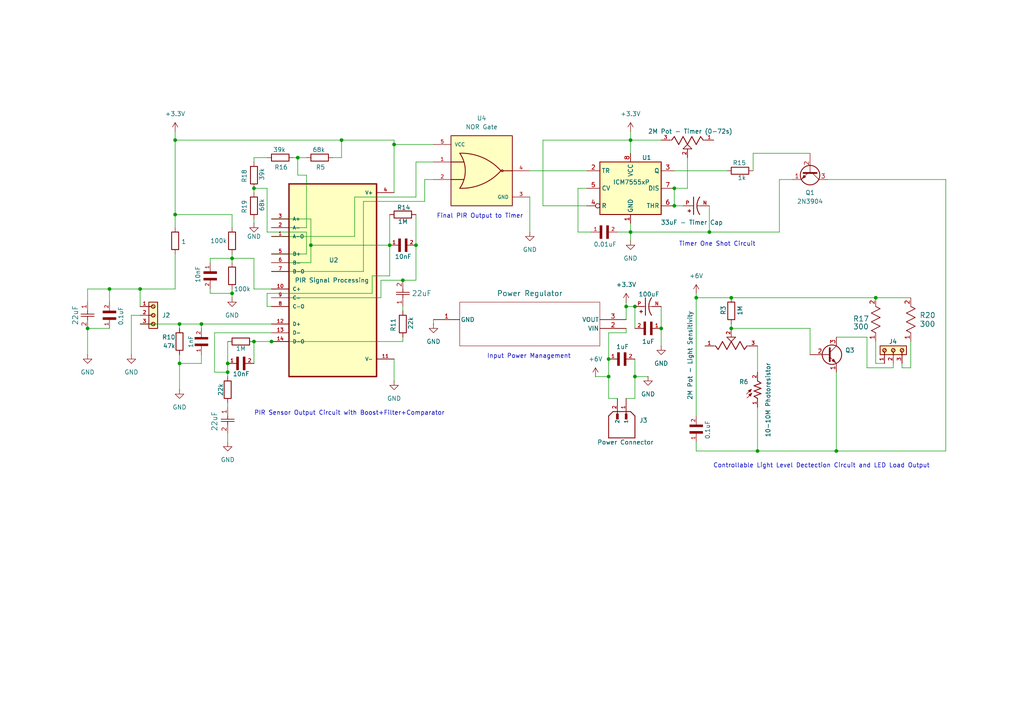
<source format=kicad_sch>
(kicad_sch
	(version 20231120)
	(generator "eeschema")
	(generator_version "8.0")
	(uuid "5ffad7e6-31ce-466c-89a6-55824b46ea68")
	(paper "A4")
	(lib_symbols
		(symbol "3314J-1-205E:3314J-1-205E"
			(pin_names
				(offset 1.016)
			)
			(exclude_from_sim no)
			(in_bom yes)
			(on_board yes)
			(property "Reference" "VR"
				(at -5.08 10.16 0)
				(effects
					(font
						(size 1.27 1.27)
					)
					(justify left bottom)
				)
			)
			(property "Value" "3314J-1-205E"
				(at -5.08 -5.08 0)
				(effects
					(font
						(size 1.27 1.27)
					)
					(justify left bottom)
				)
			)
			(property "Footprint" "3314J-1-205E:TRIM_3314J-1-205E"
				(at 0 0 0)
				(effects
					(font
						(size 1.27 1.27)
					)
					(justify bottom)
					(hide yes)
				)
			)
			(property "Datasheet" ""
				(at 0 0 0)
				(effects
					(font
						(size 1.27 1.27)
					)
					(hide yes)
				)
			)
			(property "Description" ""
				(at 0 0 0)
				(effects
					(font
						(size 1.27 1.27)
					)
					(hide yes)
				)
			)
			(property "STANDARD" "Manufacturer Recommendation"
				(at 0 0 0)
				(effects
					(font
						(size 1.27 1.27)
					)
					(justify bottom)
					(hide yes)
				)
			)
			(property "MANUFACTURER" "Bourns"
				(at 0 0 0)
				(effects
					(font
						(size 1.27 1.27)
					)
					(justify bottom)
					(hide yes)
				)
			)
			(symbol "3314J-1-205E_0_0"
				(polyline
					(pts
						(xy -4.572 0) (xy -5.08 0)
					)
					(stroke
						(width 0.1524)
						(type default)
					)
					(fill
						(type none)
					)
				)
				(polyline
					(pts
						(xy -3.81 -1.016) (xy -4.572 0)
					)
					(stroke
						(width 0.254)
						(type default)
					)
					(fill
						(type none)
					)
				)
				(polyline
					(pts
						(xy -2.54 1.27) (xy -3.81 -1.016)
					)
					(stroke
						(width 0.254)
						(type default)
					)
					(fill
						(type none)
					)
				)
				(polyline
					(pts
						(xy -1.27 -1.016) (xy -2.54 1.27)
					)
					(stroke
						(width 0.254)
						(type default)
					)
					(fill
						(type none)
					)
				)
				(polyline
					(pts
						(xy -1.27 2.54) (xy 1.27 2.54)
					)
					(stroke
						(width 0.2032)
						(type default)
					)
					(fill
						(type none)
					)
				)
				(polyline
					(pts
						(xy 0 1.27) (xy -1.27 -1.016)
					)
					(stroke
						(width 0.254)
						(type default)
					)
					(fill
						(type none)
					)
				)
				(polyline
					(pts
						(xy 0 1.27) (xy -1.27 2.54)
					)
					(stroke
						(width 0.2032)
						(type default)
					)
					(fill
						(type none)
					)
				)
				(polyline
					(pts
						(xy 1.27 -1.016) (xy 0 1.27)
					)
					(stroke
						(width 0.254)
						(type default)
					)
					(fill
						(type none)
					)
				)
				(polyline
					(pts
						(xy 1.27 2.54) (xy 0 1.27)
					)
					(stroke
						(width 0.2032)
						(type default)
					)
					(fill
						(type none)
					)
				)
				(polyline
					(pts
						(xy 2.54 1.27) (xy 1.27 -1.016)
					)
					(stroke
						(width 0.254)
						(type default)
					)
					(fill
						(type none)
					)
				)
				(polyline
					(pts
						(xy 3.81 -1.016) (xy 2.54 1.27)
					)
					(stroke
						(width 0.254)
						(type default)
					)
					(fill
						(type none)
					)
				)
				(polyline
					(pts
						(xy 4.572 0) (xy 3.81 -1.016)
					)
					(stroke
						(width 0.254)
						(type default)
					)
					(fill
						(type none)
					)
				)
				(polyline
					(pts
						(xy 5.08 0) (xy 4.572 0)
					)
					(stroke
						(width 0.1524)
						(type default)
					)
					(fill
						(type none)
					)
				)
				(pin passive line
					(at -7.62 0 0)
					(length 2.54)
					(name "~"
						(effects
							(font
								(size 1.016 1.016)
							)
						)
					)
					(number "1"
						(effects
							(font
								(size 1.016 1.016)
							)
						)
					)
				)
				(pin passive line
					(at 0 5.08 270)
					(length 2.54)
					(name "~"
						(effects
							(font
								(size 1.016 1.016)
							)
						)
					)
					(number "2"
						(effects
							(font
								(size 1.016 1.016)
							)
						)
					)
				)
				(pin passive line
					(at 7.62 0 180)
					(length 2.54)
					(name "~"
						(effects
							(font
								(size 1.016 1.016)
							)
						)
					)
					(number "3"
						(effects
							(font
								(size 1.016 1.016)
							)
						)
					)
				)
			)
		)
		(symbol "691214110003:691214110003"
			(pin_names
				(offset 1.016)
			)
			(exclude_from_sim no)
			(in_bom yes)
			(on_board yes)
			(property "Reference" "J"
				(at -4.88 -0.922 0)
				(effects
					(font
						(size 1.27 1.27)
					)
					(justify right bottom)
				)
			)
			(property "Value" "691214110003"
				(at -4.83 -2.58 0)
				(effects
					(font
						(size 1.27 1.27)
					)
					(justify right bottom)
				)
			)
			(property "Footprint" "691214110003:691214110003"
				(at 0 0 0)
				(effects
					(font
						(size 1.27 1.27)
					)
					(justify bottom)
					(hide yes)
				)
			)
			(property "Datasheet" ""
				(at 0 0 0)
				(effects
					(font
						(size 1.27 1.27)
					)
					(hide yes)
				)
			)
			(property "Description" ""
				(at 0 0 0)
				(effects
					(font
						(size 1.27 1.27)
					)
					(hide yes)
				)
			)
			(symbol "691214110003_0_0"
				(rectangle
					(start -3.81 -2.54)
					(end 3.81 0)
					(stroke
						(width 0.254)
						(type default)
					)
					(fill
						(type background)
					)
				)
				(circle
					(center -2.54 -1.27)
					(radius 0.508)
					(stroke
						(width 0.254)
						(type default)
					)
					(fill
						(type none)
					)
				)
				(circle
					(center 0 -1.27)
					(radius 0.508)
					(stroke
						(width 0.254)
						(type default)
					)
					(fill
						(type none)
					)
				)
				(polyline
					(pts
						(xy -2.54 -1.778) (xy -2.54 -2.54)
					)
					(stroke
						(width 0.254)
						(type default)
					)
					(fill
						(type none)
					)
				)
				(polyline
					(pts
						(xy -2.286 -1.016) (xy -2.794 -1.524)
					)
					(stroke
						(width 0.1524)
						(type default)
					)
					(fill
						(type none)
					)
				)
				(polyline
					(pts
						(xy 0 -1.778) (xy 0 -2.54)
					)
					(stroke
						(width 0.254)
						(type default)
					)
					(fill
						(type none)
					)
				)
				(polyline
					(pts
						(xy 0.254 -1.016) (xy -0.254 -1.524)
					)
					(stroke
						(width 0.1524)
						(type default)
					)
					(fill
						(type none)
					)
				)
				(polyline
					(pts
						(xy 2.54 -1.778) (xy 2.54 -2.54)
					)
					(stroke
						(width 0.254)
						(type default)
					)
					(fill
						(type none)
					)
				)
				(polyline
					(pts
						(xy 2.794 -1.016) (xy 2.286 -1.524)
					)
					(stroke
						(width 0.1524)
						(type default)
					)
					(fill
						(type none)
					)
				)
				(circle
					(center 2.54 -1.27)
					(radius 0.508)
					(stroke
						(width 0.254)
						(type default)
					)
					(fill
						(type none)
					)
				)
				(pin passive line
					(at -2.54 -5.08 90)
					(length 2.54)
					(name "~"
						(effects
							(font
								(size 1.016 1.016)
							)
						)
					)
					(number "1"
						(effects
							(font
								(size 1.016 1.016)
							)
						)
					)
				)
				(pin passive line
					(at 0 -5.08 90)
					(length 2.54)
					(name "~"
						(effects
							(font
								(size 1.016 1.016)
							)
						)
					)
					(number "2"
						(effects
							(font
								(size 1.016 1.016)
							)
						)
					)
				)
				(pin passive line
					(at 2.54 -5.08 90)
					(length 2.54)
					(name "~"
						(effects
							(font
								(size 1.016 1.016)
							)
						)
					)
					(number "3"
						(effects
							(font
								(size 1.016 1.016)
							)
						)
					)
				)
			)
		)
		(symbol "B2B-XH-A:B2B-XH-A"
			(pin_names
				(offset 1.016)
			)
			(exclude_from_sim no)
			(in_bom yes)
			(on_board yes)
			(property "Reference" "J"
				(at -2.54 6.35 0)
				(effects
					(font
						(size 1.27 1.27)
					)
					(justify left bottom)
				)
			)
			(property "Value" "B2B-XH-A"
				(at -2.54 -5.08 0)
				(effects
					(font
						(size 1.27 1.27)
					)
					(justify left bottom)
				)
			)
			(property "Footprint" "B2B-XH-A:JST_B2B-XH-A"
				(at 0 0 0)
				(effects
					(font
						(size 1.27 1.27)
					)
					(justify bottom)
					(hide yes)
				)
			)
			(property "Datasheet" ""
				(at 0 0 0)
				(effects
					(font
						(size 1.27 1.27)
					)
					(hide yes)
				)
			)
			(property "Description" ""
				(at 0 0 0)
				(effects
					(font
						(size 1.27 1.27)
					)
					(hide yes)
				)
			)
			(property "PARTREV" "N/A"
				(at 0 0 0)
				(effects
					(font
						(size 1.27 1.27)
					)
					(justify bottom)
					(hide yes)
				)
			)
			(property "STANDARD" "Manufacturer Recommendations"
				(at 0 0 0)
				(effects
					(font
						(size 1.27 1.27)
					)
					(justify bottom)
					(hide yes)
				)
			)
			(property "MAXIMUM_PACKAGE_HEIGHT" "7 mm"
				(at 0 0 0)
				(effects
					(font
						(size 1.27 1.27)
					)
					(justify bottom)
					(hide yes)
				)
			)
			(property "MANUFACTURER" "JST Sales America Inc."
				(at 0 0 0)
				(effects
					(font
						(size 1.27 1.27)
					)
					(justify bottom)
					(hide yes)
				)
			)
			(symbol "B2B-XH-A_0_0"
				(rectangle
					(start -3.175 -0.3175)
					(end -1.5875 0.3175)
					(stroke
						(width 0.1)
						(type default)
					)
					(fill
						(type outline)
					)
				)
				(rectangle
					(start -3.175 2.2225)
					(end -1.5875 2.8575)
					(stroke
						(width 0.1)
						(type default)
					)
					(fill
						(type outline)
					)
				)
				(polyline
					(pts
						(xy -3.81 -1.27) (xy -2.54 -2.54)
					)
					(stroke
						(width 0.254)
						(type default)
					)
					(fill
						(type none)
					)
				)
				(polyline
					(pts
						(xy -3.81 3.81) (xy -3.81 -1.27)
					)
					(stroke
						(width 0.254)
						(type default)
					)
					(fill
						(type none)
					)
				)
				(polyline
					(pts
						(xy -3.81 3.81) (xy -2.54 5.08)
					)
					(stroke
						(width 0.254)
						(type default)
					)
					(fill
						(type none)
					)
				)
				(polyline
					(pts
						(xy -2.54 -2.54) (xy 3.81 -2.54)
					)
					(stroke
						(width 0.254)
						(type default)
					)
					(fill
						(type none)
					)
				)
				(polyline
					(pts
						(xy 3.81 -2.54) (xy 3.81 5.08)
					)
					(stroke
						(width 0.254)
						(type default)
					)
					(fill
						(type none)
					)
				)
				(polyline
					(pts
						(xy 3.81 5.08) (xy -2.54 5.08)
					)
					(stroke
						(width 0.254)
						(type default)
					)
					(fill
						(type none)
					)
				)
				(pin passive line
					(at -7.62 2.54 0)
					(length 5.08)
					(name "1"
						(effects
							(font
								(size 1.016 1.016)
							)
						)
					)
					(number "1"
						(effects
							(font
								(size 1.016 1.016)
							)
						)
					)
				)
				(pin passive line
					(at -7.62 0 0)
					(length 5.08)
					(name "2"
						(effects
							(font
								(size 1.016 1.016)
							)
						)
					)
					(number "2"
						(effects
							(font
								(size 1.016 1.016)
							)
						)
					)
				)
			)
		)
		(symbol "C315C103K1R5TA7303:C315C103K1R5TA7303"
			(pin_names
				(offset 1.016)
			)
			(exclude_from_sim no)
			(in_bom yes)
			(on_board yes)
			(property "Reference" "C"
				(at 0 3.8109 0)
				(effects
					(font
						(size 1.27 1.27)
					)
					(justify left bottom)
				)
			)
			(property "Value" "C315C103K1R5TA7303"
				(at 0 -5.0885 0)
				(effects
					(font
						(size 1.27 1.27)
					)
					(justify left bottom)
				)
			)
			(property "Footprint" "C315C103K1R5TA7303:CAPRR254W54L381T254H466"
				(at 0 0 0)
				(effects
					(font
						(size 1.27 1.27)
					)
					(justify bottom)
					(hide yes)
				)
			)
			(property "Datasheet" ""
				(at 0 0 0)
				(effects
					(font
						(size 1.27 1.27)
					)
					(hide yes)
				)
			)
			(property "Description" ""
				(at 0 0 0)
				(effects
					(font
						(size 1.27 1.27)
					)
					(hide yes)
				)
			)
			(property "MAXIMUM_PACKAGE_HEIGHT" "4.66 mm"
				(at 0 0 0)
				(effects
					(font
						(size 1.27 1.27)
					)
					(justify bottom)
					(hide yes)
				)
			)
			(property "PARTREV" "12/14/2020"
				(at 0 0 0)
				(effects
					(font
						(size 1.27 1.27)
					)
					(justify bottom)
					(hide yes)
				)
			)
			(property "MANUFACTURER" "Kemet"
				(at 0 0 0)
				(effects
					(font
						(size 1.27 1.27)
					)
					(justify bottom)
					(hide yes)
				)
			)
			(property "SNAPEDA_PACKAGE_ID" "78468"
				(at 0 0 0)
				(effects
					(font
						(size 1.27 1.27)
					)
					(justify bottom)
					(hide yes)
				)
			)
			(property "STANDARD" "IPC 7351B"
				(at 0 0 0)
				(effects
					(font
						(size 1.27 1.27)
					)
					(justify bottom)
					(hide yes)
				)
			)
			(symbol "C315C103K1R5TA7303_0_0"
				(rectangle
					(start 0 -1.9069)
					(end 0.635 1.905)
					(stroke
						(width 0.1)
						(type default)
					)
					(fill
						(type outline)
					)
				)
				(rectangle
					(start 1.9069 -1.9069)
					(end 2.54 1.905)
					(stroke
						(width 0.1)
						(type default)
					)
					(fill
						(type outline)
					)
				)
				(pin passive line
					(at -2.54 0 0)
					(length 2.54)
					(name "~"
						(effects
							(font
								(size 1.016 1.016)
							)
						)
					)
					(number "1"
						(effects
							(font
								(size 1.016 1.016)
							)
						)
					)
				)
				(pin passive line
					(at 5.08 0 180)
					(length 2.54)
					(name "~"
						(effects
							(font
								(size 1.016 1.016)
							)
						)
					)
					(number "2"
						(effects
							(font
								(size 1.016 1.016)
							)
						)
					)
				)
			)
		)
		(symbol "CL32A226MOJNNNE:CL32A226MOJNNNE"
			(pin_names
				(offset 0.254)
			)
			(exclude_from_sim no)
			(in_bom yes)
			(on_board yes)
			(property "Reference" "C"
				(at 3.81 3.81 0)
				(effects
					(font
						(size 1.524 1.524)
					)
				)
			)
			(property "Value" "CL32A226MOJNNNE"
				(at 3.81 -3.81 0)
				(effects
					(font
						(size 1.524 1.524)
					)
				)
			)
			(property "Footprint" "CAP_CL32_SAM"
				(at 0 0 0)
				(effects
					(font
						(size 1.27 1.27)
						(italic yes)
					)
					(hide yes)
				)
			)
			(property "Datasheet" "CL32A226MOJNNNE"
				(at 0 0 0)
				(effects
					(font
						(size 1.27 1.27)
						(italic yes)
					)
					(hide yes)
				)
			)
			(property "Description" ""
				(at 0 0 0)
				(effects
					(font
						(size 1.27 1.27)
					)
					(hide yes)
				)
			)
			(property "ki_locked" ""
				(at 0 0 0)
				(effects
					(font
						(size 1.27 1.27)
					)
				)
			)
			(property "ki_keywords" "CL32A226MOJNNNE"
				(at 0 0 0)
				(effects
					(font
						(size 1.27 1.27)
					)
					(hide yes)
				)
			)
			(property "ki_fp_filters" "CAP_CL32_SAM CAP_CL32_SAM-M CAP_CL32_SAM-L"
				(at 0 0 0)
				(effects
					(font
						(size 1.27 1.27)
					)
					(hide yes)
				)
			)
			(symbol "CL32A226MOJNNNE_1_1"
				(polyline
					(pts
						(xy 2.54 0) (xy 3.4798 0)
					)
					(stroke
						(width 0.2032)
						(type default)
					)
					(fill
						(type none)
					)
				)
				(polyline
					(pts
						(xy 3.4798 -1.905) (xy 3.4798 1.905)
					)
					(stroke
						(width 0.2032)
						(type default)
					)
					(fill
						(type none)
					)
				)
				(polyline
					(pts
						(xy 4.1148 -1.905) (xy 4.1148 1.905)
					)
					(stroke
						(width 0.2032)
						(type default)
					)
					(fill
						(type none)
					)
				)
				(polyline
					(pts
						(xy 4.1148 0) (xy 5.08 0)
					)
					(stroke
						(width 0.2032)
						(type default)
					)
					(fill
						(type none)
					)
				)
				(pin unspecified line
					(at 0 0 0)
					(length 2.54)
					(name ""
						(effects
							(font
								(size 1.27 1.27)
							)
						)
					)
					(number "1"
						(effects
							(font
								(size 1.27 1.27)
							)
						)
					)
				)
				(pin unspecified line
					(at 7.62 0 180)
					(length 2.54)
					(name ""
						(effects
							(font
								(size 1.27 1.27)
							)
						)
					)
					(number "2"
						(effects
							(font
								(size 1.27 1.27)
							)
						)
					)
				)
			)
			(symbol "CL32A226MOJNNNE_1_2"
				(polyline
					(pts
						(xy -1.905 -4.1148) (xy 1.905 -4.1148)
					)
					(stroke
						(width 0.2032)
						(type default)
					)
					(fill
						(type none)
					)
				)
				(polyline
					(pts
						(xy -1.905 -3.4798) (xy 1.905 -3.4798)
					)
					(stroke
						(width 0.2032)
						(type default)
					)
					(fill
						(type none)
					)
				)
				(polyline
					(pts
						(xy 0 -4.1148) (xy 0 -5.08)
					)
					(stroke
						(width 0.2032)
						(type default)
					)
					(fill
						(type none)
					)
				)
				(polyline
					(pts
						(xy 0 -2.54) (xy 0 -3.4798)
					)
					(stroke
						(width 0.2032)
						(type default)
					)
					(fill
						(type none)
					)
				)
				(pin unspecified line
					(at 0 0 270)
					(length 2.54)
					(name ""
						(effects
							(font
								(size 1.27 1.27)
							)
						)
					)
					(number "1"
						(effects
							(font
								(size 1.27 1.27)
							)
						)
					)
				)
				(pin unspecified line
					(at 0 -7.62 90)
					(length 2.54)
					(name ""
						(effects
							(font
								(size 1.27 1.27)
							)
						)
					)
					(number "2"
						(effects
							(font
								(size 1.27 1.27)
							)
						)
					)
				)
			)
		)
		(symbol "Device:R"
			(pin_numbers hide)
			(pin_names
				(offset 0)
			)
			(exclude_from_sim no)
			(in_bom yes)
			(on_board yes)
			(property "Reference" "R"
				(at 2.032 0 90)
				(effects
					(font
						(size 1.27 1.27)
					)
				)
			)
			(property "Value" "R"
				(at 0 0 90)
				(effects
					(font
						(size 1.27 1.27)
					)
				)
			)
			(property "Footprint" ""
				(at -1.778 0 90)
				(effects
					(font
						(size 1.27 1.27)
					)
					(hide yes)
				)
			)
			(property "Datasheet" "~"
				(at 0 0 0)
				(effects
					(font
						(size 1.27 1.27)
					)
					(hide yes)
				)
			)
			(property "Description" "Resistor"
				(at 0 0 0)
				(effects
					(font
						(size 1.27 1.27)
					)
					(hide yes)
				)
			)
			(property "ki_keywords" "R res resistor"
				(at 0 0 0)
				(effects
					(font
						(size 1.27 1.27)
					)
					(hide yes)
				)
			)
			(property "ki_fp_filters" "R_*"
				(at 0 0 0)
				(effects
					(font
						(size 1.27 1.27)
					)
					(hide yes)
				)
			)
			(symbol "R_0_1"
				(rectangle
					(start -1.016 -2.54)
					(end 1.016 2.54)
					(stroke
						(width 0.254)
						(type default)
					)
					(fill
						(type none)
					)
				)
			)
			(symbol "R_1_1"
				(pin passive line
					(at 0 3.81 270)
					(length 1.27)
					(name "~"
						(effects
							(font
								(size 1.27 1.27)
							)
						)
					)
					(number "1"
						(effects
							(font
								(size 1.27 1.27)
							)
						)
					)
				)
				(pin passive line
					(at 0 -3.81 90)
					(length 1.27)
					(name "~"
						(effects
							(font
								(size 1.27 1.27)
							)
						)
					)
					(number "2"
						(effects
							(font
								(size 1.27 1.27)
							)
						)
					)
				)
			)
		)
		(symbol "EEAGA1A101:EEAGA1A101"
			(pin_names
				(offset 1.016)
			)
			(exclude_from_sim no)
			(in_bom yes)
			(on_board yes)
			(property "Reference" "C"
				(at -2.54 3.81 0)
				(effects
					(font
						(size 1.27 1.27)
					)
					(justify left bottom)
				)
			)
			(property "Value" "EEAGA1A101"
				(at -2.54 -5.08 0)
				(effects
					(font
						(size 1.27 1.27)
					)
					(justify left bottom)
				)
			)
			(property "Footprint" "EEAGA1A101:CAPPRD250W45D630H700"
				(at 0 0 0)
				(effects
					(font
						(size 1.27 1.27)
					)
					(justify bottom)
					(hide yes)
				)
			)
			(property "Datasheet" ""
				(at 0 0 0)
				(effects
					(font
						(size 1.27 1.27)
					)
					(hide yes)
				)
			)
			(property "Description" ""
				(at 0 0 0)
				(effects
					(font
						(size 1.27 1.27)
					)
					(hide yes)
				)
			)
			(property "MF" "PANASONIC"
				(at 0 0 0)
				(effects
					(font
						(size 1.27 1.27)
					)
					(justify bottom)
					(hide yes)
				)
			)
			(property "b_max" "0.5"
				(at 0 0 0)
				(effects
					(font
						(size 1.27 1.27)
					)
					(justify bottom)
					(hide yes)
				)
			)
			(property "DESCRIPTION" "GA-A"
				(at 0 0 0)
				(effects
					(font
						(size 1.27 1.27)
					)
					(justify bottom)
					(hide yes)
				)
			)
			(property "b_nom" "0.45"
				(at 0 0 0)
				(effects
					(font
						(size 1.27 1.27)
					)
					(justify bottom)
					(hide yes)
				)
			)
			(property "PARTREV" "28-FEB-20"
				(at 0 0 0)
				(effects
					(font
						(size 1.27 1.27)
					)
					(justify bottom)
					(hide yes)
				)
			)
			(property "A_max" "7"
				(at 0 0 0)
				(effects
					(font
						(size 1.27 1.27)
					)
					(justify bottom)
					(hide yes)
				)
			)
			(property "D_nom" "6.3"
				(at 0 0 0)
				(effects
					(font
						(size 1.27 1.27)
					)
					(justify bottom)
					(hide yes)
				)
			)
			(property "e_nom" "2.5"
				(at 0 0 0)
				(effects
					(font
						(size 1.27 1.27)
					)
					(justify bottom)
					(hide yes)
				)
			)
			(symbol "EEAGA1A101_0_0"
				(rectangle
					(start -1.173 -1.532)
					(end -0.284 -1.405)
					(stroke
						(width 0.1)
						(type default)
					)
					(fill
						(type outline)
					)
				)
				(rectangle
					(start -0.792 -1.913)
					(end -0.665 -1.024)
					(stroke
						(width 0.1)
						(type default)
					)
					(fill
						(type outline)
					)
				)
				(polyline
					(pts
						(xy 0 0) (xy 0.508 0)
					)
					(stroke
						(width 0.1524)
						(type default)
					)
					(fill
						(type none)
					)
				)
				(polyline
					(pts
						(xy 0.508 0) (xy 0.508 -2.54)
					)
					(stroke
						(width 0.254)
						(type default)
					)
					(fill
						(type none)
					)
				)
				(polyline
					(pts
						(xy 0.508 2.54) (xy 0.508 0)
					)
					(stroke
						(width 0.254)
						(type default)
					)
					(fill
						(type none)
					)
				)
				(polyline
					(pts
						(xy 2.54 0) (xy 1.524 0)
					)
					(stroke
						(width 0.1524)
						(type default)
					)
					(fill
						(type none)
					)
				)
				(arc
					(start 2.286 2.54)
					(mid 1.4851 0)
					(end 2.286 -2.54)
					(stroke
						(width 0.254)
						(type default)
					)
					(fill
						(type none)
					)
				)
				(pin passive line
					(at 5.08 0 180)
					(length 2.54)
					(name "~"
						(effects
							(font
								(size 1.016 1.016)
							)
						)
					)
					(number "N"
						(effects
							(font
								(size 1.016 1.016)
							)
						)
					)
				)
				(pin passive line
					(at -2.54 0 0)
					(length 2.54)
					(name "~"
						(effects
							(font
								(size 1.016 1.016)
							)
						)
					)
					(number "P"
						(effects
							(font
								(size 1.016 1.016)
							)
						)
					)
				)
			)
		)
		(symbol "EEUFC1C271:EEUFC1C271"
			(pin_names
				(offset 1.016)
			)
			(exclude_from_sim no)
			(in_bom yes)
			(on_board yes)
			(property "Reference" "C"
				(at -2.54 3.81 0)
				(effects
					(font
						(size 1.27 1.27)
					)
					(justify left bottom)
				)
			)
			(property "Value" "EEUFC1C271"
				(at -2.54 -5.08 0)
				(effects
					(font
						(size 1.27 1.27)
					)
					(justify left bottom)
				)
			)
			(property "Footprint" "EEUFC1C271:CAPPRD350W60D800H1150"
				(at 0 0 0)
				(effects
					(font
						(size 1.27 1.27)
					)
					(justify bottom)
					(hide yes)
				)
			)
			(property "Datasheet" ""
				(at 0 0 0)
				(effects
					(font
						(size 1.27 1.27)
					)
					(hide yes)
				)
			)
			(property "Description" "FC-A"
				(at 0 0 0)
				(effects
					(font
						(size 1.27 1.27)
					)
					(justify bottom)
					(hide yes)
				)
			)
			(property "MF" "PANASONIC"
				(at 0 0 0)
				(effects
					(font
						(size 1.27 1.27)
					)
					(justify bottom)
					(hide yes)
				)
			)
			(property "b_max" "0.65"
				(at 0 0 0)
				(effects
					(font
						(size 1.27 1.27)
					)
					(justify bottom)
					(hide yes)
				)
			)
			(property "b_nom" "0.6"
				(at 0 0 0)
				(effects
					(font
						(size 1.27 1.27)
					)
					(justify bottom)
					(hide yes)
				)
			)
			(property "PARTREV" "20-DEC-19"
				(at 0 0 0)
				(effects
					(font
						(size 1.27 1.27)
					)
					(justify bottom)
					(hide yes)
				)
			)
			(property "A_max" "11.5"
				(at 0 0 0)
				(effects
					(font
						(size 1.27 1.27)
					)
					(justify bottom)
					(hide yes)
				)
			)
			(property "D_nom" "8"
				(at 0 0 0)
				(effects
					(font
						(size 1.27 1.27)
					)
					(justify bottom)
					(hide yes)
				)
			)
			(property "e_nom" "3.5"
				(at 0 0 0)
				(effects
					(font
						(size 1.27 1.27)
					)
					(justify bottom)
					(hide yes)
				)
			)
			(symbol "EEUFC1C271_0_0"
				(rectangle
					(start -1.173 -1.532)
					(end -0.284 -1.405)
					(stroke
						(width 0.1)
						(type default)
					)
					(fill
						(type outline)
					)
				)
				(rectangle
					(start -0.792 -1.913)
					(end -0.665 -1.024)
					(stroke
						(width 0.1)
						(type default)
					)
					(fill
						(type outline)
					)
				)
				(polyline
					(pts
						(xy 0 0) (xy 0.508 0)
					)
					(stroke
						(width 0.1524)
						(type default)
					)
					(fill
						(type none)
					)
				)
				(polyline
					(pts
						(xy 0.508 0) (xy 0.508 -2.54)
					)
					(stroke
						(width 0.254)
						(type default)
					)
					(fill
						(type none)
					)
				)
				(polyline
					(pts
						(xy 0.508 2.54) (xy 0.508 0)
					)
					(stroke
						(width 0.254)
						(type default)
					)
					(fill
						(type none)
					)
				)
				(polyline
					(pts
						(xy 2.54 0) (xy 1.524 0)
					)
					(stroke
						(width 0.1524)
						(type default)
					)
					(fill
						(type none)
					)
				)
				(arc
					(start 2.286 2.54)
					(mid 1.4851 0)
					(end 2.286 -2.54)
					(stroke
						(width 0.254)
						(type default)
					)
					(fill
						(type none)
					)
				)
				(pin passive line
					(at 5.08 0 180)
					(length 2.54)
					(name "~"
						(effects
							(font
								(size 1.016 1.016)
							)
						)
					)
					(number "N"
						(effects
							(font
								(size 1.016 1.016)
							)
						)
					)
				)
				(pin passive line
					(at -2.54 0 0)
					(length 2.54)
					(name "~"
						(effects
							(font
								(size 1.016 1.016)
							)
						)
					)
					(number "P"
						(effects
							(font
								(size 1.016 1.016)
							)
						)
					)
				)
			)
		)
		(symbol "FG20X7R1C226MRT06:FG20X7R1C226MRT06"
			(pin_names
				(offset 0.254)
			)
			(exclude_from_sim no)
			(in_bom yes)
			(on_board yes)
			(property "Reference" "C"
				(at 3.81 3.81 0)
				(effects
					(font
						(size 1.524 1.524)
					)
				)
			)
			(property "Value" "FG20X7R1C226MRT06"
				(at 3.81 -3.81 0)
				(effects
					(font
						(size 1.524 1.524)
					)
				)
			)
			(property "Footprint" "CAP_FG20_TDK"
				(at 0 0 0)
				(effects
					(font
						(size 1.27 1.27)
						(italic yes)
					)
					(hide yes)
				)
			)
			(property "Datasheet" "FG20X7R1C226MRT06"
				(at 0 0 0)
				(effects
					(font
						(size 1.27 1.27)
						(italic yes)
					)
					(hide yes)
				)
			)
			(property "Description" ""
				(at 0 0 0)
				(effects
					(font
						(size 1.27 1.27)
					)
					(hide yes)
				)
			)
			(property "ki_locked" ""
				(at 0 0 0)
				(effects
					(font
						(size 1.27 1.27)
					)
				)
			)
			(property "ki_keywords" "FG20X7R1C226MRT06"
				(at 0 0 0)
				(effects
					(font
						(size 1.27 1.27)
					)
					(hide yes)
				)
			)
			(property "ki_fp_filters" "CAP_FG20_TDK"
				(at 0 0 0)
				(effects
					(font
						(size 1.27 1.27)
					)
					(hide yes)
				)
			)
			(symbol "FG20X7R1C226MRT06_1_1"
				(polyline
					(pts
						(xy 2.54 0) (xy 3.4798 0)
					)
					(stroke
						(width 0.2032)
						(type default)
					)
					(fill
						(type none)
					)
				)
				(polyline
					(pts
						(xy 3.4798 -1.905) (xy 3.4798 1.905)
					)
					(stroke
						(width 0.2032)
						(type default)
					)
					(fill
						(type none)
					)
				)
				(polyline
					(pts
						(xy 4.1148 -1.905) (xy 4.1148 1.905)
					)
					(stroke
						(width 0.2032)
						(type default)
					)
					(fill
						(type none)
					)
				)
				(polyline
					(pts
						(xy 4.1148 0) (xy 5.08 0)
					)
					(stroke
						(width 0.2032)
						(type default)
					)
					(fill
						(type none)
					)
				)
				(pin unspecified line
					(at 0 0 0)
					(length 2.54)
					(name ""
						(effects
							(font
								(size 1.27 1.27)
							)
						)
					)
					(number "1"
						(effects
							(font
								(size 1.27 1.27)
							)
						)
					)
				)
				(pin unspecified line
					(at 7.62 0 180)
					(length 2.54)
					(name ""
						(effects
							(font
								(size 1.27 1.27)
							)
						)
					)
					(number "2"
						(effects
							(font
								(size 1.27 1.27)
							)
						)
					)
				)
			)
			(symbol "FG20X7R1C226MRT06_1_2"
				(polyline
					(pts
						(xy -1.905 -4.1148) (xy 1.905 -4.1148)
					)
					(stroke
						(width 0.2032)
						(type default)
					)
					(fill
						(type none)
					)
				)
				(polyline
					(pts
						(xy -1.905 -3.4798) (xy 1.905 -3.4798)
					)
					(stroke
						(width 0.2032)
						(type default)
					)
					(fill
						(type none)
					)
				)
				(polyline
					(pts
						(xy 0 -4.1148) (xy 0 -5.08)
					)
					(stroke
						(width 0.2032)
						(type default)
					)
					(fill
						(type none)
					)
				)
				(polyline
					(pts
						(xy 0 -2.54) (xy 0 -3.4798)
					)
					(stroke
						(width 0.2032)
						(type default)
					)
					(fill
						(type none)
					)
				)
				(pin unspecified line
					(at 0 0 270)
					(length 2.54)
					(name ""
						(effects
							(font
								(size 1.27 1.27)
							)
						)
					)
					(number "1"
						(effects
							(font
								(size 1.27 1.27)
							)
						)
					)
				)
				(pin unspecified line
					(at 0 -7.62 90)
					(length 2.54)
					(name ""
						(effects
							(font
								(size 1.27 1.27)
							)
						)
					)
					(number "2"
						(effects
							(font
								(size 1.27 1.27)
							)
						)
					)
				)
			)
		)
		(symbol "MCP1702_3302E_TO (2):MCP1702-3302E_TO"
			(pin_names
				(offset 0.254)
			)
			(exclude_from_sim no)
			(in_bom yes)
			(on_board yes)
			(property "Reference" "U"
				(at 27.94 10.16 0)
				(effects
					(font
						(size 1.524 1.524)
					)
				)
			)
			(property "Value" "MCP1702-3302E/TO"
				(at 27.94 7.62 0)
				(effects
					(font
						(size 1.524 1.524)
					)
				)
			)
			(property "Footprint" "TO-92_MC_MCH"
				(at 0 0 0)
				(effects
					(font
						(size 1.27 1.27)
						(italic yes)
					)
					(hide yes)
				)
			)
			(property "Datasheet" "MCP1702-3302E/TO"
				(at 0 0 0)
				(effects
					(font
						(size 1.27 1.27)
						(italic yes)
					)
					(hide yes)
				)
			)
			(property "Description" ""
				(at 0 0 0)
				(effects
					(font
						(size 1.27 1.27)
					)
					(hide yes)
				)
			)
			(property "ki_locked" ""
				(at 0 0 0)
				(effects
					(font
						(size 1.27 1.27)
					)
				)
			)
			(property "ki_keywords" "MCP1702-3302E/TO"
				(at 0 0 0)
				(effects
					(font
						(size 1.27 1.27)
					)
					(hide yes)
				)
			)
			(property "ki_fp_filters" "TO-92_MC_MCH"
				(at 0 0 0)
				(effects
					(font
						(size 1.27 1.27)
					)
					(hide yes)
				)
			)
			(symbol "MCP1702-3302E_TO_0_1"
				(polyline
					(pts
						(xy 7.62 -7.62) (xy 48.26 -7.62)
					)
					(stroke
						(width 0.127)
						(type default)
					)
					(fill
						(type none)
					)
				)
				(polyline
					(pts
						(xy 7.62 5.08) (xy 7.62 -7.62)
					)
					(stroke
						(width 0.127)
						(type default)
					)
					(fill
						(type none)
					)
				)
				(polyline
					(pts
						(xy 48.26 -7.62) (xy 48.26 5.08)
					)
					(stroke
						(width 0.127)
						(type default)
					)
					(fill
						(type none)
					)
				)
				(polyline
					(pts
						(xy 48.26 5.08) (xy 7.62 5.08)
					)
					(stroke
						(width 0.127)
						(type default)
					)
					(fill
						(type none)
					)
				)
				(pin unspecified line
					(at 0 0 0)
					(length 7.62)
					(name "GND"
						(effects
							(font
								(size 1.27 1.27)
							)
						)
					)
					(number "1"
						(effects
							(font
								(size 1.27 1.27)
							)
						)
					)
				)
				(pin unspecified line
					(at 55.88 -2.54 180)
					(length 7.62)
					(name "VIN"
						(effects
							(font
								(size 1.27 1.27)
							)
						)
					)
					(number "2"
						(effects
							(font
								(size 1.27 1.27)
							)
						)
					)
				)
				(pin unspecified line
					(at 55.88 0 180)
					(length 7.62)
					(name "VOUT"
						(effects
							(font
								(size 1.27 1.27)
							)
						)
					)
					(number "3"
						(effects
							(font
								(size 1.27 1.27)
							)
						)
					)
				)
			)
		)
		(symbol "PDV-P8103:PDV-P8103"
			(pin_names
				(offset 1.016)
			)
			(exclude_from_sim no)
			(in_bom yes)
			(on_board yes)
			(property "Reference" "R"
				(at -5.077 3.8112 0)
				(effects
					(font
						(size 1.27 1.27)
					)
					(justify left bottom)
				)
			)
			(property "Value" "PDV-P8103"
				(at -5.077 -3.8191 0)
				(effects
					(font
						(size 1.27 1.27)
					)
					(justify left bottom)
				)
			)
			(property "Footprint" "PDV-P8103:PHODET_PDV-P8103"
				(at 0 0 0)
				(effects
					(font
						(size 1.27 1.27)
					)
					(justify bottom)
					(hide yes)
				)
			)
			(property "Datasheet" ""
				(at 0 0 0)
				(effects
					(font
						(size 1.27 1.27)
					)
					(hide yes)
				)
			)
			(property "Description" ""
				(at 0 0 0)
				(effects
					(font
						(size 1.27 1.27)
					)
					(hide yes)
				)
			)
			(property "PARTREV" "3/30/06"
				(at 0 0 0)
				(effects
					(font
						(size 1.27 1.27)
					)
					(justify bottom)
					(hide yes)
				)
			)
			(property "MANUFACTURER" "Luna Optoelectronics"
				(at 0 0 0)
				(effects
					(font
						(size 1.27 1.27)
					)
					(justify bottom)
					(hide yes)
				)
			)
			(property "STANDARD" "IPC-7251"
				(at 0 0 0)
				(effects
					(font
						(size 1.27 1.27)
					)
					(justify bottom)
					(hide yes)
				)
			)
			(symbol "PDV-P8103_0_0"
				(polyline
					(pts
						(xy -2.54 0) (xy -1.905 1.016)
					)
					(stroke
						(width 0.254)
						(type default)
					)
					(fill
						(type none)
					)
				)
				(polyline
					(pts
						(xy -2.413 3.048) (xy -1.016 1.651)
					)
					(stroke
						(width 0.1524)
						(type default)
					)
					(fill
						(type none)
					)
				)
				(polyline
					(pts
						(xy -1.27 3.175) (xy 0.127 1.778)
					)
					(stroke
						(width 0.1524)
						(type default)
					)
					(fill
						(type none)
					)
				)
				(polyline
					(pts
						(xy -1.143 -1.016) (xy -1.905 1.016)
					)
					(stroke
						(width 0.254)
						(type default)
					)
					(fill
						(type none)
					)
				)
				(polyline
					(pts
						(xy -0.381 1.016) (xy -1.143 -1.016)
					)
					(stroke
						(width 0.254)
						(type default)
					)
					(fill
						(type none)
					)
				)
				(polyline
					(pts
						(xy 0.381 -1.016) (xy -0.381 1.016)
					)
					(stroke
						(width 0.254)
						(type default)
					)
					(fill
						(type none)
					)
				)
				(polyline
					(pts
						(xy 1.143 1.016) (xy 0.381 -1.016)
					)
					(stroke
						(width 0.254)
						(type default)
					)
					(fill
						(type none)
					)
				)
				(polyline
					(pts
						(xy 1.905 -1.016) (xy 1.143 1.016)
					)
					(stroke
						(width 0.254)
						(type default)
					)
					(fill
						(type none)
					)
				)
				(polyline
					(pts
						(xy 2.54 0) (xy 1.905 -1.016)
					)
					(stroke
						(width 0.254)
						(type default)
					)
					(fill
						(type none)
					)
				)
				(polyline
					(pts
						(xy -1.016 1.651) (xy -1.397 2.54) (xy -1.905 2.032) (xy -1.016 1.651)
					)
					(stroke
						(width 0.1524)
						(type default)
					)
					(fill
						(type outline)
					)
				)
				(polyline
					(pts
						(xy 0.127 1.778) (xy -0.254 2.667) (xy -0.762 2.159) (xy 0.127 1.778)
					)
					(stroke
						(width 0.1524)
						(type default)
					)
					(fill
						(type outline)
					)
				)
				(pin passive line
					(at -5.08 0 0)
					(length 2.54)
					(name "~"
						(effects
							(font
								(size 1.016 1.016)
							)
						)
					)
					(number "1"
						(effects
							(font
								(size 1.016 1.016)
							)
						)
					)
				)
				(pin passive line
					(at 5.08 0 180)
					(length 2.54)
					(name "~"
						(effects
							(font
								(size 1.016 1.016)
							)
						)
					)
					(number "2"
						(effects
							(font
								(size 1.016 1.016)
							)
						)
					)
				)
			)
		)
		(symbol "RNMF14FTC300R:RNMF14FTC300R"
			(pin_names
				(offset 0.254)
			)
			(exclude_from_sim no)
			(in_bom yes)
			(on_board yes)
			(property "Reference" "R"
				(at 5.715 3.81 0)
				(effects
					(font
						(size 1.524 1.524)
					)
				)
			)
			(property "Value" "RNMF14FTC300R"
				(at 6.35 -3.81 0)
				(effects
					(font
						(size 1.524 1.524)
					)
				)
			)
			(property "Footprint" "STA_RNMF14_STP"
				(at 0 0 0)
				(effects
					(font
						(size 1.27 1.27)
						(italic yes)
					)
					(hide yes)
				)
			)
			(property "Datasheet" "RNMF14FTC300R"
				(at 0 0 0)
				(effects
					(font
						(size 1.27 1.27)
						(italic yes)
					)
					(hide yes)
				)
			)
			(property "Description" ""
				(at 0 0 0)
				(effects
					(font
						(size 1.27 1.27)
					)
					(hide yes)
				)
			)
			(property "ki_locked" ""
				(at 0 0 0)
				(effects
					(font
						(size 1.27 1.27)
					)
				)
			)
			(property "ki_keywords" "RNMF14FTC300R"
				(at 0 0 0)
				(effects
					(font
						(size 1.27 1.27)
					)
					(hide yes)
				)
			)
			(property "ki_fp_filters" "STA_RNMF14_STP"
				(at 0 0 0)
				(effects
					(font
						(size 1.27 1.27)
					)
					(hide yes)
				)
			)
			(symbol "RNMF14FTC300R_1_1"
				(polyline
					(pts
						(xy 2.54 0) (xy 3.175 1.27)
					)
					(stroke
						(width 0.2032)
						(type default)
					)
					(fill
						(type none)
					)
				)
				(polyline
					(pts
						(xy 3.175 1.27) (xy 4.445 -1.27)
					)
					(stroke
						(width 0.2032)
						(type default)
					)
					(fill
						(type none)
					)
				)
				(polyline
					(pts
						(xy 4.445 -1.27) (xy 5.715 1.27)
					)
					(stroke
						(width 0.2032)
						(type default)
					)
					(fill
						(type none)
					)
				)
				(polyline
					(pts
						(xy 5.715 1.27) (xy 6.985 -1.27)
					)
					(stroke
						(width 0.2032)
						(type default)
					)
					(fill
						(type none)
					)
				)
				(polyline
					(pts
						(xy 6.985 -1.27) (xy 8.255 1.27)
					)
					(stroke
						(width 0.2032)
						(type default)
					)
					(fill
						(type none)
					)
				)
				(polyline
					(pts
						(xy 8.255 1.27) (xy 9.525 -1.27)
					)
					(stroke
						(width 0.2032)
						(type default)
					)
					(fill
						(type none)
					)
				)
				(polyline
					(pts
						(xy 9.525 -1.27) (xy 10.16 0)
					)
					(stroke
						(width 0.2032)
						(type default)
					)
					(fill
						(type none)
					)
				)
				(pin unspecified line
					(at 0 0 0)
					(length 2.54)
					(name ""
						(effects
							(font
								(size 1.27 1.27)
							)
						)
					)
					(number "1"
						(effects
							(font
								(size 1.27 1.27)
							)
						)
					)
				)
				(pin unspecified line
					(at 12.7 0 180)
					(length 2.54)
					(name ""
						(effects
							(font
								(size 1.27 1.27)
							)
						)
					)
					(number "2"
						(effects
							(font
								(size 1.27 1.27)
							)
						)
					)
				)
			)
			(symbol "RNMF14FTC300R_1_2"
				(polyline
					(pts
						(xy -1.27 3.175) (xy 1.27 4.445)
					)
					(stroke
						(width 0.2032)
						(type default)
					)
					(fill
						(type none)
					)
				)
				(polyline
					(pts
						(xy -1.27 5.715) (xy 1.27 6.985)
					)
					(stroke
						(width 0.2032)
						(type default)
					)
					(fill
						(type none)
					)
				)
				(polyline
					(pts
						(xy -1.27 8.255) (xy 1.27 9.525)
					)
					(stroke
						(width 0.2032)
						(type default)
					)
					(fill
						(type none)
					)
				)
				(polyline
					(pts
						(xy 0 2.54) (xy -1.27 3.175)
					)
					(stroke
						(width 0.2032)
						(type default)
					)
					(fill
						(type none)
					)
				)
				(polyline
					(pts
						(xy 1.27 4.445) (xy -1.27 5.715)
					)
					(stroke
						(width 0.2032)
						(type default)
					)
					(fill
						(type none)
					)
				)
				(polyline
					(pts
						(xy 1.27 6.985) (xy -1.27 8.255)
					)
					(stroke
						(width 0.2032)
						(type default)
					)
					(fill
						(type none)
					)
				)
				(polyline
					(pts
						(xy 1.27 9.525) (xy 0 10.16)
					)
					(stroke
						(width 0.2032)
						(type default)
					)
					(fill
						(type none)
					)
				)
				(pin unspecified line
					(at 0 12.7 270)
					(length 2.54)
					(name ""
						(effects
							(font
								(size 1.27 1.27)
							)
						)
					)
					(number "1"
						(effects
							(font
								(size 1.27 1.27)
							)
						)
					)
				)
				(pin unspecified line
					(at 0 0 90)
					(length 2.54)
					(name ""
						(effects
							(font
								(size 1.27 1.27)
							)
						)
					)
					(number "2"
						(effects
							(font
								(size 1.27 1.27)
							)
						)
					)
				)
			)
		)
		(symbol "SN74LVC1G02DBVR:SN74LVC1G02DBVR"
			(pin_names
				(offset 1.016)
			)
			(exclude_from_sim no)
			(in_bom yes)
			(on_board yes)
			(property "Reference" "U"
				(at -7.62 11.16 0)
				(effects
					(font
						(size 1.27 1.27)
					)
					(justify left bottom)
				)
			)
			(property "Value" "SN74LVC1G02DBVR"
				(at -7.62 -12.7 0)
				(effects
					(font
						(size 1.27 1.27)
					)
					(justify left bottom)
				)
			)
			(property "Footprint" "SN74LVC1G02DBVR:SOT95P280X145-5N"
				(at 0 0 0)
				(effects
					(font
						(size 1.27 1.27)
					)
					(justify bottom)
					(hide yes)
				)
			)
			(property "Datasheet" ""
				(at 0 0 0)
				(effects
					(font
						(size 1.27 1.27)
					)
					(hide yes)
				)
			)
			(property "Description" ""
				(at 0 0 0)
				(effects
					(font
						(size 1.27 1.27)
					)
					(hide yes)
				)
			)
			(property "PARTREV" "X"
				(at 0 0 0)
				(effects
					(font
						(size 1.27 1.27)
					)
					(justify bottom)
					(hide yes)
				)
			)
			(property "STANDARD" "IPC-7351B"
				(at 0 0 0)
				(effects
					(font
						(size 1.27 1.27)
					)
					(justify bottom)
					(hide yes)
				)
			)
			(property "MAXIMUM_PACKAGE_HEIGHT" "1.45mm"
				(at 0 0 0)
				(effects
					(font
						(size 1.27 1.27)
					)
					(justify bottom)
					(hide yes)
				)
			)
			(property "MANUFACTURER" "Texas Instruments"
				(at 0 0 0)
				(effects
					(font
						(size 1.27 1.27)
					)
					(justify bottom)
					(hide yes)
				)
			)
			(symbol "SN74LVC1G02DBVR_0_0"
				(rectangle
					(start -7.62 -10.16)
					(end 10.16 10.16)
					(stroke
						(width 0.254)
						(type default)
					)
					(fill
						(type background)
					)
				)
				(arc
					(start -5.08 -5.08)
					(mid -3.4783 0)
					(end -5.08 5.08)
					(stroke
						(width 0.254)
						(type default)
					)
					(fill
						(type none)
					)
				)
				(arc
					(start -5.08 -5.08)
					(mid 1.4521 -3.8633)
					(end 6.858 0)
					(stroke
						(width 0.254)
						(type default)
					)
					(fill
						(type none)
					)
				)
				(polyline
					(pts
						(xy -7.62 -2.54) (xy -3.937 -2.54)
					)
					(stroke
						(width 0.254)
						(type default)
					)
					(fill
						(type none)
					)
				)
				(polyline
					(pts
						(xy -7.62 2.54) (xy -3.937 2.54)
					)
					(stroke
						(width 0.254)
						(type default)
					)
					(fill
						(type none)
					)
				)
				(polyline
					(pts
						(xy 7.62 0) (xy 10.16 0)
					)
					(stroke
						(width 0.254)
						(type default)
					)
					(fill
						(type none)
					)
				)
				(arc
					(start 6.858 0)
					(mid 1.4521 3.8633)
					(end -5.08 5.08)
					(stroke
						(width 0.254)
						(type default)
					)
					(fill
						(type none)
					)
				)
				(circle
					(center 7.239 0)
					(radius 0.254)
					(stroke
						(width 0.254)
						(type default)
					)
					(fill
						(type none)
					)
				)
				(pin input line
					(at -12.7 2.54 0)
					(length 5.08)
					(name "~"
						(effects
							(font
								(size 1.016 1.016)
							)
						)
					)
					(number "1"
						(effects
							(font
								(size 1.016 1.016)
							)
						)
					)
				)
				(pin input line
					(at -12.7 -2.54 0)
					(length 5.08)
					(name "~"
						(effects
							(font
								(size 1.016 1.016)
							)
						)
					)
					(number "2"
						(effects
							(font
								(size 1.016 1.016)
							)
						)
					)
				)
				(pin power_in line
					(at 15.24 -7.62 180)
					(length 5.08)
					(name "GND"
						(effects
							(font
								(size 1.016 1.016)
							)
						)
					)
					(number "3"
						(effects
							(font
								(size 1.016 1.016)
							)
						)
					)
				)
				(pin output line
					(at 15.24 0 180)
					(length 5.08)
					(name "~"
						(effects
							(font
								(size 1.016 1.016)
							)
						)
					)
					(number "4"
						(effects
							(font
								(size 1.016 1.016)
							)
						)
					)
				)
				(pin power_in line
					(at -12.7 7.62 0)
					(length 5.08)
					(name "VCC"
						(effects
							(font
								(size 1.016 1.016)
							)
						)
					)
					(number "5"
						(effects
							(font
								(size 1.016 1.016)
							)
						)
					)
				)
			)
		)
		(symbol "TLV8544DR:TLV8544DR"
			(pin_names
				(offset 1.016)
			)
			(exclude_from_sim no)
			(in_bom yes)
			(on_board yes)
			(property "Reference" "U"
				(at -12.7 28.94 0)
				(effects
					(font
						(size 1.27 1.27)
					)
					(justify left bottom)
				)
			)
			(property "Value" "TLV8544DR"
				(at -12.7 -31.94 0)
				(effects
					(font
						(size 1.27 1.27)
					)
					(justify left bottom)
				)
			)
			(property "Footprint" "TLV8544DR:SOIC127P600X175-14N"
				(at 0 0 0)
				(effects
					(font
						(size 1.27 1.27)
					)
					(justify bottom)
					(hide yes)
				)
			)
			(property "Datasheet" ""
				(at 0 0 0)
				(effects
					(font
						(size 1.27 1.27)
					)
					(hide yes)
				)
			)
			(property "Description" ""
				(at 0 0 0)
				(effects
					(font
						(size 1.27 1.27)
					)
					(hide yes)
				)
			)
			(symbol "TLV8544DR_0_0"
				(rectangle
					(start -12.7 -27.94)
					(end 12.7 27.94)
					(stroke
						(width 0.41)
						(type default)
					)
					(fill
						(type background)
					)
				)
				(pin bidirectional line
					(at -17.78 12.7 0)
					(length 5.08)
					(name "A-O"
						(effects
							(font
								(size 1.016 1.016)
							)
						)
					)
					(number "1"
						(effects
							(font
								(size 1.016 1.016)
							)
						)
					)
				)
				(pin bidirectional line
					(at -17.78 -2.54 0)
					(length 5.08)
					(name "C+"
						(effects
							(font
								(size 1.016 1.016)
							)
						)
					)
					(number "10"
						(effects
							(font
								(size 1.016 1.016)
							)
						)
					)
				)
				(pin power_in line
					(at 17.78 -22.86 180)
					(length 5.08)
					(name "V-"
						(effects
							(font
								(size 1.016 1.016)
							)
						)
					)
					(number "11"
						(effects
							(font
								(size 1.016 1.016)
							)
						)
					)
				)
				(pin bidirectional line
					(at -17.78 -12.7 0)
					(length 5.08)
					(name "D+"
						(effects
							(font
								(size 1.016 1.016)
							)
						)
					)
					(number "12"
						(effects
							(font
								(size 1.016 1.016)
							)
						)
					)
				)
				(pin bidirectional line
					(at -17.78 -15.24 0)
					(length 5.08)
					(name "D-"
						(effects
							(font
								(size 1.016 1.016)
							)
						)
					)
					(number "13"
						(effects
							(font
								(size 1.016 1.016)
							)
						)
					)
				)
				(pin bidirectional line
					(at -17.78 -17.78 0)
					(length 5.08)
					(name "D-O"
						(effects
							(font
								(size 1.016 1.016)
							)
						)
					)
					(number "14"
						(effects
							(font
								(size 1.016 1.016)
							)
						)
					)
				)
				(pin bidirectional line
					(at -17.78 15.24 0)
					(length 5.08)
					(name "A-"
						(effects
							(font
								(size 1.016 1.016)
							)
						)
					)
					(number "2"
						(effects
							(font
								(size 1.016 1.016)
							)
						)
					)
				)
				(pin bidirectional line
					(at -17.78 17.78 0)
					(length 5.08)
					(name "A+"
						(effects
							(font
								(size 1.016 1.016)
							)
						)
					)
					(number "3"
						(effects
							(font
								(size 1.016 1.016)
							)
						)
					)
				)
				(pin power_in line
					(at 17.78 25.4 180)
					(length 5.08)
					(name "V+"
						(effects
							(font
								(size 1.016 1.016)
							)
						)
					)
					(number "4"
						(effects
							(font
								(size 1.016 1.016)
							)
						)
					)
				)
				(pin bidirectional line
					(at -17.78 7.62 0)
					(length 5.08)
					(name "B+"
						(effects
							(font
								(size 1.016 1.016)
							)
						)
					)
					(number "5"
						(effects
							(font
								(size 1.016 1.016)
							)
						)
					)
				)
				(pin bidirectional line
					(at -17.78 5.08 0)
					(length 5.08)
					(name "B-"
						(effects
							(font
								(size 1.016 1.016)
							)
						)
					)
					(number "6"
						(effects
							(font
								(size 1.016 1.016)
							)
						)
					)
				)
				(pin bidirectional line
					(at -17.78 2.54 0)
					(length 5.08)
					(name "B-O"
						(effects
							(font
								(size 1.016 1.016)
							)
						)
					)
					(number "7"
						(effects
							(font
								(size 1.016 1.016)
							)
						)
					)
				)
				(pin bidirectional line
					(at -17.78 -7.62 0)
					(length 5.08)
					(name "C-O"
						(effects
							(font
								(size 1.016 1.016)
							)
						)
					)
					(number "8"
						(effects
							(font
								(size 1.016 1.016)
							)
						)
					)
				)
				(pin bidirectional line
					(at -17.78 -5.08 0)
					(length 5.08)
					(name "C-"
						(effects
							(font
								(size 1.016 1.016)
							)
						)
					)
					(number "9"
						(effects
							(font
								(size 1.016 1.016)
							)
						)
					)
				)
			)
		)
		(symbol "Timer:ICM7555xP"
			(exclude_from_sim no)
			(in_bom yes)
			(on_board yes)
			(property "Reference" "U"
				(at -10.16 8.89 0)
				(effects
					(font
						(size 1.27 1.27)
					)
					(justify left)
				)
			)
			(property "Value" "ICM7555xP"
				(at 2.54 8.89 0)
				(effects
					(font
						(size 1.27 1.27)
					)
					(justify left)
				)
			)
			(property "Footprint" "Package_DIP:DIP-8_W7.62mm"
				(at 16.51 -10.16 0)
				(effects
					(font
						(size 1.27 1.27)
					)
					(hide yes)
				)
			)
			(property "Datasheet" "http://www.intersil.com/content/dam/Intersil/documents/icm7/icm7555-56.pdf"
				(at 21.59 -10.16 0)
				(effects
					(font
						(size 1.27 1.27)
					)
					(hide yes)
				)
			)
			(property "Description" "CMOS General Purpose Timer, 555 compatible, PDIP-8"
				(at 0 0 0)
				(effects
					(font
						(size 1.27 1.27)
					)
					(hide yes)
				)
			)
			(property "ki_keywords" "single timer 555"
				(at 0 0 0)
				(effects
					(font
						(size 1.27 1.27)
					)
					(hide yes)
				)
			)
			(property "ki_fp_filters" "DIP*W7.62mm*"
				(at 0 0 0)
				(effects
					(font
						(size 1.27 1.27)
					)
					(hide yes)
				)
			)
			(symbol "ICM7555xP_0_0"
				(pin power_in line
					(at 0 -10.16 90)
					(length 2.54)
					(name "GND"
						(effects
							(font
								(size 1.27 1.27)
							)
						)
					)
					(number "1"
						(effects
							(font
								(size 1.27 1.27)
							)
						)
					)
				)
				(pin power_in line
					(at 0 10.16 270)
					(length 2.54)
					(name "VCC"
						(effects
							(font
								(size 1.27 1.27)
							)
						)
					)
					(number "8"
						(effects
							(font
								(size 1.27 1.27)
							)
						)
					)
				)
			)
			(symbol "ICM7555xP_0_1"
				(rectangle
					(start -8.89 -7.62)
					(end 8.89 7.62)
					(stroke
						(width 0.254)
						(type default)
					)
					(fill
						(type background)
					)
				)
				(rectangle
					(start -8.89 -7.62)
					(end 8.89 7.62)
					(stroke
						(width 0.254)
						(type default)
					)
					(fill
						(type background)
					)
				)
			)
			(symbol "ICM7555xP_1_1"
				(pin input line
					(at -12.7 5.08 0)
					(length 3.81)
					(name "TR"
						(effects
							(font
								(size 1.27 1.27)
							)
						)
					)
					(number "2"
						(effects
							(font
								(size 1.27 1.27)
							)
						)
					)
				)
				(pin output line
					(at 12.7 5.08 180)
					(length 3.81)
					(name "Q"
						(effects
							(font
								(size 1.27 1.27)
							)
						)
					)
					(number "3"
						(effects
							(font
								(size 1.27 1.27)
							)
						)
					)
				)
				(pin input inverted
					(at -12.7 -5.08 0)
					(length 3.81)
					(name "R"
						(effects
							(font
								(size 1.27 1.27)
							)
						)
					)
					(number "4"
						(effects
							(font
								(size 1.27 1.27)
							)
						)
					)
				)
				(pin input line
					(at -12.7 0 0)
					(length 3.81)
					(name "CV"
						(effects
							(font
								(size 1.27 1.27)
							)
						)
					)
					(number "5"
						(effects
							(font
								(size 1.27 1.27)
							)
						)
					)
				)
				(pin input line
					(at 12.7 -5.08 180)
					(length 3.81)
					(name "THR"
						(effects
							(font
								(size 1.27 1.27)
							)
						)
					)
					(number "6"
						(effects
							(font
								(size 1.27 1.27)
							)
						)
					)
				)
				(pin input line
					(at 12.7 0 180)
					(length 3.81)
					(name "DIS"
						(effects
							(font
								(size 1.27 1.27)
							)
						)
					)
					(number "7"
						(effects
							(font
								(size 1.27 1.27)
							)
						)
					)
				)
			)
		)
		(symbol "Transistor_BJT:2N3904"
			(pin_names
				(offset 0) hide)
			(exclude_from_sim no)
			(in_bom yes)
			(on_board yes)
			(property "Reference" "Q"
				(at 5.08 1.905 0)
				(effects
					(font
						(size 1.27 1.27)
					)
					(justify left)
				)
			)
			(property "Value" "2N3904"
				(at 5.08 0 0)
				(effects
					(font
						(size 1.27 1.27)
					)
					(justify left)
				)
			)
			(property "Footprint" "Package_TO_SOT_THT:TO-92_Inline"
				(at 5.08 -1.905 0)
				(effects
					(font
						(size 1.27 1.27)
						(italic yes)
					)
					(justify left)
					(hide yes)
				)
			)
			(property "Datasheet" "https://www.onsemi.com/pub/Collateral/2N3903-D.PDF"
				(at 0 0 0)
				(effects
					(font
						(size 1.27 1.27)
					)
					(justify left)
					(hide yes)
				)
			)
			(property "Description" "0.2A Ic, 40V Vce, Small Signal NPN Transistor, TO-92"
				(at 0 0 0)
				(effects
					(font
						(size 1.27 1.27)
					)
					(hide yes)
				)
			)
			(property "ki_keywords" "NPN Transistor"
				(at 0 0 0)
				(effects
					(font
						(size 1.27 1.27)
					)
					(hide yes)
				)
			)
			(property "ki_fp_filters" "TO?92*"
				(at 0 0 0)
				(effects
					(font
						(size 1.27 1.27)
					)
					(hide yes)
				)
			)
			(symbol "2N3904_0_1"
				(polyline
					(pts
						(xy 0.635 0.635) (xy 2.54 2.54)
					)
					(stroke
						(width 0)
						(type default)
					)
					(fill
						(type none)
					)
				)
				(polyline
					(pts
						(xy 0.635 -0.635) (xy 2.54 -2.54) (xy 2.54 -2.54)
					)
					(stroke
						(width 0)
						(type default)
					)
					(fill
						(type none)
					)
				)
				(polyline
					(pts
						(xy 0.635 1.905) (xy 0.635 -1.905) (xy 0.635 -1.905)
					)
					(stroke
						(width 0.508)
						(type default)
					)
					(fill
						(type none)
					)
				)
				(polyline
					(pts
						(xy 1.27 -1.778) (xy 1.778 -1.27) (xy 2.286 -2.286) (xy 1.27 -1.778) (xy 1.27 -1.778)
					)
					(stroke
						(width 0)
						(type default)
					)
					(fill
						(type outline)
					)
				)
				(circle
					(center 1.27 0)
					(radius 2.8194)
					(stroke
						(width 0.254)
						(type default)
					)
					(fill
						(type none)
					)
				)
			)
			(symbol "2N3904_1_1"
				(pin passive line
					(at 2.54 -5.08 90)
					(length 2.54)
					(name "E"
						(effects
							(font
								(size 1.27 1.27)
							)
						)
					)
					(number "1"
						(effects
							(font
								(size 1.27 1.27)
							)
						)
					)
				)
				(pin passive line
					(at -5.08 0 0)
					(length 5.715)
					(name "B"
						(effects
							(font
								(size 1.27 1.27)
							)
						)
					)
					(number "2"
						(effects
							(font
								(size 1.27 1.27)
							)
						)
					)
				)
				(pin passive line
					(at 2.54 5.08 270)
					(length 2.54)
					(name "C"
						(effects
							(font
								(size 1.27 1.27)
							)
						)
					)
					(number "3"
						(effects
							(font
								(size 1.27 1.27)
							)
						)
					)
				)
			)
		)
		(symbol "power:+3.3V"
			(power)
			(pin_numbers hide)
			(pin_names
				(offset 0) hide)
			(exclude_from_sim no)
			(in_bom yes)
			(on_board yes)
			(property "Reference" "#PWR"
				(at 0 -3.81 0)
				(effects
					(font
						(size 1.27 1.27)
					)
					(hide yes)
				)
			)
			(property "Value" "+3.3V"
				(at 0 3.556 0)
				(effects
					(font
						(size 1.27 1.27)
					)
				)
			)
			(property "Footprint" ""
				(at 0 0 0)
				(effects
					(font
						(size 1.27 1.27)
					)
					(hide yes)
				)
			)
			(property "Datasheet" ""
				(at 0 0 0)
				(effects
					(font
						(size 1.27 1.27)
					)
					(hide yes)
				)
			)
			(property "Description" "Power symbol creates a global label with name \"+3.3V\""
				(at 0 0 0)
				(effects
					(font
						(size 1.27 1.27)
					)
					(hide yes)
				)
			)
			(property "ki_keywords" "global power"
				(at 0 0 0)
				(effects
					(font
						(size 1.27 1.27)
					)
					(hide yes)
				)
			)
			(symbol "+3.3V_0_1"
				(polyline
					(pts
						(xy -0.762 1.27) (xy 0 2.54)
					)
					(stroke
						(width 0)
						(type default)
					)
					(fill
						(type none)
					)
				)
				(polyline
					(pts
						(xy 0 0) (xy 0 2.54)
					)
					(stroke
						(width 0)
						(type default)
					)
					(fill
						(type none)
					)
				)
				(polyline
					(pts
						(xy 0 2.54) (xy 0.762 1.27)
					)
					(stroke
						(width 0)
						(type default)
					)
					(fill
						(type none)
					)
				)
			)
			(symbol "+3.3V_1_1"
				(pin power_in line
					(at 0 0 90)
					(length 0)
					(name "~"
						(effects
							(font
								(size 1.27 1.27)
							)
						)
					)
					(number "1"
						(effects
							(font
								(size 1.27 1.27)
							)
						)
					)
				)
			)
		)
		(symbol "power:+6V"
			(power)
			(pin_numbers hide)
			(pin_names
				(offset 0) hide)
			(exclude_from_sim no)
			(in_bom yes)
			(on_board yes)
			(property "Reference" "#PWR"
				(at 0 -3.81 0)
				(effects
					(font
						(size 1.27 1.27)
					)
					(hide yes)
				)
			)
			(property "Value" "+6V"
				(at 0 3.556 0)
				(effects
					(font
						(size 1.27 1.27)
					)
				)
			)
			(property "Footprint" ""
				(at 0 0 0)
				(effects
					(font
						(size 1.27 1.27)
					)
					(hide yes)
				)
			)
			(property "Datasheet" ""
				(at 0 0 0)
				(effects
					(font
						(size 1.27 1.27)
					)
					(hide yes)
				)
			)
			(property "Description" "Power symbol creates a global label with name \"+6V\""
				(at 0 0 0)
				(effects
					(font
						(size 1.27 1.27)
					)
					(hide yes)
				)
			)
			(property "ki_keywords" "global power"
				(at 0 0 0)
				(effects
					(font
						(size 1.27 1.27)
					)
					(hide yes)
				)
			)
			(symbol "+6V_0_1"
				(polyline
					(pts
						(xy -0.762 1.27) (xy 0 2.54)
					)
					(stroke
						(width 0)
						(type default)
					)
					(fill
						(type none)
					)
				)
				(polyline
					(pts
						(xy 0 0) (xy 0 2.54)
					)
					(stroke
						(width 0)
						(type default)
					)
					(fill
						(type none)
					)
				)
				(polyline
					(pts
						(xy 0 2.54) (xy 0.762 1.27)
					)
					(stroke
						(width 0)
						(type default)
					)
					(fill
						(type none)
					)
				)
			)
			(symbol "+6V_1_1"
				(pin power_in line
					(at 0 0 90)
					(length 0)
					(name "~"
						(effects
							(font
								(size 1.27 1.27)
							)
						)
					)
					(number "1"
						(effects
							(font
								(size 1.27 1.27)
							)
						)
					)
				)
			)
		)
		(symbol "power:GND"
			(power)
			(pin_numbers hide)
			(pin_names
				(offset 0) hide)
			(exclude_from_sim no)
			(in_bom yes)
			(on_board yes)
			(property "Reference" "#PWR"
				(at 0 -6.35 0)
				(effects
					(font
						(size 1.27 1.27)
					)
					(hide yes)
				)
			)
			(property "Value" "GND"
				(at 0 -3.81 0)
				(effects
					(font
						(size 1.27 1.27)
					)
				)
			)
			(property "Footprint" ""
				(at 0 0 0)
				(effects
					(font
						(size 1.27 1.27)
					)
					(hide yes)
				)
			)
			(property "Datasheet" ""
				(at 0 0 0)
				(effects
					(font
						(size 1.27 1.27)
					)
					(hide yes)
				)
			)
			(property "Description" "Power symbol creates a global label with name \"GND\" , ground"
				(at 0 0 0)
				(effects
					(font
						(size 1.27 1.27)
					)
					(hide yes)
				)
			)
			(property "ki_keywords" "global power"
				(at 0 0 0)
				(effects
					(font
						(size 1.27 1.27)
					)
					(hide yes)
				)
			)
			(symbol "GND_0_1"
				(polyline
					(pts
						(xy 0 0) (xy 0 -1.27) (xy 1.27 -1.27) (xy 0 -2.54) (xy -1.27 -1.27) (xy 0 -1.27)
					)
					(stroke
						(width 0)
						(type default)
					)
					(fill
						(type none)
					)
				)
			)
			(symbol "GND_1_1"
				(pin power_in line
					(at 0 0 270)
					(length 0)
					(name "~"
						(effects
							(font
								(size 1.27 1.27)
							)
						)
					)
					(number "1"
						(effects
							(font
								(size 1.27 1.27)
							)
						)
					)
				)
			)
		)
	)
	(junction
		(at 114.3 41.91)
		(diameter 0)
		(color 0 0 0 0)
		(uuid "06aae2e0-63a3-4ac0-a742-655ca395d7c2")
	)
	(junction
		(at 25.4 95.25)
		(diameter 0)
		(color 0 0 0 0)
		(uuid "0c3c7f65-c8bc-4e8e-a419-3ad91d005a72")
	)
	(junction
		(at 212.09 86.36)
		(diameter 0)
		(color 0 0 0 0)
		(uuid "1ff3e2a3-40b4-4536-99b2-80576687f61f")
	)
	(junction
		(at 67.31 85.09)
		(diameter 0)
		(color 0 0 0 0)
		(uuid "26942149-476a-4143-8029-eb646ae4d852")
	)
	(junction
		(at 66.04 107.95)
		(diameter 0)
		(color 0 0 0 0)
		(uuid "2ace125d-79b4-40b4-9e3b-7bb7ed30e20c")
	)
	(junction
		(at 212.09 95.25)
		(diameter 0)
		(color 0 0 0 0)
		(uuid "30567f15-df17-453c-9f9f-baf90e2c826e")
	)
	(junction
		(at 67.31 74.93)
		(diameter 0)
		(color 0 0 0 0)
		(uuid "33dd47ec-8758-477d-86d4-e4501b5ad06b")
	)
	(junction
		(at 184.15 88.9)
		(diameter 0)
		(color 0 0 0 0)
		(uuid "42bfbc6d-942d-415d-a7d0-12ed9ecca481")
	)
	(junction
		(at 195.58 59.69)
		(diameter 0)
		(color 0 0 0 0)
		(uuid "46279c5b-b46c-461b-b098-c67dc0a2ec5e")
	)
	(junction
		(at 58.42 93.98)
		(diameter 0)
		(color 0 0 0 0)
		(uuid "46b7e25d-4806-4bcd-be3e-d3f287540be1")
	)
	(junction
		(at 50.8 62.23)
		(diameter 0)
		(color 0 0 0 0)
		(uuid "4d7d1937-b664-47f0-864e-bd711b915352")
	)
	(junction
		(at 99.06 40.64)
		(diameter 0)
		(color 0 0 0 0)
		(uuid "514b779a-cfa1-4a68-840e-e19535a2650b")
	)
	(junction
		(at 31.75 83.82)
		(diameter 0)
		(color 0 0 0 0)
		(uuid "5878718c-dbfd-4b44-b910-47e7302a268d")
	)
	(junction
		(at 86.36 45.72)
		(diameter 0)
		(color 0 0 0 0)
		(uuid "5b420ced-8e32-46c9-a5fa-53872682b75e")
	)
	(junction
		(at 73.66 54.61)
		(diameter 0)
		(color 0 0 0 0)
		(uuid "5ff9d072-461d-45f5-91b1-8a564973d78f")
	)
	(junction
		(at 219.71 130.81)
		(diameter 0)
		(color 0 0 0 0)
		(uuid "66fd4113-effd-4557-b5f1-16435ccdcfef")
	)
	(junction
		(at 181.61 88.9)
		(diameter 0)
		(color 0 0 0 0)
		(uuid "67c5c764-03e1-4c53-9bea-dc3cbf1198c5")
	)
	(junction
		(at 73.66 99.06)
		(diameter 0)
		(color 0 0 0 0)
		(uuid "8d3606eb-3c5a-4439-9411-36f4804e218c")
	)
	(junction
		(at 90.17 71.12)
		(diameter 0)
		(color 0 0 0 0)
		(uuid "8d911716-c50b-44f4-8880-8012a7ed7ba6")
	)
	(junction
		(at 116.84 81.28)
		(diameter 0)
		(color 0 0 0 0)
		(uuid "8d92531b-578e-4eb6-9df5-ee21a194ea1c")
	)
	(junction
		(at 182.88 67.31)
		(diameter 0)
		(color 0 0 0 0)
		(uuid "96b54b8f-1ae7-418a-9110-2370f58d4ca5")
	)
	(junction
		(at 191.77 95.25)
		(diameter 0)
		(color 0 0 0 0)
		(uuid "97f7d084-978e-44af-9c51-04b3a40d2767")
	)
	(junction
		(at 242.57 130.81)
		(diameter 0)
		(color 0 0 0 0)
		(uuid "98a6d634-9156-4d0d-9057-4c7121388ed0")
	)
	(junction
		(at 182.88 40.64)
		(diameter 0)
		(color 0 0 0 0)
		(uuid "9986415a-9fef-4bbd-b869-b72a0b6109a7")
	)
	(junction
		(at 201.93 86.36)
		(diameter 0)
		(color 0 0 0 0)
		(uuid "9e637dd9-e87b-4e80-9d2f-54491fb299db")
	)
	(junction
		(at 254 86.36)
		(diameter 0)
		(color 0 0 0 0)
		(uuid "a4610fa8-e350-47fa-bd09-f8582a2dcbc7")
	)
	(junction
		(at 50.8 40.64)
		(diameter 0)
		(color 0 0 0 0)
		(uuid "ae446ccc-0dc4-4d48-b9db-3e0d7586c2a2")
	)
	(junction
		(at 195.58 54.61)
		(diameter 0)
		(color 0 0 0 0)
		(uuid "c45c5998-8401-4c4e-a18b-7acfcccc9165")
	)
	(junction
		(at 176.53 104.14)
		(diameter 0)
		(color 0 0 0 0)
		(uuid "c73e56de-bef2-4542-85fc-adba59b5fca8")
	)
	(junction
		(at 52.07 105.41)
		(diameter 0)
		(color 0 0 0 0)
		(uuid "ca45aa17-f780-44a2-bd61-7ab5097936d9")
	)
	(junction
		(at 176.53 109.22)
		(diameter 0)
		(color 0 0 0 0)
		(uuid "ce228137-8a50-4105-a3f1-20ab0e55556f")
	)
	(junction
		(at 184.15 109.22)
		(diameter 0)
		(color 0 0 0 0)
		(uuid "dc8fa7b6-981a-4b76-9f47-6cc6b83e18d7")
	)
	(junction
		(at 78.74 99.06)
		(diameter 0)
		(color 0 0 0 0)
		(uuid "e005ffd8-5f63-412c-8d85-82c303497821")
	)
	(junction
		(at 52.07 93.98)
		(diameter 0)
		(color 0 0 0 0)
		(uuid "e1c3a40a-dba4-4f51-84ce-e476b4c757a2")
	)
	(junction
		(at 120.65 71.12)
		(diameter 0)
		(color 0 0 0 0)
		(uuid "e486fc54-90d8-4405-8b01-b95b2fc94dca")
	)
	(junction
		(at 205.74 67.31)
		(diameter 0)
		(color 0 0 0 0)
		(uuid "e4f5b54c-419e-4c8f-be6d-56cf51970284")
	)
	(junction
		(at 113.03 71.12)
		(diameter 0)
		(color 0 0 0 0)
		(uuid "f0cda1d9-f27d-4b3d-9666-6f3a3747021e")
	)
	(junction
		(at 40.64 83.82)
		(diameter 0)
		(color 0 0 0 0)
		(uuid "f7b43910-6c68-404a-b649-a06cd563cad0")
	)
	(junction
		(at 66.04 105.41)
		(diameter 0)
		(color 0 0 0 0)
		(uuid "fee9704c-dc19-48f8-a7b7-97a4e529bc31")
	)
	(wire
		(pts
			(xy 114.3 104.14) (xy 114.3 110.49)
		)
		(stroke
			(width 0)
			(type default)
		)
		(uuid "01236024-a6ae-416d-a3e2-ebae61a68ecb")
	)
	(wire
		(pts
			(xy 40.64 83.82) (xy 50.8 83.82)
		)
		(stroke
			(width 0)
			(type default)
		)
		(uuid "02230e62-abe3-4273-8129-f818e2574298")
	)
	(wire
		(pts
			(xy 219.71 118.11) (xy 219.71 130.81)
		)
		(stroke
			(width 0)
			(type default)
		)
		(uuid "02e1b2fb-3037-4b9a-ad4c-f67305d650ea")
	)
	(wire
		(pts
			(xy 254 86.36) (xy 264.16 86.36)
		)
		(stroke
			(width 0)
			(type default)
		)
		(uuid "03abb07a-9d59-4f26-9602-7ec1bcbd707f")
	)
	(wire
		(pts
			(xy 218.44 44.45) (xy 218.44 49.53)
		)
		(stroke
			(width 0)
			(type default)
		)
		(uuid "042308f3-e5cd-4648-bc27-20eef32d9a20")
	)
	(wire
		(pts
			(xy 254 105.41) (xy 256.54 105.41)
		)
		(stroke
			(width 0)
			(type default)
		)
		(uuid "05f5d7d8-d7bf-486d-be85-adb9ce833498")
	)
	(wire
		(pts
			(xy 60.96 74.93) (xy 60.96 76.2)
		)
		(stroke
			(width 0)
			(type default)
		)
		(uuid "0903ae0e-80b3-4678-a72f-1d1e15dace7f")
	)
	(wire
		(pts
			(xy 105.41 78.74) (xy 78.74 78.74)
		)
		(stroke
			(width 0)
			(type default)
		)
		(uuid "093286aa-9380-42df-8c39-dba4aa13d7a8")
	)
	(wire
		(pts
			(xy 261.62 106.68) (xy 264.16 106.68)
		)
		(stroke
			(width 0)
			(type default)
		)
		(uuid "09e36ff6-4154-49ed-93c7-9d994e50cca0")
	)
	(wire
		(pts
			(xy 52.07 105.41) (xy 52.07 102.87)
		)
		(stroke
			(width 0)
			(type default)
		)
		(uuid "0b8b7c8f-5b56-45e2-b0d7-af981bc61e12")
	)
	(wire
		(pts
			(xy 176.53 109.22) (xy 176.53 115.57)
		)
		(stroke
			(width 0)
			(type default)
		)
		(uuid "0be33c2e-e468-4220-bab2-1f27a38799a2")
	)
	(wire
		(pts
			(xy 120.65 46.99) (xy 125.73 46.99)
		)
		(stroke
			(width 0)
			(type default)
		)
		(uuid "0cee0fdb-3c89-4258-af25-52fc9737dc3d")
	)
	(wire
		(pts
			(xy 40.64 83.82) (xy 40.64 88.9)
		)
		(stroke
			(width 0)
			(type default)
		)
		(uuid "0dec5cdd-670a-4aa3-8ed3-01a35c06aff2")
	)
	(wire
		(pts
			(xy 50.8 40.64) (xy 99.06 40.64)
		)
		(stroke
			(width 0)
			(type default)
		)
		(uuid "0e0fd4fd-41aa-4e8d-a8b4-14e87d3fb333")
	)
	(wire
		(pts
			(xy 25.4 83.82) (xy 31.75 83.82)
		)
		(stroke
			(width 0)
			(type default)
		)
		(uuid "0e845164-0aef-42df-a835-2d1718b9f127")
	)
	(wire
		(pts
			(xy 78.74 63.5) (xy 90.17 63.5)
		)
		(stroke
			(width 0)
			(type default)
		)
		(uuid "0fab5ae5-bab5-4671-a0ee-cf6df3da3d78")
	)
	(wire
		(pts
			(xy 107.95 80.01) (xy 113.03 80.01)
		)
		(stroke
			(width 0)
			(type default)
		)
		(uuid "10ac8765-229c-420e-b58a-9219934f16c0")
	)
	(wire
		(pts
			(xy 234.95 95.25) (xy 234.95 102.87)
		)
		(stroke
			(width 0)
			(type default)
		)
		(uuid "11a7b8cc-3e17-461c-b144-33be45be77d5")
	)
	(wire
		(pts
			(xy 116.84 81.28) (xy 120.65 81.28)
		)
		(stroke
			(width 0)
			(type default)
		)
		(uuid "13491263-cbaa-4de3-a12e-595c8e1c1c67")
	)
	(wire
		(pts
			(xy 182.88 40.64) (xy 182.88 44.45)
		)
		(stroke
			(width 0)
			(type default)
		)
		(uuid "154a6606-d4c6-4349-a6af-14ac321460f2")
	)
	(wire
		(pts
			(xy 167.64 67.31) (xy 171.45 67.31)
		)
		(stroke
			(width 0)
			(type default)
		)
		(uuid "154cfa26-8019-44b0-a8db-00c4e39da860")
	)
	(wire
		(pts
			(xy 78.74 76.2) (xy 90.17 76.2)
		)
		(stroke
			(width 0)
			(type default)
		)
		(uuid "18650172-3990-400c-a71a-8e143a7bd19e")
	)
	(wire
		(pts
			(xy 58.42 93.98) (xy 58.42 95.25)
		)
		(stroke
			(width 0)
			(type default)
		)
		(uuid "18c20082-0d22-4354-99b3-b6cb5d41af51")
	)
	(wire
		(pts
			(xy 201.93 128.27) (xy 201.93 130.81)
		)
		(stroke
			(width 0)
			(type default)
		)
		(uuid "1ae386a6-8360-4328-adc8-04bd35d1cb58")
	)
	(wire
		(pts
			(xy 181.61 96.52) (xy 176.53 96.52)
		)
		(stroke
			(width 0)
			(type default)
		)
		(uuid "1cf0e71e-4b1f-48f8-beee-c1bb00be2bb8")
	)
	(wire
		(pts
			(xy 153.67 49.53) (xy 170.18 49.53)
		)
		(stroke
			(width 0)
			(type default)
		)
		(uuid "216674c0-3970-41ca-8589-af3d2ffedb04")
	)
	(wire
		(pts
			(xy 153.67 57.15) (xy 153.67 67.31)
		)
		(stroke
			(width 0)
			(type default)
		)
		(uuid "21a3cd1c-ff13-4994-9ce8-a75fe69b2277")
	)
	(wire
		(pts
			(xy 212.09 95.25) (xy 234.95 95.25)
		)
		(stroke
			(width 0)
			(type default)
		)
		(uuid "21f95dbc-fdb4-4c78-be95-991138281521")
	)
	(wire
		(pts
			(xy 66.04 105.41) (xy 66.04 107.95)
		)
		(stroke
			(width 0)
			(type default)
		)
		(uuid "23cea5e3-818b-492c-9063-f3f1f6771b09")
	)
	(wire
		(pts
			(xy 88.9 66.04) (xy 88.9 50.8)
		)
		(stroke
			(width 0)
			(type default)
		)
		(uuid "2436c0b0-2dae-4461-ae1a-c44afedaca95")
	)
	(wire
		(pts
			(xy 50.8 73.66) (xy 50.8 83.82)
		)
		(stroke
			(width 0)
			(type default)
		)
		(uuid "249fef99-60d8-44af-ab3e-01f2199b9908")
	)
	(wire
		(pts
			(xy 212.09 86.36) (xy 254 86.36)
		)
		(stroke
			(width 0)
			(type default)
		)
		(uuid "26bc8168-0f27-4e0e-8bf5-76dae69dcc94")
	)
	(wire
		(pts
			(xy 25.4 95.25) (xy 31.75 95.25)
		)
		(stroke
			(width 0)
			(type default)
		)
		(uuid "26f152a0-aa69-47fa-9a3f-290c974c8df1")
	)
	(wire
		(pts
			(xy 25.4 95.25) (xy 25.4 102.87)
		)
		(stroke
			(width 0)
			(type default)
		)
		(uuid "27306f04-9ece-4c5a-ab13-eea326869fac")
	)
	(wire
		(pts
			(xy 88.9 50.8) (xy 86.36 50.8)
		)
		(stroke
			(width 0)
			(type default)
		)
		(uuid "275c9d10-22a5-482d-9ff8-887be78a301d")
	)
	(wire
		(pts
			(xy 77.47 88.9) (xy 77.47 85.09)
		)
		(stroke
			(width 0)
			(type default)
		)
		(uuid "284382f8-7170-4792-8340-ba5047fc77e3")
	)
	(wire
		(pts
			(xy 38.1 91.44) (xy 40.64 91.44)
		)
		(stroke
			(width 0)
			(type default)
		)
		(uuid "2a023167-7cfa-4815-a5c4-a266dd6f2ddd")
	)
	(wire
		(pts
			(xy 170.18 59.69) (xy 157.48 59.69)
		)
		(stroke
			(width 0)
			(type default)
		)
		(uuid "2f01079c-1354-4fad-b0f8-eba39d9541f9")
	)
	(wire
		(pts
			(xy 167.64 54.61) (xy 167.64 67.31)
		)
		(stroke
			(width 0)
			(type default)
		)
		(uuid "316f5a3c-8aaa-4693-8445-7c001f628d84")
	)
	(wire
		(pts
			(xy 73.66 54.61) (xy 73.66 55.88)
		)
		(stroke
			(width 0)
			(type default)
		)
		(uuid "3275ff23-8666-407a-959b-10ab0d6dd9b0")
	)
	(wire
		(pts
			(xy 66.04 99.06) (xy 66.04 105.41)
		)
		(stroke
			(width 0)
			(type default)
		)
		(uuid "34162241-e082-401f-84c5-40fc25645c69")
	)
	(wire
		(pts
			(xy 219.71 100.33) (xy 219.71 107.95)
		)
		(stroke
			(width 0)
			(type default)
		)
		(uuid "3468b3bb-f626-4ee4-8304-9330f8aba86f")
	)
	(wire
		(pts
			(xy 73.66 83.82) (xy 78.74 83.82)
		)
		(stroke
			(width 0)
			(type default)
		)
		(uuid "36475c75-3c73-4bed-b874-fd3402df0396")
	)
	(wire
		(pts
			(xy 78.74 86.36) (xy 110.49 86.36)
		)
		(stroke
			(width 0)
			(type default)
		)
		(uuid "36f84d0a-2154-4cdd-979b-9098bf4febb9")
	)
	(wire
		(pts
			(xy 50.8 38.1) (xy 50.8 40.64)
		)
		(stroke
			(width 0)
			(type default)
		)
		(uuid "376fd5ad-540d-4090-a068-09a5b7c574a8")
	)
	(wire
		(pts
			(xy 73.66 45.72) (xy 73.66 46.99)
		)
		(stroke
			(width 0)
			(type default)
		)
		(uuid "38ada8a4-8048-4254-8256-8948535fb6fa")
	)
	(wire
		(pts
			(xy 52.07 95.25) (xy 52.07 93.98)
		)
		(stroke
			(width 0)
			(type default)
		)
		(uuid "3bb26a79-6e4d-46d9-bf83-17e6456457cf")
	)
	(wire
		(pts
			(xy 212.09 93.98) (xy 212.09 95.25)
		)
		(stroke
			(width 0)
			(type default)
		)
		(uuid "3c6feb3f-d3d8-4f1a-9fc5-151ddd719230")
	)
	(wire
		(pts
			(xy 99.06 40.64) (xy 114.3 40.64)
		)
		(stroke
			(width 0)
			(type default)
		)
		(uuid "3cc44274-9125-4c34-929d-33b9602966a8")
	)
	(wire
		(pts
			(xy 90.17 76.2) (xy 90.17 71.12)
		)
		(stroke
			(width 0)
			(type default)
		)
		(uuid "3df5c75b-0605-4f06-b088-e1336f9c173f")
	)
	(wire
		(pts
			(xy 67.31 85.09) (xy 60.96 85.09)
		)
		(stroke
			(width 0)
			(type default)
		)
		(uuid "3eb6ffe7-3f7c-4ed9-b1ff-df0d5b1f1fe1")
	)
	(wire
		(pts
			(xy 73.66 54.61) (xy 77.47 54.61)
		)
		(stroke
			(width 0)
			(type default)
		)
		(uuid "3f977c2f-877f-441e-b86f-9e31084edb20")
	)
	(wire
		(pts
			(xy 195.58 49.53) (xy 210.82 49.53)
		)
		(stroke
			(width 0)
			(type default)
		)
		(uuid "3fc695ce-a32b-43b6-bb12-c005d1899129")
	)
	(wire
		(pts
			(xy 78.74 68.58) (xy 102.87 68.58)
		)
		(stroke
			(width 0)
			(type default)
		)
		(uuid "451456b0-6851-4a25-9d7b-08832a814811")
	)
	(wire
		(pts
			(xy 78.74 73.66) (xy 88.9 73.66)
		)
		(stroke
			(width 0)
			(type default)
		)
		(uuid "45796363-aac3-4969-85d9-1f501e1687fa")
	)
	(wire
		(pts
			(xy 125.73 52.07) (xy 123.19 52.07)
		)
		(stroke
			(width 0)
			(type default)
		)
		(uuid "45e74d79-7345-4555-bdf1-842731ad051c")
	)
	(wire
		(pts
			(xy 181.61 88.9) (xy 181.61 92.71)
		)
		(stroke
			(width 0)
			(type default)
		)
		(uuid "461295fc-3b05-48b5-8991-e9652d559422")
	)
	(wire
		(pts
			(xy 31.75 83.82) (xy 40.64 83.82)
		)
		(stroke
			(width 0)
			(type default)
		)
		(uuid "46f1ba27-2bbb-4671-bd45-dbf4a794f1a6")
	)
	(wire
		(pts
			(xy 259.08 105.41) (xy 259.08 106.68)
		)
		(stroke
			(width 0)
			(type default)
		)
		(uuid "47572595-6ed6-44e7-83cf-823af4a4bd83")
	)
	(wire
		(pts
			(xy 226.06 52.07) (xy 226.06 67.31)
		)
		(stroke
			(width 0)
			(type default)
		)
		(uuid "47d70a53-1060-4e19-b202-36ff8edf69c3")
	)
	(wire
		(pts
			(xy 201.93 86.36) (xy 212.09 86.36)
		)
		(stroke
			(width 0)
			(type default)
		)
		(uuid "4a222f74-37ac-415b-98d3-d473d960795b")
	)
	(wire
		(pts
			(xy 88.9 73.66) (xy 88.9 67.31)
		)
		(stroke
			(width 0)
			(type default)
		)
		(uuid "4b215827-de82-480a-ab51-3e6250282406")
	)
	(wire
		(pts
			(xy 176.53 115.57) (xy 179.07 115.57)
		)
		(stroke
			(width 0)
			(type default)
		)
		(uuid "4be78073-a197-4668-82af-fe8c95750b7a")
	)
	(wire
		(pts
			(xy 86.36 45.72) (xy 88.9 45.72)
		)
		(stroke
			(width 0)
			(type default)
		)
		(uuid "4bfabe08-9af2-4700-8dfc-c62c15917c46")
	)
	(wire
		(pts
			(xy 261.62 106.68) (xy 261.62 105.41)
		)
		(stroke
			(width 0)
			(type default)
		)
		(uuid "4c2bb478-101a-4e6a-bfa2-4aa7b56b20fd")
	)
	(wire
		(pts
			(xy 73.66 45.72) (xy 77.47 45.72)
		)
		(stroke
			(width 0)
			(type default)
		)
		(uuid "4ca47964-6918-45d1-bde1-854cdadf3326")
	)
	(wire
		(pts
			(xy 66.04 116.84) (xy 66.04 118.11)
		)
		(stroke
			(width 0)
			(type default)
		)
		(uuid "4d2aef7f-a825-49c4-8dfe-9823367f40a7")
	)
	(wire
		(pts
			(xy 184.15 104.14) (xy 184.15 109.22)
		)
		(stroke
			(width 0)
			(type default)
		)
		(uuid "4e5df49d-0274-4b85-96af-25e2b3ea59b5")
	)
	(wire
		(pts
			(xy 78.74 99.06) (xy 116.84 99.06)
		)
		(stroke
			(width 0)
			(type default)
		)
		(uuid "4fd7f6ad-a50e-434e-b478-6c242624a8d4")
	)
	(wire
		(pts
			(xy 102.87 57.15) (xy 120.65 57.15)
		)
		(stroke
			(width 0)
			(type default)
		)
		(uuid "50649e64-cb28-4bd4-b0a8-6e20f3c39145")
	)
	(wire
		(pts
			(xy 62.23 96.52) (xy 62.23 107.95)
		)
		(stroke
			(width 0)
			(type default)
		)
		(uuid "508e1e87-471c-46ba-8302-604f2ea18d37")
	)
	(wire
		(pts
			(xy 205.74 59.69) (xy 205.74 67.31)
		)
		(stroke
			(width 0)
			(type default)
		)
		(uuid "57954bc7-465a-40a0-bcef-7db41d14dcd3")
	)
	(wire
		(pts
			(xy 90.17 71.12) (xy 113.03 71.12)
		)
		(stroke
			(width 0)
			(type default)
		)
		(uuid "58ff4dc6-919b-4df2-b7a3-87cb50948f33")
	)
	(wire
		(pts
			(xy 195.58 54.61) (xy 195.58 59.69)
		)
		(stroke
			(width 0)
			(type default)
		)
		(uuid "5abd82b8-3892-4bcc-b0e8-62108c446c72")
	)
	(wire
		(pts
			(xy 25.4 83.82) (xy 25.4 87.63)
		)
		(stroke
			(width 0)
			(type default)
		)
		(uuid "5b08cb38-5f79-464e-af7a-912a2d06d87a")
	)
	(wire
		(pts
			(xy 78.74 88.9) (xy 77.47 88.9)
		)
		(stroke
			(width 0)
			(type default)
		)
		(uuid "5e64fee5-751b-46f0-a40e-60cdeb72aaf4")
	)
	(wire
		(pts
			(xy 167.64 54.61) (xy 170.18 54.61)
		)
		(stroke
			(width 0)
			(type default)
		)
		(uuid "5f7c974a-84af-4c4c-bd8d-dd662e3bf658")
	)
	(wire
		(pts
			(xy 157.48 40.64) (xy 182.88 40.64)
		)
		(stroke
			(width 0)
			(type default)
		)
		(uuid "60623794-6cb6-405f-a655-864c126d42b4")
	)
	(wire
		(pts
			(xy 113.03 80.01) (xy 113.03 71.12)
		)
		(stroke
			(width 0)
			(type default)
		)
		(uuid "65ab4d13-107a-4ee4-9242-e09926d36093")
	)
	(wire
		(pts
			(xy 60.96 83.82) (xy 60.96 85.09)
		)
		(stroke
			(width 0)
			(type default)
		)
		(uuid "669f8ca1-84a2-4cd2-a77e-b1263f2d1f50")
	)
	(wire
		(pts
			(xy 110.49 86.36) (xy 110.49 81.28)
		)
		(stroke
			(width 0)
			(type default)
		)
		(uuid "678c0c37-a0bc-4f4e-82cb-d2b199a63203")
	)
	(wire
		(pts
			(xy 77.47 67.31) (xy 88.9 67.31)
		)
		(stroke
			(width 0)
			(type default)
		)
		(uuid "67d7a16a-3bc0-453c-b424-625a01624ae4")
	)
	(wire
		(pts
			(xy 274.32 52.07) (xy 240.03 52.07)
		)
		(stroke
			(width 0)
			(type default)
		)
		(uuid "67ef8edf-73bd-4a54-8155-931338d265a1")
	)
	(wire
		(pts
			(xy 67.31 62.23) (xy 50.8 62.23)
		)
		(stroke
			(width 0)
			(type default)
		)
		(uuid "68e9395a-b205-499e-b47c-aa9b18970c45")
	)
	(wire
		(pts
			(xy 234.95 44.45) (xy 218.44 44.45)
		)
		(stroke
			(width 0)
			(type default)
		)
		(uuid "68f0df27-43ba-45b6-b080-ae5b59fcbf3f")
	)
	(wire
		(pts
			(xy 182.88 40.64) (xy 191.77 40.64)
		)
		(stroke
			(width 0)
			(type default)
		)
		(uuid "6a4851c6-1478-4f8c-81e7-03f6efe762bc")
	)
	(wire
		(pts
			(xy 67.31 83.82) (xy 67.31 85.09)
		)
		(stroke
			(width 0)
			(type default)
		)
		(uuid "6afab13c-0cb4-4098-9f90-46c1bc3c90df")
	)
	(wire
		(pts
			(xy 67.31 73.66) (xy 67.31 74.93)
		)
		(stroke
			(width 0)
			(type default)
		)
		(uuid "6b1092ec-021f-436b-9f34-6be4bef91715")
	)
	(wire
		(pts
			(xy 181.61 87.63) (xy 181.61 88.9)
		)
		(stroke
			(width 0)
			(type default)
		)
		(uuid "6b89ba2f-d2f6-4ad1-9cc0-3b2327de7d7e")
	)
	(wire
		(pts
			(xy 123.19 58.42) (xy 105.41 58.42)
		)
		(stroke
			(width 0)
			(type default)
		)
		(uuid "6d1e56d8-9354-4cb0-bb29-a3b8626a4e6b")
	)
	(wire
		(pts
			(xy 62.23 107.95) (xy 66.04 107.95)
		)
		(stroke
			(width 0)
			(type default)
		)
		(uuid "6f865c2e-63f8-472e-b981-91bd4cb8f231")
	)
	(wire
		(pts
			(xy 181.61 95.25) (xy 181.61 96.52)
		)
		(stroke
			(width 0)
			(type default)
		)
		(uuid "6fc5dcb1-f933-4d16-b4cf-e1c886bee465")
	)
	(wire
		(pts
			(xy 120.65 57.15) (xy 120.65 46.99)
		)
		(stroke
			(width 0)
			(type default)
		)
		(uuid "70895536-cdfe-46b9-af93-9b4e53637881")
	)
	(wire
		(pts
			(xy 205.74 67.31) (xy 182.88 67.31)
		)
		(stroke
			(width 0)
			(type default)
		)
		(uuid "7467604e-48d1-4685-9125-8afc665ec00e")
	)
	(wire
		(pts
			(xy 184.15 88.9) (xy 184.15 95.25)
		)
		(stroke
			(width 0)
			(type default)
		)
		(uuid "756f7840-00a8-4c4a-a61b-e9c082358df7")
	)
	(wire
		(pts
			(xy 242.57 130.81) (xy 274.32 130.81)
		)
		(stroke
			(width 0)
			(type default)
		)
		(uuid "77d997ce-e32a-4485-b0be-168106f6916b")
	)
	(wire
		(pts
			(xy 184.15 109.22) (xy 184.15 115.57)
		)
		(stroke
			(width 0)
			(type default)
		)
		(uuid "781df7af-0429-41e4-8bc0-0f4fcab700ba")
	)
	(wire
		(pts
			(xy 201.93 130.81) (xy 219.71 130.81)
		)
		(stroke
			(width 0)
			(type default)
		)
		(uuid "78c954e1-d51b-4630-b37c-966cd8267d5d")
	)
	(wire
		(pts
			(xy 58.42 105.41) (xy 52.07 105.41)
		)
		(stroke
			(width 0)
			(type default)
		)
		(uuid "7a699412-ca29-4638-ac01-ee341a7ecf41")
	)
	(wire
		(pts
			(xy 264.16 99.06) (xy 264.16 106.68)
		)
		(stroke
			(width 0)
			(type default)
		)
		(uuid "7ad52475-af55-440a-b895-53c1810f0b2e")
	)
	(wire
		(pts
			(xy 78.74 96.52) (xy 62.23 96.52)
		)
		(stroke
			(width 0)
			(type default)
		)
		(uuid "7c0ffd04-eb3f-453d-9902-42a796bbe4ab")
	)
	(wire
		(pts
			(xy 201.93 86.36) (xy 201.93 85.09)
		)
		(stroke
			(width 0)
			(type default)
		)
		(uuid "81a7e169-7b25-46c4-aec2-03dcca4c844e")
	)
	(wire
		(pts
			(xy 116.84 99.06) (xy 116.84 97.79)
		)
		(stroke
			(width 0)
			(type default)
		)
		(uuid "8352278d-e532-45b7-82aa-8a86d544603a")
	)
	(wire
		(pts
			(xy 201.93 86.36) (xy 201.93 120.65)
		)
		(stroke
			(width 0)
			(type default)
		)
		(uuid "83888da6-adf3-4820-8663-98e552e7b12e")
	)
	(wire
		(pts
			(xy 157.48 59.69) (xy 157.48 40.64)
		)
		(stroke
			(width 0)
			(type default)
		)
		(uuid "855a42b3-b6ac-4e66-a6e3-ee62757f0557")
	)
	(wire
		(pts
			(xy 226.06 67.31) (xy 205.74 67.31)
		)
		(stroke
			(width 0)
			(type default)
		)
		(uuid "85e4cdda-8088-422d-81fb-3c775fca9a08")
	)
	(wire
		(pts
			(xy 66.04 107.95) (xy 66.04 109.22)
		)
		(stroke
			(width 0)
			(type default)
		)
		(uuid "8847c9dd-3c76-4eec-8e64-525bdb4e60cb")
	)
	(wire
		(pts
			(xy 120.65 71.12) (xy 120.65 81.28)
		)
		(stroke
			(width 0)
			(type default)
		)
		(uuid "8cc79171-eee1-4a0c-a8e5-dd47643f492d")
	)
	(wire
		(pts
			(xy 172.72 109.22) (xy 176.53 109.22)
		)
		(stroke
			(width 0)
			(type default)
		)
		(uuid "8e81bfed-58cb-4ed2-9acd-16540b79f53b")
	)
	(wire
		(pts
			(xy 67.31 74.93) (xy 67.31 76.2)
		)
		(stroke
			(width 0)
			(type default)
		)
		(uuid "90bbaf09-6137-49d3-b077-fbdcbbd61575")
	)
	(wire
		(pts
			(xy 58.42 93.98) (xy 78.74 93.98)
		)
		(stroke
			(width 0)
			(type default)
		)
		(uuid "93a3521e-829d-4fd8-8291-20258db2e66b")
	)
	(wire
		(pts
			(xy 73.66 63.5) (xy 73.66 64.77)
		)
		(stroke
			(width 0)
			(type default)
		)
		(uuid "971c101e-8b60-4747-a2e7-06357a434ab7")
	)
	(wire
		(pts
			(xy 251.46 106.68) (xy 259.08 106.68)
		)
		(stroke
			(width 0)
			(type default)
		)
		(uuid "9f973c0b-a998-437e-b789-f659098d74d5")
	)
	(wire
		(pts
			(xy 199.39 45.72) (xy 199.39 54.61)
		)
		(stroke
			(width 0)
			(type default)
		)
		(uuid "a0f55b93-9a3d-4936-8924-45d00d532421")
	)
	(wire
		(pts
			(xy 179.07 67.31) (xy 182.88 67.31)
		)
		(stroke
			(width 0)
			(type default)
		)
		(uuid "a593a611-ef99-47b6-b5cf-0400333b81a0")
	)
	(wire
		(pts
			(xy 73.66 74.93) (xy 73.66 83.82)
		)
		(stroke
			(width 0)
			(type default)
		)
		(uuid "a6ba13e8-65fc-4b90-b4cf-25821b2f5ee6")
	)
	(wire
		(pts
			(xy 58.42 102.87) (xy 58.42 105.41)
		)
		(stroke
			(width 0)
			(type default)
		)
		(uuid "a6e44a71-8d50-421b-9254-4e792ba89483")
	)
	(wire
		(pts
			(xy 114.3 41.91) (xy 125.73 41.91)
		)
		(stroke
			(width 0)
			(type default)
		)
		(uuid "a83ac045-9e88-4ced-a77b-c3b2624167c4")
	)
	(wire
		(pts
			(xy 110.49 81.28) (xy 116.84 81.28)
		)
		(stroke
			(width 0)
			(type default)
		)
		(uuid "a8ae0bc9-fdb5-4d25-91bb-1ce2f48d85f8")
	)
	(wire
		(pts
			(xy 52.07 105.41) (xy 52.07 113.03)
		)
		(stroke
			(width 0)
			(type default)
		)
		(uuid "a8f0bf03-f74d-40d6-8573-7ed727767776")
	)
	(wire
		(pts
			(xy 120.65 62.23) (xy 120.65 71.12)
		)
		(stroke
			(width 0)
			(type default)
		)
		(uuid "aaf35bd5-e942-4a48-9065-37ebfb7dd953")
	)
	(wire
		(pts
			(xy 254 99.06) (xy 254 105.41)
		)
		(stroke
			(width 0)
			(type default)
		)
		(uuid "ac32d8ae-bdae-4d6b-a80a-ce615a4f40e4")
	)
	(wire
		(pts
			(xy 86.36 50.8) (xy 86.36 45.72)
		)
		(stroke
			(width 0)
			(type default)
		)
		(uuid "af0e3378-2531-470f-b39a-816e56f69a99")
	)
	(wire
		(pts
			(xy 52.07 93.98) (xy 58.42 93.98)
		)
		(stroke
			(width 0)
			(type default)
		)
		(uuid "afe3fec5-eee3-48d8-afe4-41fe660fe78b")
	)
	(wire
		(pts
			(xy 181.61 115.57) (xy 184.15 115.57)
		)
		(stroke
			(width 0)
			(type default)
		)
		(uuid "b26b68cc-4bc8-4a89-93ac-dcc1146b0eb4")
	)
	(wire
		(pts
			(xy 67.31 66.04) (xy 67.31 62.23)
		)
		(stroke
			(width 0)
			(type default)
		)
		(uuid "b3e58f14-5722-4e3a-8178-65b7e3702c48")
	)
	(wire
		(pts
			(xy 195.58 54.61) (xy 199.39 54.61)
		)
		(stroke
			(width 0)
			(type default)
		)
		(uuid "b3f537db-837c-4955-8e3d-81e828c10cd2")
	)
	(wire
		(pts
			(xy 182.88 38.1) (xy 182.88 40.64)
		)
		(stroke
			(width 0)
			(type default)
		)
		(uuid "b5ee64d4-8286-4daf-8c75-6aef5ef0e1e7")
	)
	(wire
		(pts
			(xy 195.58 59.69) (xy 198.12 59.69)
		)
		(stroke
			(width 0)
			(type default)
		)
		(uuid "bcacec3b-636e-4e2e-95ea-d02684fd429e")
	)
	(wire
		(pts
			(xy 73.66 99.06) (xy 78.74 99.06)
		)
		(stroke
			(width 0)
			(type default)
		)
		(uuid "c0dd2dbe-3ca6-4518-9776-e5a89dc76df0")
	)
	(wire
		(pts
			(xy 176.53 96.52) (xy 176.53 104.14)
		)
		(stroke
			(width 0)
			(type default)
		)
		(uuid "c38f5a79-276b-4439-a3d8-f1bcd77117ea")
	)
	(wire
		(pts
			(xy 184.15 109.22) (xy 187.96 109.22)
		)
		(stroke
			(width 0)
			(type default)
		)
		(uuid "c4168204-e15f-4dc3-92f0-c711af9f878a")
	)
	(wire
		(pts
			(xy 191.77 95.25) (xy 191.77 100.33)
		)
		(stroke
			(width 0)
			(type default)
		)
		(uuid "c4d1fa8e-bb99-4069-8071-29a6c29e927c")
	)
	(wire
		(pts
			(xy 251.46 97.79) (xy 251.46 106.68)
		)
		(stroke
			(width 0)
			(type default)
		)
		(uuid "c5b367c4-efec-4b04-9aec-a1bdbaee8bec")
	)
	(wire
		(pts
			(xy 274.32 52.07) (xy 274.32 130.81)
		)
		(stroke
			(width 0)
			(type default)
		)
		(uuid "c62918a0-950d-4a2e-bd03-697a34d8d49a")
	)
	(wire
		(pts
			(xy 114.3 41.91) (xy 114.3 55.88)
		)
		(stroke
			(width 0)
			(type default)
		)
		(uuid "c66513b2-117d-4a8c-b962-e4e7b041396e")
	)
	(wire
		(pts
			(xy 66.04 125.73) (xy 66.04 128.27)
		)
		(stroke
			(width 0)
			(type default)
		)
		(uuid "c681e6d5-eb13-4a0f-ab0a-17b34426d7cf")
	)
	(wire
		(pts
			(xy 50.8 40.64) (xy 50.8 62.23)
		)
		(stroke
			(width 0)
			(type default)
		)
		(uuid "c965c720-10ba-4f18-82bf-50d85053bd5b")
	)
	(wire
		(pts
			(xy 102.87 68.58) (xy 102.87 57.15)
		)
		(stroke
			(width 0)
			(type default)
		)
		(uuid "ca626d6f-7efd-4906-82d7-efe8fec6500a")
	)
	(wire
		(pts
			(xy 85.09 45.72) (xy 86.36 45.72)
		)
		(stroke
			(width 0)
			(type default)
		)
		(uuid "ca85e859-4e8c-435c-814f-9726a9df5583")
	)
	(wire
		(pts
			(xy 99.06 40.64) (xy 99.06 45.72)
		)
		(stroke
			(width 0)
			(type default)
		)
		(uuid "cae87086-d522-4e33-bd09-ea374d5bd84e")
	)
	(wire
		(pts
			(xy 219.71 130.81) (xy 242.57 130.81)
		)
		(stroke
			(width 0)
			(type default)
		)
		(uuid "cc3c8b20-713e-4e86-8b13-f41c3ea9ac15")
	)
	(wire
		(pts
			(xy 40.64 93.98) (xy 52.07 93.98)
		)
		(stroke
			(width 0)
			(type default)
		)
		(uuid "cd1d2875-dcd9-44b3-a693-568ad45cf4dd")
	)
	(wire
		(pts
			(xy 181.61 88.9) (xy 184.15 88.9)
		)
		(stroke
			(width 0)
			(type default)
		)
		(uuid "cd330b38-3199-47f3-a7e4-f22082d95e03")
	)
	(wire
		(pts
			(xy 229.87 52.07) (xy 226.06 52.07)
		)
		(stroke
			(width 0)
			(type default)
		)
		(uuid "cdcd428e-6873-4c36-a247-e8fa8d97d883")
	)
	(wire
		(pts
			(xy 73.66 99.06) (xy 73.66 105.41)
		)
		(stroke
			(width 0)
			(type default)
		)
		(uuid "d2ed8327-a501-4be7-8a70-e2a912a64a6f")
	)
	(wire
		(pts
			(xy 31.75 83.82) (xy 31.75 87.63)
		)
		(stroke
			(width 0)
			(type default)
		)
		(uuid "d5008703-9574-4bb2-ac65-90a3b5320008")
	)
	(wire
		(pts
			(xy 105.41 58.42) (xy 105.41 78.74)
		)
		(stroke
			(width 0)
			(type default)
		)
		(uuid "d55f3446-cf97-4ce9-acb0-957699fd4e74")
	)
	(wire
		(pts
			(xy 191.77 88.9) (xy 191.77 95.25)
		)
		(stroke
			(width 0)
			(type default)
		)
		(uuid "da244e50-36dd-4156-8960-39367efd77df")
	)
	(wire
		(pts
			(xy 182.88 64.77) (xy 182.88 67.31)
		)
		(stroke
			(width 0)
			(type default)
		)
		(uuid "da87d254-3156-45aa-8501-df541de996bf")
	)
	(wire
		(pts
			(xy 60.96 74.93) (xy 67.31 74.93)
		)
		(stroke
			(width 0)
			(type default)
		)
		(uuid "dabbb36c-3ebb-4e87-9097-818e6d02bd39")
	)
	(wire
		(pts
			(xy 182.88 67.31) (xy 182.88 69.85)
		)
		(stroke
			(width 0)
			(type default)
		)
		(uuid "dce879c1-115b-409b-a88b-884aed345221")
	)
	(wire
		(pts
			(xy 67.31 86.36) (xy 67.31 85.09)
		)
		(stroke
			(width 0)
			(type default)
		)
		(uuid "ddc7f4f9-07b6-4700-933c-5eab29cb8956")
	)
	(wire
		(pts
			(xy 77.47 54.61) (xy 77.47 67.31)
		)
		(stroke
			(width 0)
			(type default)
		)
		(uuid "e19a56e0-9db4-42d5-b1d3-1dcd991358e5")
	)
	(wire
		(pts
			(xy 113.03 62.23) (xy 113.03 71.12)
		)
		(stroke
			(width 0)
			(type default)
		)
		(uuid "e2059cac-1551-4af7-b4cc-552362d49050")
	)
	(wire
		(pts
			(xy 38.1 91.44) (xy 38.1 102.87)
		)
		(stroke
			(width 0)
			(type default)
		)
		(uuid "e4fc99bd-5299-43fb-8d58-77ffed72a3cb")
	)
	(wire
		(pts
			(xy 125.73 92.71) (xy 125.73 93.98)
		)
		(stroke
			(width 0)
			(type default)
		)
		(uuid "e569480f-90e5-4ffd-8520-13955542e7a4")
	)
	(wire
		(pts
			(xy 67.31 74.93) (xy 73.66 74.93)
		)
		(stroke
			(width 0)
			(type default)
		)
		(uuid "e5c9f634-e601-4e31-a772-65ff51478902")
	)
	(wire
		(pts
			(xy 50.8 62.23) (xy 50.8 66.04)
		)
		(stroke
			(width 0)
			(type default)
		)
		(uuid "e66cb588-0a61-4791-9e8d-9de20ce0800e")
	)
	(wire
		(pts
			(xy 242.57 107.95) (xy 242.57 130.81)
		)
		(stroke
			(width 0)
			(type default)
		)
		(uuid "ece638fa-23ec-4b90-8e7c-f2e51761742d")
	)
	(wire
		(pts
			(xy 96.52 45.72) (xy 99.06 45.72)
		)
		(stroke
			(width 0)
			(type default)
		)
		(uuid "ee207264-a416-409f-9d6a-a4a46f0b1df3")
	)
	(wire
		(pts
			(xy 176.53 104.14) (xy 176.53 109.22)
		)
		(stroke
			(width 0)
			(type default)
		)
		(uuid "ee2663cd-62ff-4052-9a3c-e12fff24a4b5")
	)
	(wire
		(pts
			(xy 242.57 97.79) (xy 251.46 97.79)
		)
		(stroke
			(width 0)
			(type default)
		)
		(uuid "ef7e80bf-e16a-438e-9131-569e8d2b4718")
	)
	(wire
		(pts
			(xy 107.95 85.09) (xy 107.95 80.01)
		)
		(stroke
			(width 0)
			(type default)
		)
		(uuid "f0595b08-fd3c-4130-b6dd-9954c6db50ed")
	)
	(wire
		(pts
			(xy 114.3 40.64) (xy 114.3 41.91)
		)
		(stroke
			(width 0)
			(type default)
		)
		(uuid "f0d87c2e-b524-447e-9cc5-1ae8ee9cb64b")
	)
	(wire
		(pts
			(xy 123.19 52.07) (xy 123.19 58.42)
		)
		(stroke
			(width 0)
			(type default)
		)
		(uuid "f3373221-ac33-4cbe-9717-c12b75c9ee05")
	)
	(wire
		(pts
			(xy 90.17 71.12) (xy 90.17 63.5)
		)
		(stroke
			(width 0)
			(type default)
		)
		(uuid "f6f20ec6-98a5-4dc5-94db-77157290d313")
	)
	(wire
		(pts
			(xy 77.47 85.09) (xy 107.95 85.09)
		)
		(stroke
			(width 0)
			(type default)
		)
		(uuid "f8b412cc-65ec-424b-8183-8d798f4b4be3")
	)
	(wire
		(pts
			(xy 78.74 66.04) (xy 88.9 66.04)
		)
		(stroke
			(width 0)
			(type default)
		)
		(uuid "fc2a3891-c8b9-47ef-a412-bab362329a67")
	)
	(wire
		(pts
			(xy 116.84 88.9) (xy 116.84 90.17)
		)
		(stroke
			(width 0)
			(type default)
		)
		(uuid "fe65f8e9-78df-4a86-b612-43e05e0f3d0c")
	)
	(text "PIR Sensor Output Circuit with Boost+Filter+Comparator\n\n"
		(exclude_from_sim no)
		(at 101.346 120.904 0)
		(effects
			(font
				(size 1.27 1.27)
			)
		)
		(uuid "05c59f01-ac2c-46d1-904a-6b4cc9ee3aab")
	)
	(text "Controllable Light Level Dectection Circuit and LED Load Output\n"
		(exclude_from_sim no)
		(at 238.252 135.128 0)
		(effects
			(font
				(size 1.27 1.27)
			)
		)
		(uuid "36db7d7f-3b40-4c35-b247-2b00b52746f7")
	)
	(text "Final PIR Output to Timer\n"
		(exclude_from_sim no)
		(at 139.192 62.738 0)
		(effects
			(font
				(size 1.27 1.27)
			)
		)
		(uuid "69176746-8092-40fc-96f0-b7e0f0961afc")
	)
	(text "Input Power Management"
		(exclude_from_sim no)
		(at 153.416 103.378 0)
		(effects
			(font
				(size 1.27 1.27)
			)
		)
		(uuid "9a0fd084-291c-45fb-9b33-f5c8a191197a")
	)
	(text "Timer One Shot Circuit\n\n"
		(exclude_from_sim no)
		(at 208.026 71.882 0)
		(effects
			(font
				(size 1.27 1.27)
			)
		)
		(uuid "fd4ea23c-4f03-4dab-938d-b62a40ff45eb")
	)
	(symbol
		(lib_id "RNMF14FTC300R:RNMF14FTC300R")
		(at 254 99.06 90)
		(unit 1)
		(exclude_from_sim no)
		(in_bom yes)
		(on_board yes)
		(dnp no)
		(uuid "03660b97-da45-41b7-8274-101a888fe9dd")
		(property "Reference" "R17"
			(at 247.396 92.456 90)
			(effects
				(font
					(size 1.524 1.524)
				)
				(justify right)
			)
		)
		(property "Value" "300"
			(at 247.396 94.742 90)
			(effects
				(font
					(size 1.524 1.524)
				)
				(justify right)
			)
		)
		(property "Footprint" "RNMF14FTC300R:STA_RNMF14_STP"
			(at 254 99.06 0)
			(effects
				(font
					(size 1.27 1.27)
					(italic yes)
				)
				(hide yes)
			)
		)
		(property "Datasheet" "RNMF14FTC300R"
			(at 254 99.06 0)
			(effects
				(font
					(size 1.27 1.27)
					(italic yes)
				)
				(hide yes)
			)
		)
		(property "Description" ""
			(at 254 99.06 0)
			(effects
				(font
					(size 1.27 1.27)
				)
				(hide yes)
			)
		)
		(pin "1"
			(uuid "f0539a05-cbcc-4dd8-ad3c-8bef7c9556a6")
		)
		(pin "2"
			(uuid "a845e83e-b481-4126-9c12-573eead7e55a")
		)
		(instances
			(project "Night Light PCB"
				(path "/5ffad7e6-31ce-466c-89a6-55824b46ea68"
					(reference "R17")
					(unit 1)
				)
			)
		)
	)
	(symbol
		(lib_id "PDV-P8103:PDV-P8103")
		(at 219.71 113.03 90)
		(unit 1)
		(exclude_from_sim no)
		(in_bom yes)
		(on_board yes)
		(dnp no)
		(uuid "0dc6016e-f566-49d1-ad98-3d1458e1e935")
		(property "Reference" "R6"
			(at 214.376 110.744 90)
			(effects
				(font
					(size 1.27 1.27)
				)
				(justify right)
			)
		)
		(property "Value" "10-10M Photoresistor"
			(at 222.758 105.156 0)
			(effects
				(font
					(size 1.27 1.27)
				)
				(justify right)
			)
		)
		(property "Footprint" "PHODET_PDV-P8103"
			(at 219.71 113.03 0)
			(effects
				(font
					(size 1.27 1.27)
				)
				(justify bottom)
				(hide yes)
			)
		)
		(property "Datasheet" ""
			(at 219.71 113.03 0)
			(effects
				(font
					(size 1.27 1.27)
				)
				(hide yes)
			)
		)
		(property "Description" ""
			(at 219.71 113.03 0)
			(effects
				(font
					(size 1.27 1.27)
				)
				(hide yes)
			)
		)
		(property "PARTREV" "3/30/06"
			(at 219.71 113.03 0)
			(effects
				(font
					(size 1.27 1.27)
				)
				(justify bottom)
				(hide yes)
			)
		)
		(property "MANUFACTURER" "Luna Optoelectronics"
			(at 219.71 113.03 0)
			(effects
				(font
					(size 1.27 1.27)
				)
				(justify bottom)
				(hide yes)
			)
		)
		(property "STANDARD" "IPC-7251"
			(at 219.71 113.03 0)
			(effects
				(font
					(size 1.27 1.27)
				)
				(justify bottom)
				(hide yes)
			)
		)
		(pin "2"
			(uuid "d281eb48-a94d-4779-84e6-38c9988fe0c9")
		)
		(pin "1"
			(uuid "cff3da8f-553d-4fa3-a183-395dad1e8316")
		)
		(instances
			(project "Night Light PCB"
				(path "/5ffad7e6-31ce-466c-89a6-55824b46ea68"
					(reference "R6")
					(unit 1)
				)
			)
		)
	)
	(symbol
		(lib_id "power:GND")
		(at 38.1 102.87 0)
		(unit 1)
		(exclude_from_sim no)
		(in_bom yes)
		(on_board yes)
		(dnp no)
		(fields_autoplaced yes)
		(uuid "1b647a83-fb29-45c5-b56a-10f86f7ed160")
		(property "Reference" "#PWR01"
			(at 38.1 109.22 0)
			(effects
				(font
					(size 1.27 1.27)
				)
				(hide yes)
			)
		)
		(property "Value" "GND"
			(at 38.1 107.95 0)
			(effects
				(font
					(size 1.27 1.27)
				)
			)
		)
		(property "Footprint" ""
			(at 38.1 102.87 0)
			(effects
				(font
					(size 1.27 1.27)
				)
				(hide yes)
			)
		)
		(property "Datasheet" ""
			(at 38.1 102.87 0)
			(effects
				(font
					(size 1.27 1.27)
				)
				(hide yes)
			)
		)
		(property "Description" "Power symbol creates a global label with name \"GND\" , ground"
			(at 38.1 102.87 0)
			(effects
				(font
					(size 1.27 1.27)
				)
				(hide yes)
			)
		)
		(pin "1"
			(uuid "444d0ea4-a6c9-4ac7-b539-4cd610268f31")
		)
		(instances
			(project "Night Light PCB"
				(path "/5ffad7e6-31ce-466c-89a6-55824b46ea68"
					(reference "#PWR01")
					(unit 1)
				)
			)
		)
	)
	(symbol
		(lib_id "Device:R")
		(at 116.84 93.98 180)
		(unit 1)
		(exclude_from_sim no)
		(in_bom yes)
		(on_board yes)
		(dnp no)
		(uuid "1fc8890d-00fc-4697-b6e8-7adf74c835d6")
		(property "Reference" "R11"
			(at 114.046 94.234 90)
			(effects
				(font
					(size 1.27 1.27)
				)
			)
		)
		(property "Value" "22k"
			(at 119.126 93.726 90)
			(effects
				(font
					(size 1.27 1.27)
				)
			)
		)
		(property "Footprint" "Resistor_SMD:R_1210_3225Metric_Pad1.30x2.65mm_HandSolder"
			(at 118.618 93.98 90)
			(effects
				(font
					(size 1.27 1.27)
				)
				(hide yes)
			)
		)
		(property "Datasheet" "~"
			(at 116.84 93.98 0)
			(effects
				(font
					(size 1.27 1.27)
				)
				(hide yes)
			)
		)
		(property "Description" "Resistor"
			(at 116.84 93.98 0)
			(effects
				(font
					(size 1.27 1.27)
				)
				(hide yes)
			)
		)
		(pin "1"
			(uuid "0eb6b1fc-e5a0-4fa5-9402-e60430baae75")
		)
		(pin "2"
			(uuid "44f9a19c-50d3-429c-9319-cdd4063aa558")
		)
		(instances
			(project "Night Light PCB"
				(path "/5ffad7e6-31ce-466c-89a6-55824b46ea68"
					(reference "R11")
					(unit 1)
				)
			)
		)
	)
	(symbol
		(lib_id "Device:R")
		(at 214.63 49.53 270)
		(unit 1)
		(exclude_from_sim no)
		(in_bom yes)
		(on_board yes)
		(dnp no)
		(uuid "2de6101c-246e-411e-98ee-abb8d5c6d186")
		(property "Reference" "R15"
			(at 216.408 47.244 90)
			(effects
				(font
					(size 1.27 1.27)
				)
				(justify right)
			)
		)
		(property "Value" "1k"
			(at 216.408 51.562 90)
			(effects
				(font
					(size 1.27 1.27)
				)
				(justify right)
			)
		)
		(property "Footprint" "Resistor_SMD:R_1210_3225Metric_Pad1.30x2.65mm_HandSolder"
			(at 214.63 47.752 90)
			(effects
				(font
					(size 1.27 1.27)
				)
				(hide yes)
			)
		)
		(property "Datasheet" "~"
			(at 214.63 49.53 0)
			(effects
				(font
					(size 1.27 1.27)
				)
				(hide yes)
			)
		)
		(property "Description" "Resistor"
			(at 214.63 49.53 0)
			(effects
				(font
					(size 1.27 1.27)
				)
				(hide yes)
			)
		)
		(pin "1"
			(uuid "78b5a7c0-f7b9-42e7-a10a-e69a47f06055")
		)
		(pin "2"
			(uuid "9885a81c-eb84-4173-8842-e20daa68ea5d")
		)
		(instances
			(project "Night Light PCB"
				(path "/5ffad7e6-31ce-466c-89a6-55824b46ea68"
					(reference "R15")
					(unit 1)
				)
			)
		)
	)
	(symbol
		(lib_id "3314J-1-205E:3314J-1-205E")
		(at 199.39 40.64 180)
		(unit 1)
		(exclude_from_sim no)
		(in_bom yes)
		(on_board yes)
		(dnp no)
		(uuid "2f53047f-aaa1-4dca-934e-ad71dbb893ce")
		(property "Reference" "VR2"
			(at 197.104 35.56 0)
			(effects
				(font
					(size 1.27 1.27)
				)
				(justify right)
				(hide yes)
			)
		)
		(property "Value" "2M Pot - Timer (0-72s)"
			(at 187.96 38.1 0)
			(effects
				(font
					(size 1.27 1.27)
				)
				(justify right)
			)
		)
		(property "Footprint" "3314J_1_205E:TRIM_3314J-1-205E"
			(at 199.39 40.64 0)
			(effects
				(font
					(size 1.27 1.27)
				)
				(justify bottom)
				(hide yes)
			)
		)
		(property "Datasheet" ""
			(at 199.39 40.64 0)
			(effects
				(font
					(size 1.27 1.27)
				)
				(hide yes)
			)
		)
		(property "Description" ""
			(at 199.39 40.64 0)
			(effects
				(font
					(size 1.27 1.27)
				)
				(hide yes)
			)
		)
		(property "STANDARD" "Manufacturer Recommendation"
			(at 199.39 40.64 0)
			(effects
				(font
					(size 1.27 1.27)
				)
				(justify bottom)
				(hide yes)
			)
		)
		(property "MANUFACTURER" "Bourns"
			(at 199.39 40.64 0)
			(effects
				(font
					(size 1.27 1.27)
				)
				(justify bottom)
				(hide yes)
			)
		)
		(pin "1"
			(uuid "19b73f8b-c8e1-4395-a246-f7e0cc16bab5")
		)
		(pin "3"
			(uuid "1ca801c2-d7c5-4e73-96dd-35392558726d")
		)
		(pin "2"
			(uuid "617e2241-5e99-47d4-ac09-737829fe4d57")
		)
		(instances
			(project "Night Light PCB"
				(path "/5ffad7e6-31ce-466c-89a6-55824b46ea68"
					(reference "VR2")
					(unit 1)
				)
			)
		)
	)
	(symbol
		(lib_id "Transistor_BJT:2N3904")
		(at 240.03 102.87 0)
		(unit 1)
		(exclude_from_sim no)
		(in_bom yes)
		(on_board yes)
		(dnp no)
		(fields_autoplaced yes)
		(uuid "2f8bb0cb-61f2-4d08-b1c0-dca5fc524898")
		(property "Reference" "Q3"
			(at 245.11 101.5999 0)
			(effects
				(font
					(size 1.27 1.27)
				)
				(justify left)
			)
		)
		(property "Value" "2N3904"
			(at 245.11 104.1399 0)
			(effects
				(font
					(size 1.27 1.27)
				)
				(justify left)
				(hide yes)
			)
		)
		(property "Footprint" "Package_TO_SOT_THT:TO-92_Inline"
			(at 245.11 104.775 0)
			(effects
				(font
					(size 1.27 1.27)
					(italic yes)
				)
				(justify left)
				(hide yes)
			)
		)
		(property "Datasheet" "https://www.onsemi.com/pub/Collateral/2N3903-D.PDF"
			(at 240.03 102.87 0)
			(effects
				(font
					(size 1.27 1.27)
				)
				(justify left)
				(hide yes)
			)
		)
		(property "Description" "0.2A Ic, 40V Vce, Small Signal NPN Transistor, TO-92"
			(at 240.03 102.87 0)
			(effects
				(font
					(size 1.27 1.27)
				)
				(hide yes)
			)
		)
		(pin "2"
			(uuid "efadad61-29d4-4fa6-a0d8-176f27eb5874")
		)
		(pin "3"
			(uuid "5d157e7a-e1b2-41de-93bb-89a4784ee30f")
		)
		(pin "1"
			(uuid "22de5bfa-09a3-4cd2-92f0-a886a0a9da37")
		)
		(instances
			(project "Night Light PCB"
				(path "/5ffad7e6-31ce-466c-89a6-55824b46ea68"
					(reference "Q3")
					(unit 1)
				)
			)
		)
	)
	(symbol
		(lib_id "Timer:ICM7555xP")
		(at 182.88 54.61 0)
		(unit 1)
		(exclude_from_sim no)
		(in_bom yes)
		(on_board yes)
		(dnp no)
		(uuid "31141699-564d-4dfd-a17e-b8d68c84d9a9")
		(property "Reference" "U1"
			(at 186.182 45.72 0)
			(effects
				(font
					(size 1.27 1.27)
				)
				(justify left)
			)
		)
		(property "Value" "ICM7555xP"
			(at 177.8 52.832 0)
			(effects
				(font
					(size 1.27 1.27)
				)
				(justify left)
			)
		)
		(property "Footprint" "Package_DIP:DIP-8_W7.62mm"
			(at 199.39 64.77 0)
			(effects
				(font
					(size 1.27 1.27)
				)
				(hide yes)
			)
		)
		(property "Datasheet" "http://www.intersil.com/content/dam/Intersil/documents/icm7/icm7555-56.pdf"
			(at 204.47 64.77 0)
			(effects
				(font
					(size 1.27 1.27)
				)
				(hide yes)
			)
		)
		(property "Description" "CMOS General Purpose Timer, 555 compatible, PDIP-8"
			(at 182.88 54.61 0)
			(effects
				(font
					(size 1.27 1.27)
				)
				(hide yes)
			)
		)
		(pin "6"
			(uuid "e65a1da4-895a-4e65-86d6-67d240d58b88")
		)
		(pin "3"
			(uuid "8af7b3b3-dc3d-4fb4-afda-5c638c8a7ba2")
		)
		(pin "8"
			(uuid "7720178c-d594-4961-be75-be606f048ca9")
		)
		(pin "5"
			(uuid "757cc1f7-eb57-4f07-8055-5db5cc0c512b")
		)
		(pin "4"
			(uuid "55c1bd03-f01c-47a8-babe-5f398b095f8f")
		)
		(pin "2"
			(uuid "cc824486-e4d9-48a2-a038-5ad4968e7fcc")
		)
		(pin "7"
			(uuid "21512319-2b7b-48c0-a1ec-fdd0315b77b9")
		)
		(pin "1"
			(uuid "222d6472-1f84-4782-9da3-44859bced96e")
		)
		(instances
			(project "Night Light PCB"
				(path "/5ffad7e6-31ce-466c-89a6-55824b46ea68"
					(reference "U1")
					(unit 1)
				)
			)
		)
	)
	(symbol
		(lib_id "C315C103K1R5TA7303:C315C103K1R5TA7303")
		(at 189.23 95.25 180)
		(unit 1)
		(exclude_from_sim no)
		(in_bom yes)
		(on_board yes)
		(dnp no)
		(uuid "45873c37-939a-4e2e-ae84-4e7ea5022587")
		(property "Reference" "C13"
			(at 186.182 99.06 0)
			(effects
				(font
					(size 1.27 1.27)
				)
				(justify right)
				(hide yes)
			)
		)
		(property "Value" "1uF"
			(at 186.182 99.06 0)
			(effects
				(font
					(size 1.27 1.27)
				)
				(justify right)
			)
		)
		(property "Footprint" "C315C103K1R5TA7303:CAPRR254W54L381T254H466"
			(at 189.23 95.25 0)
			(effects
				(font
					(size 1.27 1.27)
				)
				(justify bottom)
				(hide yes)
			)
		)
		(property "Datasheet" ""
			(at 189.23 95.25 0)
			(effects
				(font
					(size 1.27 1.27)
				)
				(hide yes)
			)
		)
		(property "Description" ""
			(at 189.23 95.25 0)
			(effects
				(font
					(size 1.27 1.27)
				)
				(hide yes)
			)
		)
		(property "MAXIMUM_PACKAGE_HEIGHT" "4.66 mm"
			(at 189.23 95.25 0)
			(effects
				(font
					(size 1.27 1.27)
				)
				(justify bottom)
				(hide yes)
			)
		)
		(property "PARTREV" "12/14/2020"
			(at 189.23 95.25 0)
			(effects
				(font
					(size 1.27 1.27)
				)
				(justify bottom)
				(hide yes)
			)
		)
		(property "MANUFACTURER" "Kemet"
			(at 189.23 95.25 0)
			(effects
				(font
					(size 1.27 1.27)
				)
				(justify bottom)
				(hide yes)
			)
		)
		(property "SNAPEDA_PACKAGE_ID" "78468"
			(at 189.23 95.25 0)
			(effects
				(font
					(size 1.27 1.27)
				)
				(justify bottom)
				(hide yes)
			)
		)
		(property "STANDARD" "IPC 7351B"
			(at 189.23 95.25 0)
			(effects
				(font
					(size 1.27 1.27)
				)
				(justify bottom)
				(hide yes)
			)
		)
		(pin "1"
			(uuid "01183762-dc10-4e3a-8704-d5633c082113")
		)
		(pin "2"
			(uuid "ec884d26-032b-44d1-bbe9-8631ac5c7c9b")
		)
		(instances
			(project "Night Light PCB"
				(path "/5ffad7e6-31ce-466c-89a6-55824b46ea68"
					(reference "C13")
					(unit 1)
				)
			)
		)
	)
	(symbol
		(lib_id "power:GND")
		(at 182.88 69.85 0)
		(unit 1)
		(exclude_from_sim no)
		(in_bom yes)
		(on_board yes)
		(dnp no)
		(fields_autoplaced yes)
		(uuid "459c9e12-51f7-460f-a54d-05e3eaae977f")
		(property "Reference" "#PWR03"
			(at 182.88 76.2 0)
			(effects
				(font
					(size 1.27 1.27)
				)
				(hide yes)
			)
		)
		(property "Value" "GND"
			(at 182.88 74.93 0)
			(effects
				(font
					(size 1.27 1.27)
				)
			)
		)
		(property "Footprint" ""
			(at 182.88 69.85 0)
			(effects
				(font
					(size 1.27 1.27)
				)
				(hide yes)
			)
		)
		(property "Datasheet" ""
			(at 182.88 69.85 0)
			(effects
				(font
					(size 1.27 1.27)
				)
				(hide yes)
			)
		)
		(property "Description" "Power symbol creates a global label with name \"GND\" , ground"
			(at 182.88 69.85 0)
			(effects
				(font
					(size 1.27 1.27)
				)
				(hide yes)
			)
		)
		(pin "1"
			(uuid "ea41e672-3bd3-493b-a43c-a512eb55870c")
		)
		(instances
			(project "Night Light PCB"
				(path "/5ffad7e6-31ce-466c-89a6-55824b46ea68"
					(reference "#PWR03")
					(unit 1)
				)
			)
		)
	)
	(symbol
		(lib_id "power:GND")
		(at 114.3 110.49 0)
		(unit 1)
		(exclude_from_sim no)
		(in_bom yes)
		(on_board yes)
		(dnp no)
		(fields_autoplaced yes)
		(uuid "488bfa29-bb65-437d-bcaf-1e0904f74272")
		(property "Reference" "#PWR010"
			(at 114.3 116.84 0)
			(effects
				(font
					(size 1.27 1.27)
				)
				(hide yes)
			)
		)
		(property "Value" "GND"
			(at 114.3 115.57 0)
			(effects
				(font
					(size 1.27 1.27)
				)
			)
		)
		(property "Footprint" ""
			(at 114.3 110.49 0)
			(effects
				(font
					(size 1.27 1.27)
				)
				(hide yes)
			)
		)
		(property "Datasheet" ""
			(at 114.3 110.49 0)
			(effects
				(font
					(size 1.27 1.27)
				)
				(hide yes)
			)
		)
		(property "Description" "Power symbol creates a global label with name \"GND\" , ground"
			(at 114.3 110.49 0)
			(effects
				(font
					(size 1.27 1.27)
				)
				(hide yes)
			)
		)
		(pin "1"
			(uuid "e6a41d89-d261-4702-9fd1-015db75c1f16")
		)
		(instances
			(project "Night Light PCB"
				(path "/5ffad7e6-31ce-466c-89a6-55824b46ea68"
					(reference "#PWR010")
					(unit 1)
				)
			)
		)
	)
	(symbol
		(lib_id "power:GND")
		(at 73.66 64.77 0)
		(unit 1)
		(exclude_from_sim no)
		(in_bom yes)
		(on_board yes)
		(dnp no)
		(uuid "4af8f186-594f-4b11-95cf-88ddf17d8586")
		(property "Reference" "#PWR09"
			(at 73.66 71.12 0)
			(effects
				(font
					(size 1.27 1.27)
				)
				(hide yes)
			)
		)
		(property "Value" "GND"
			(at 73.66 68.58 0)
			(effects
				(font
					(size 1.27 1.27)
				)
			)
		)
		(property "Footprint" ""
			(at 73.66 64.77 0)
			(effects
				(font
					(size 1.27 1.27)
				)
				(hide yes)
			)
		)
		(property "Datasheet" ""
			(at 73.66 64.77 0)
			(effects
				(font
					(size 1.27 1.27)
				)
				(hide yes)
			)
		)
		(property "Description" "Power symbol creates a global label with name \"GND\" , ground"
			(at 73.66 64.77 0)
			(effects
				(font
					(size 1.27 1.27)
				)
				(hide yes)
			)
		)
		(pin "1"
			(uuid "74489a74-a718-46be-ac35-6cd5ff21a5b6")
		)
		(instances
			(project "Night Light PCB"
				(path "/5ffad7e6-31ce-466c-89a6-55824b46ea68"
					(reference "#PWR09")
					(unit 1)
				)
			)
		)
	)
	(symbol
		(lib_id "C315C103K1R5TA7303:C315C103K1R5TA7303")
		(at 60.96 78.74 270)
		(unit 1)
		(exclude_from_sim no)
		(in_bom yes)
		(on_board yes)
		(dnp no)
		(uuid "4afc8af9-e10b-481c-97f4-3897395faf9f")
		(property "Reference" "C9"
			(at 57.15 80.01 0)
			(effects
				(font
					(size 1.27 1.27)
				)
				(hide yes)
			)
		)
		(property "Value" "10nF"
			(at 57.404 82.042 0)
			(effects
				(font
					(size 1.27 1.27)
				)
				(justify right)
			)
		)
		(property "Footprint" "C315C103K1R5TA7303:CAPRR254W54L381T254H466"
			(at 60.96 78.74 0)
			(effects
				(font
					(size 1.27 1.27)
				)
				(justify bottom)
				(hide yes)
			)
		)
		(property "Datasheet" ""
			(at 60.96 78.74 0)
			(effects
				(font
					(size 1.27 1.27)
				)
				(hide yes)
			)
		)
		(property "Description" ""
			(at 60.96 78.74 0)
			(effects
				(font
					(size 1.27 1.27)
				)
				(hide yes)
			)
		)
		(property "MAXIMUM_PACKAGE_HEIGHT" "4.66 mm"
			(at 60.96 78.74 0)
			(effects
				(font
					(size 1.27 1.27)
				)
				(justify bottom)
				(hide yes)
			)
		)
		(property "PARTREV" "12/14/2020"
			(at 60.96 78.74 0)
			(effects
				(font
					(size 1.27 1.27)
				)
				(justify bottom)
				(hide yes)
			)
		)
		(property "MANUFACTURER" "Kemet"
			(at 60.96 78.74 0)
			(effects
				(font
					(size 1.27 1.27)
				)
				(justify bottom)
				(hide yes)
			)
		)
		(property "SNAPEDA_PACKAGE_ID" "78468"
			(at 60.96 78.74 0)
			(effects
				(font
					(size 1.27 1.27)
				)
				(justify bottom)
				(hide yes)
			)
		)
		(property "STANDARD" "IPC 7351B"
			(at 60.96 78.74 0)
			(effects
				(font
					(size 1.27 1.27)
				)
				(justify bottom)
				(hide yes)
			)
		)
		(pin "1"
			(uuid "69699772-e18a-440a-acb0-980083b300b2")
		)
		(pin "2"
			(uuid "00709085-0350-4e5e-bbca-e6ea50b1a44e")
		)
		(instances
			(project "Night Light PCB"
				(path "/5ffad7e6-31ce-466c-89a6-55824b46ea68"
					(reference "C9")
					(unit 1)
				)
			)
		)
	)
	(symbol
		(lib_id "691214110003:691214110003")
		(at 45.72 91.44 270)
		(unit 1)
		(exclude_from_sim no)
		(in_bom yes)
		(on_board yes)
		(dnp no)
		(fields_autoplaced yes)
		(uuid "521d4a4e-390a-45ca-a16b-88bb4574f02b")
		(property "Reference" "J2"
			(at 46.99 91.4399 90)
			(effects
				(font
					(size 1.27 1.27)
				)
				(justify left)
			)
		)
		(property "Value" "691214110003"
			(at 43.1801 96.52 0)
			(effects
				(font
					(size 1.27 1.27)
				)
				(justify left)
				(hide yes)
			)
		)
		(property "Footprint" "691214110003:691214110003"
			(at 45.72 91.44 0)
			(effects
				(font
					(size 1.27 1.27)
				)
				(justify bottom)
				(hide yes)
			)
		)
		(property "Datasheet" ""
			(at 45.72 91.44 0)
			(effects
				(font
					(size 1.27 1.27)
				)
				(hide yes)
			)
		)
		(property "Description" ""
			(at 45.72 91.44 0)
			(effects
				(font
					(size 1.27 1.27)
				)
				(hide yes)
			)
		)
		(pin "1"
			(uuid "adfd5f18-666b-4fd7-abc0-71a7321e759c")
		)
		(pin "3"
			(uuid "101b29b0-2f0c-475d-a334-47b09c68a605")
		)
		(pin "2"
			(uuid "82c92fdf-e2a6-4cb2-8d36-8954edabb318")
		)
		(instances
			(project "Night Light PCB"
				(path "/5ffad7e6-31ce-466c-89a6-55824b46ea68"
					(reference "J2")
					(unit 1)
				)
			)
		)
	)
	(symbol
		(lib_id "3314J-1-205E:3314J-1-205E")
		(at 212.09 100.33 0)
		(unit 1)
		(exclude_from_sim no)
		(in_bom yes)
		(on_board yes)
		(dnp no)
		(uuid "602b4cd9-3dbb-42bd-ab2a-758899e3a7c5")
		(property "Reference" "VR3"
			(at 214.376 105.41 0)
			(effects
				(font
					(size 1.27 1.27)
				)
				(justify right)
				(hide yes)
			)
		)
		(property "Value" "2M Pot - Light Sensitivity"
			(at 200.152 90.17 90)
			(effects
				(font
					(size 1.27 1.27)
				)
				(justify right)
			)
		)
		(property "Footprint" "3314J_1_205E:TRIM_3314J-1-205E"
			(at 212.09 100.33 0)
			(effects
				(font
					(size 1.27 1.27)
				)
				(justify bottom)
				(hide yes)
			)
		)
		(property "Datasheet" ""
			(at 212.09 100.33 0)
			(effects
				(font
					(size 1.27 1.27)
				)
				(hide yes)
			)
		)
		(property "Description" ""
			(at 212.09 100.33 0)
			(effects
				(font
					(size 1.27 1.27)
				)
				(hide yes)
			)
		)
		(property "STANDARD" "Manufacturer Recommendation"
			(at 212.09 100.33 0)
			(effects
				(font
					(size 1.27 1.27)
				)
				(justify bottom)
				(hide yes)
			)
		)
		(property "MANUFACTURER" "Bourns"
			(at 212.09 100.33 0)
			(effects
				(font
					(size 1.27 1.27)
				)
				(justify bottom)
				(hide yes)
			)
		)
		(pin "1"
			(uuid "77f3ee54-95d5-4411-ba8e-7acbe1a112fa")
		)
		(pin "3"
			(uuid "01246ed0-7033-422e-a179-4ee33e6eac0f")
		)
		(pin "2"
			(uuid "6785be1a-8cb3-4f09-ac98-da0da5bc9de5")
		)
		(instances
			(project "Night Light PCB"
				(path "/5ffad7e6-31ce-466c-89a6-55824b46ea68"
					(reference "VR3")
					(unit 1)
				)
			)
		)
	)
	(symbol
		(lib_id "C315C103K1R5TA7303:C315C103K1R5TA7303")
		(at 115.57 71.12 0)
		(unit 1)
		(exclude_from_sim no)
		(in_bom yes)
		(on_board yes)
		(dnp no)
		(uuid "608290bf-0d65-482f-a5e1-56869267439d")
		(property "Reference" "C10"
			(at 116.84 74.422 0)
			(effects
				(font
					(size 1.27 1.27)
				)
				(hide yes)
			)
		)
		(property "Value" "10nF"
			(at 119.38 74.422 0)
			(effects
				(font
					(size 1.27 1.27)
				)
				(justify right)
			)
		)
		(property "Footprint" "C315C103K1R5TA7303:CAPRR254W54L381T254H466"
			(at 115.57 71.12 0)
			(effects
				(font
					(size 1.27 1.27)
				)
				(justify bottom)
				(hide yes)
			)
		)
		(property "Datasheet" ""
			(at 115.57 71.12 0)
			(effects
				(font
					(size 1.27 1.27)
				)
				(hide yes)
			)
		)
		(property "Description" ""
			(at 115.57 71.12 0)
			(effects
				(font
					(size 1.27 1.27)
				)
				(hide yes)
			)
		)
		(property "MAXIMUM_PACKAGE_HEIGHT" "4.66 mm"
			(at 115.57 71.12 0)
			(effects
				(font
					(size 1.27 1.27)
				)
				(justify bottom)
				(hide yes)
			)
		)
		(property "PARTREV" "12/14/2020"
			(at 115.57 71.12 0)
			(effects
				(font
					(size 1.27 1.27)
				)
				(justify bottom)
				(hide yes)
			)
		)
		(property "MANUFACTURER" "Kemet"
			(at 115.57 71.12 0)
			(effects
				(font
					(size 1.27 1.27)
				)
				(justify bottom)
				(hide yes)
			)
		)
		(property "SNAPEDA_PACKAGE_ID" "78468"
			(at 115.57 71.12 0)
			(effects
				(font
					(size 1.27 1.27)
				)
				(justify bottom)
				(hide yes)
			)
		)
		(property "STANDARD" "IPC 7351B"
			(at 115.57 71.12 0)
			(effects
				(font
					(size 1.27 1.27)
				)
				(justify bottom)
				(hide yes)
			)
		)
		(pin "1"
			(uuid "3c7a96ab-364d-4245-8b61-6d89c2cad2d2")
		)
		(pin "2"
			(uuid "8b0b0b60-87bc-4836-a6c0-f98aa2db9edb")
		)
		(instances
			(project "Night Light PCB"
				(path "/5ffad7e6-31ce-466c-89a6-55824b46ea68"
					(reference "C10")
					(unit 1)
				)
			)
		)
	)
	(symbol
		(lib_id "Device:R")
		(at 67.31 69.85 180)
		(unit 1)
		(exclude_from_sim no)
		(in_bom yes)
		(on_board yes)
		(dnp no)
		(uuid "6b0396f1-73bc-48c4-a90e-581e2fd986b3")
		(property "Reference" "R8"
			(at 69.088 71.12 0)
			(effects
				(font
					(size 1.27 1.27)
				)
				(justify right)
				(hide yes)
			)
		)
		(property "Value" "100k"
			(at 60.96 69.85 0)
			(effects
				(font
					(size 1.27 1.27)
				)
				(justify right)
			)
		)
		(property "Footprint" "Resistor_SMD:R_1210_3225Metric_Pad1.30x2.65mm_HandSolder"
			(at 69.088 69.85 90)
			(effects
				(font
					(size 1.27 1.27)
				)
				(hide yes)
			)
		)
		(property "Datasheet" "~"
			(at 67.31 69.85 0)
			(effects
				(font
					(size 1.27 1.27)
				)
				(hide yes)
			)
		)
		(property "Description" "Resistor"
			(at 67.31 69.85 0)
			(effects
				(font
					(size 1.27 1.27)
				)
				(hide yes)
			)
		)
		(pin "1"
			(uuid "4b1ed9ec-cc34-4832-81cb-2a9d12335167")
		)
		(pin "2"
			(uuid "0117e2eb-7d53-4ec1-9c37-8976ce63153b")
		)
		(instances
			(project "Night Light PCB"
				(path "/5ffad7e6-31ce-466c-89a6-55824b46ea68"
					(reference "R8")
					(unit 1)
				)
			)
		)
	)
	(symbol
		(lib_id "Device:R")
		(at 52.07 99.06 180)
		(unit 1)
		(exclude_from_sim no)
		(in_bom yes)
		(on_board yes)
		(dnp no)
		(uuid "6bcb6095-3f64-4532-9d37-49cb82166b16")
		(property "Reference" "R10"
			(at 46.99 97.79 0)
			(effects
				(font
					(size 1.27 1.27)
				)
				(justify right)
			)
		)
		(property "Value" "47k"
			(at 47.244 100.33 0)
			(effects
				(font
					(size 1.27 1.27)
				)
				(justify right)
			)
		)
		(property "Footprint" "Resistor_SMD:R_1210_3225Metric_Pad1.30x2.65mm_HandSolder"
			(at 53.848 99.06 90)
			(effects
				(font
					(size 1.27 1.27)
				)
				(hide yes)
			)
		)
		(property "Datasheet" "~"
			(at 52.07 99.06 0)
			(effects
				(font
					(size 1.27 1.27)
				)
				(hide yes)
			)
		)
		(property "Description" "Resistor"
			(at 52.07 99.06 0)
			(effects
				(font
					(size 1.27 1.27)
				)
				(hide yes)
			)
		)
		(pin "1"
			(uuid "b3f950c0-4aa2-4838-b000-cff0057b9057")
		)
		(pin "2"
			(uuid "7f6b091e-2b7e-408c-bc26-102a8133da6e")
		)
		(instances
			(project "Night Light PCB"
				(path "/5ffad7e6-31ce-466c-89a6-55824b46ea68"
					(reference "R10")
					(unit 1)
				)
			)
		)
	)
	(symbol
		(lib_id "Device:R")
		(at 92.71 45.72 270)
		(unit 1)
		(exclude_from_sim no)
		(in_bom yes)
		(on_board yes)
		(dnp no)
		(uuid "6d14ff0f-c398-47aa-9dc3-700ef0c077cc")
		(property "Reference" "R5"
			(at 92.964 48.514 90)
			(effects
				(font
					(size 1.27 1.27)
				)
			)
		)
		(property "Value" "68k"
			(at 92.456 43.434 90)
			(effects
				(font
					(size 1.27 1.27)
				)
			)
		)
		(property "Footprint" "Resistor_SMD:R_1210_3225Metric_Pad1.30x2.65mm_HandSolder"
			(at 92.71 43.942 90)
			(effects
				(font
					(size 1.27 1.27)
				)
				(hide yes)
			)
		)
		(property "Datasheet" "~"
			(at 92.71 45.72 0)
			(effects
				(font
					(size 1.27 1.27)
				)
				(hide yes)
			)
		)
		(property "Description" "Resistor"
			(at 92.71 45.72 0)
			(effects
				(font
					(size 1.27 1.27)
				)
				(hide yes)
			)
		)
		(pin "1"
			(uuid "51c45e8f-0620-4de9-9642-6f98d849d1d3")
		)
		(pin "2"
			(uuid "8e9dfdf7-e6bd-44f3-a28a-a0078aa2523d")
		)
		(instances
			(project "Night Light PCB"
				(path "/5ffad7e6-31ce-466c-89a6-55824b46ea68"
					(reference "R5")
					(unit 1)
				)
			)
		)
	)
	(symbol
		(lib_id "C315C103K1R5TA7303:C315C103K1R5TA7303")
		(at 179.07 104.14 0)
		(unit 1)
		(exclude_from_sim no)
		(in_bom yes)
		(on_board yes)
		(dnp no)
		(uuid "75e7e185-d0f3-427c-9306-51bd1b15aaaa")
		(property "Reference" "C5"
			(at 182.118 100.33 0)
			(effects
				(font
					(size 1.27 1.27)
				)
				(justify right)
				(hide yes)
			)
		)
		(property "Value" "1uF"
			(at 182.372 100.584 0)
			(effects
				(font
					(size 1.27 1.27)
				)
				(justify right)
			)
		)
		(property "Footprint" "C315C103K1R5TA7303:CAPRR254W54L381T254H466"
			(at 179.07 104.14 0)
			(effects
				(font
					(size 1.27 1.27)
				)
				(justify bottom)
				(hide yes)
			)
		)
		(property "Datasheet" ""
			(at 179.07 104.14 0)
			(effects
				(font
					(size 1.27 1.27)
				)
				(hide yes)
			)
		)
		(property "Description" ""
			(at 179.07 104.14 0)
			(effects
				(font
					(size 1.27 1.27)
				)
				(hide yes)
			)
		)
		(property "MAXIMUM_PACKAGE_HEIGHT" "4.66 mm"
			(at 179.07 104.14 0)
			(effects
				(font
					(size 1.27 1.27)
				)
				(justify bottom)
				(hide yes)
			)
		)
		(property "PARTREV" "12/14/2020"
			(at 179.07 104.14 0)
			(effects
				(font
					(size 1.27 1.27)
				)
				(justify bottom)
				(hide yes)
			)
		)
		(property "MANUFACTURER" "Kemet"
			(at 179.07 104.14 0)
			(effects
				(font
					(size 1.27 1.27)
				)
				(justify bottom)
				(hide yes)
			)
		)
		(property "SNAPEDA_PACKAGE_ID" "78468"
			(at 179.07 104.14 0)
			(effects
				(font
					(size 1.27 1.27)
				)
				(justify bottom)
				(hide yes)
			)
		)
		(property "STANDARD" "IPC 7351B"
			(at 179.07 104.14 0)
			(effects
				(font
					(size 1.27 1.27)
				)
				(justify bottom)
				(hide yes)
			)
		)
		(pin "1"
			(uuid "857f99c1-d6f8-413e-947a-3bb82a8e844c")
		)
		(pin "2"
			(uuid "ca02b350-541d-4740-b4b7-0be69ce68e1d")
		)
		(instances
			(project "Night Light PCB"
				(path "/5ffad7e6-31ce-466c-89a6-55824b46ea68"
					(reference "C5")
					(unit 1)
				)
			)
		)
	)
	(symbol
		(lib_id "RNMF14FTC300R:RNMF14FTC300R")
		(at 264.16 99.06 90)
		(unit 1)
		(exclude_from_sim no)
		(in_bom yes)
		(on_board yes)
		(dnp no)
		(fields_autoplaced yes)
		(uuid "765e8ad0-3959-43f4-98d9-d9aa933e4fb3")
		(property "Reference" "R20"
			(at 266.7 91.4399 90)
			(effects
				(font
					(size 1.524 1.524)
				)
				(justify right)
			)
		)
		(property "Value" "300"
			(at 266.7 93.9799 90)
			(effects
				(font
					(size 1.524 1.524)
				)
				(justify right)
			)
		)
		(property "Footprint" "RNMF14FTC300R:STA_RNMF14_STP"
			(at 264.16 99.06 0)
			(effects
				(font
					(size 1.27 1.27)
					(italic yes)
				)
				(hide yes)
			)
		)
		(property "Datasheet" "RNMF14FTC300R"
			(at 264.16 99.06 0)
			(effects
				(font
					(size 1.27 1.27)
					(italic yes)
				)
				(hide yes)
			)
		)
		(property "Description" ""
			(at 264.16 99.06 0)
			(effects
				(font
					(size 1.27 1.27)
				)
				(hide yes)
			)
		)
		(pin "1"
			(uuid "f78f5f7f-026a-4f40-89a0-ca76d67fb82d")
		)
		(pin "2"
			(uuid "fc31d274-2bcb-4bbe-bac1-6caddad2b97d")
		)
		(instances
			(project "Night Light PCB"
				(path "/5ffad7e6-31ce-466c-89a6-55824b46ea68"
					(reference "R20")
					(unit 1)
				)
			)
		)
	)
	(symbol
		(lib_id "power:+6V")
		(at 172.72 109.22 0)
		(unit 1)
		(exclude_from_sim no)
		(in_bom yes)
		(on_board yes)
		(dnp no)
		(fields_autoplaced yes)
		(uuid "77a7526b-9e6f-4d1c-a15d-36ff2aef32a5")
		(property "Reference" "#PWR011"
			(at 172.72 113.03 0)
			(effects
				(font
					(size 1.27 1.27)
				)
				(hide yes)
			)
		)
		(property "Value" "+6V"
			(at 172.72 104.14 0)
			(effects
				(font
					(size 1.27 1.27)
				)
			)
		)
		(property "Footprint" ""
			(at 172.72 109.22 0)
			(effects
				(font
					(size 1.27 1.27)
				)
				(hide yes)
			)
		)
		(property "Datasheet" ""
			(at 172.72 109.22 0)
			(effects
				(font
					(size 1.27 1.27)
				)
				(hide yes)
			)
		)
		(property "Description" "Power symbol creates a global label with name \"+6V\""
			(at 172.72 109.22 0)
			(effects
				(font
					(size 1.27 1.27)
				)
				(hide yes)
			)
		)
		(pin "1"
			(uuid "8045488e-d119-48c1-9ac5-8624df91c61e")
		)
		(instances
			(project "Night Light PCB"
				(path "/5ffad7e6-31ce-466c-89a6-55824b46ea68"
					(reference "#PWR011")
					(unit 1)
				)
			)
		)
	)
	(symbol
		(lib_id "power:+3.3V")
		(at 181.61 87.63 0)
		(unit 1)
		(exclude_from_sim no)
		(in_bom yes)
		(on_board yes)
		(dnp no)
		(fields_autoplaced yes)
		(uuid "7823ddc9-ec80-4a39-af3e-3dda2d44415e")
		(property "Reference" "#PWR019"
			(at 181.61 91.44 0)
			(effects
				(font
					(size 1.27 1.27)
				)
				(hide yes)
			)
		)
		(property "Value" "+3.3V"
			(at 181.61 82.55 0)
			(effects
				(font
					(size 1.27 1.27)
				)
			)
		)
		(property "Footprint" ""
			(at 181.61 87.63 0)
			(effects
				(font
					(size 1.27 1.27)
				)
				(hide yes)
			)
		)
		(property "Datasheet" ""
			(at 181.61 87.63 0)
			(effects
				(font
					(size 1.27 1.27)
				)
				(hide yes)
			)
		)
		(property "Description" "Power symbol creates a global label with name \"+3.3V\""
			(at 181.61 87.63 0)
			(effects
				(font
					(size 1.27 1.27)
				)
				(hide yes)
			)
		)
		(pin "1"
			(uuid "0347f209-6799-4e19-9a1d-0ab778dcf23e")
		)
		(instances
			(project "Night Light PCB"
				(path "/5ffad7e6-31ce-466c-89a6-55824b46ea68"
					(reference "#PWR019")
					(unit 1)
				)
			)
		)
	)
	(symbol
		(lib_id "C315C103K1R5TA7303:C315C103K1R5TA7303")
		(at 58.42 100.33 90)
		(unit 1)
		(exclude_from_sim no)
		(in_bom yes)
		(on_board yes)
		(dnp no)
		(uuid "78862601-c803-48c6-879f-b3c253ba1061")
		(property "Reference" "C12"
			(at 54.102 103.886 90)
			(effects
				(font
					(size 1.27 1.27)
				)
				(justify right)
				(hide yes)
			)
		)
		(property "Value" "1nF"
			(at 55.372 97.282 0)
			(effects
				(font
					(size 1.27 1.27)
				)
				(justify right)
			)
		)
		(property "Footprint" "C315C103K1R5TA7303:CAPRR254W54L381T254H466"
			(at 58.42 100.33 0)
			(effects
				(font
					(size 1.27 1.27)
				)
				(justify bottom)
				(hide yes)
			)
		)
		(property "Datasheet" ""
			(at 58.42 100.33 0)
			(effects
				(font
					(size 1.27 1.27)
				)
				(hide yes)
			)
		)
		(property "Description" ""
			(at 58.42 100.33 0)
			(effects
				(font
					(size 1.27 1.27)
				)
				(hide yes)
			)
		)
		(property "MAXIMUM_PACKAGE_HEIGHT" "4.66 mm"
			(at 58.42 100.33 0)
			(effects
				(font
					(size 1.27 1.27)
				)
				(justify bottom)
				(hide yes)
			)
		)
		(property "PARTREV" "12/14/2020"
			(at 58.42 100.33 0)
			(effects
				(font
					(size 1.27 1.27)
				)
				(justify bottom)
				(hide yes)
			)
		)
		(property "MANUFACTURER" "Kemet"
			(at 58.42 100.33 0)
			(effects
				(font
					(size 1.27 1.27)
				)
				(justify bottom)
				(hide yes)
			)
		)
		(property "SNAPEDA_PACKAGE_ID" "78468"
			(at 58.42 100.33 0)
			(effects
				(font
					(size 1.27 1.27)
				)
				(justify bottom)
				(hide yes)
			)
		)
		(property "STANDARD" "IPC 7351B"
			(at 58.42 100.33 0)
			(effects
				(font
					(size 1.27 1.27)
				)
				(justify bottom)
				(hide yes)
			)
		)
		(pin "1"
			(uuid "38ed90c5-a649-4bd3-a86e-818bae29c4fb")
		)
		(pin "2"
			(uuid "399666c5-ea6f-4685-a691-d4b926cb90b3")
		)
		(instances
			(project "Night Light PCB"
				(path "/5ffad7e6-31ce-466c-89a6-55824b46ea68"
					(reference "C12")
					(unit 1)
				)
			)
		)
	)
	(symbol
		(lib_id "MCP1702_3302E_TO (2):MCP1702-3302E_TO")
		(at 125.73 92.71 0)
		(unit 1)
		(exclude_from_sim no)
		(in_bom yes)
		(on_board yes)
		(dnp no)
		(fields_autoplaced yes)
		(uuid "7b731178-1b02-4eda-83c3-a699bc4a35c7")
		(property "Reference" "U3"
			(at 153.67 82.55 0)
			(effects
				(font
					(size 1.524 1.524)
				)
				(hide yes)
			)
		)
		(property "Value" "Power Regulator"
			(at 153.67 85.09 0)
			(effects
				(font
					(size 1.524 1.524)
				)
			)
		)
		(property "Footprint" "TO-92_MC_MCH"
			(at 125.73 92.71 0)
			(effects
				(font
					(size 1.27 1.27)
					(italic yes)
				)
				(hide yes)
			)
		)
		(property "Datasheet" "MCP1702-3302E/TO"
			(at 125.73 92.71 0)
			(effects
				(font
					(size 1.27 1.27)
					(italic yes)
				)
				(hide yes)
			)
		)
		(property "Description" ""
			(at 125.73 92.71 0)
			(effects
				(font
					(size 1.27 1.27)
				)
				(hide yes)
			)
		)
		(pin "1"
			(uuid "0feebd1d-df42-4b17-9376-b09675c11086")
		)
		(pin "2"
			(uuid "39430642-b653-40cc-b479-a38372ee7c8f")
		)
		(pin "3"
			(uuid "28b1dd32-8272-492d-8d3f-264de3c1f9a5")
		)
		(instances
			(project "Night Light PCB"
				(path "/5ffad7e6-31ce-466c-89a6-55824b46ea68"
					(reference "U3")
					(unit 1)
				)
			)
		)
	)
	(symbol
		(lib_id "CL32A226MOJNNNE:CL32A226MOJNNNE")
		(at 116.84 88.9 90)
		(unit 1)
		(exclude_from_sim no)
		(in_bom yes)
		(on_board yes)
		(dnp no)
		(uuid "7db96647-b599-46d8-8bed-998babf892df")
		(property "Reference" "C6"
			(at 120.65 83.8199 90)
			(effects
				(font
					(size 1.524 1.524)
				)
				(justify right)
				(hide yes)
			)
		)
		(property "Value" "22uF"
			(at 119.38 85.09 90)
			(effects
				(font
					(size 1.524 1.524)
				)
				(justify right)
			)
		)
		(property "Footprint" "CL32A226MOJNNNE:CAP_CL32_SAM-L"
			(at 116.84 88.9 0)
			(effects
				(font
					(size 1.27 1.27)
					(italic yes)
				)
				(hide yes)
			)
		)
		(property "Datasheet" "CL32A226MOJNNNE"
			(at 116.84 88.9 0)
			(effects
				(font
					(size 1.27 1.27)
					(italic yes)
				)
				(hide yes)
			)
		)
		(property "Description" ""
			(at 116.84 88.9 0)
			(effects
				(font
					(size 1.27 1.27)
				)
				(hide yes)
			)
		)
		(pin "1"
			(uuid "9d40068d-0c67-4310-9c74-ba49aca9830a")
		)
		(pin "2"
			(uuid "6b688493-f1ad-4ffb-866d-0af36542b40b")
		)
		(instances
			(project "Night Light PCB"
				(path "/5ffad7e6-31ce-466c-89a6-55824b46ea68"
					(reference "C6")
					(unit 1)
				)
			)
		)
	)
	(symbol
		(lib_id "power:GND")
		(at 125.73 93.98 0)
		(unit 1)
		(exclude_from_sim no)
		(in_bom yes)
		(on_board yes)
		(dnp no)
		(fields_autoplaced yes)
		(uuid "7ef75282-24f4-42c4-8723-2ec10e93c19e")
		(property "Reference" "#PWR018"
			(at 125.73 100.33 0)
			(effects
				(font
					(size 1.27 1.27)
				)
				(hide yes)
			)
		)
		(property "Value" "GND"
			(at 125.73 99.06 0)
			(effects
				(font
					(size 1.27 1.27)
				)
			)
		)
		(property "Footprint" ""
			(at 125.73 93.98 0)
			(effects
				(font
					(size 1.27 1.27)
				)
				(hide yes)
			)
		)
		(property "Datasheet" ""
			(at 125.73 93.98 0)
			(effects
				(font
					(size 1.27 1.27)
				)
				(hide yes)
			)
		)
		(property "Description" "Power symbol creates a global label with name \"GND\" , ground"
			(at 125.73 93.98 0)
			(effects
				(font
					(size 1.27 1.27)
				)
				(hide yes)
			)
		)
		(pin "1"
			(uuid "3d24750d-ac79-40b3-aee5-7a04fe75d88c")
		)
		(instances
			(project "Night Light PCB"
				(path "/5ffad7e6-31ce-466c-89a6-55824b46ea68"
					(reference "#PWR018")
					(unit 1)
				)
			)
		)
	)
	(symbol
		(lib_id "EEUFC1C271:EEUFC1C271")
		(at 200.66 59.69 0)
		(unit 1)
		(exclude_from_sim no)
		(in_bom yes)
		(on_board yes)
		(dnp no)
		(uuid "813731e1-4d4a-42e5-bbdd-9c723a53aa3e")
		(property "Reference" "C2"
			(at 202.184 64.262 0)
			(effects
				(font
					(size 1.27 1.27)
				)
				(hide yes)
			)
		)
		(property "Value" "33uF - Timer Cap"
			(at 200.66 64.516 0)
			(effects
				(font
					(size 1.27 1.27)
				)
			)
		)
		(property "Footprint" "EEU_FC1C271:CAPPRD350W60D800H1150"
			(at 217.678 66.04 0)
			(effects
				(font
					(size 1.27 1.27)
				)
				(justify bottom)
				(hide yes)
			)
		)
		(property "Datasheet" ""
			(at 200.66 59.69 0)
			(effects
				(font
					(size 1.27 1.27)
				)
				(hide yes)
			)
		)
		(property "Description" ""
			(at 200.66 59.69 0)
			(effects
				(font
					(size 1.27 1.27)
				)
				(hide yes)
			)
		)
		(property "MF" "PANASONIC"
			(at 200.66 59.69 0)
			(effects
				(font
					(size 1.27 1.27)
				)
				(justify bottom)
				(hide yes)
			)
		)
		(property "b_max" "0.65"
			(at 200.66 59.69 0)
			(effects
				(font
					(size 1.27 1.27)
				)
				(justify bottom)
				(hide yes)
			)
		)
		(property "DESCRIPTION" "FC-A"
			(at 200.66 59.69 0)
			(effects
				(font
					(size 1.27 1.27)
				)
				(justify bottom)
				(hide yes)
			)
		)
		(property "b_nom" "0.6"
			(at 200.66 59.69 0)
			(effects
				(font
					(size 1.27 1.27)
				)
				(justify bottom)
				(hide yes)
			)
		)
		(property "PARTREV" "20-DEC-19"
			(at 200.66 59.69 0)
			(effects
				(font
					(size 1.27 1.27)
				)
				(justify bottom)
				(hide yes)
			)
		)
		(property "A_max" "11.5"
			(at 200.66 59.69 0)
			(effects
				(font
					(size 1.27 1.27)
				)
				(justify bottom)
				(hide yes)
			)
		)
		(property "D_nom" "8"
			(at 200.66 59.69 0)
			(effects
				(font
					(size 1.27 1.27)
				)
				(justify bottom)
				(hide yes)
			)
		)
		(property "e_nom" "3.5"
			(at 200.66 59.69 0)
			(effects
				(font
					(size 1.27 1.27)
				)
				(justify bottom)
				(hide yes)
			)
		)
		(pin "P"
			(uuid "f5ade6e8-e0a1-4940-994c-3803c055785b")
		)
		(pin "N"
			(uuid "c0539f07-ac1d-408b-ba60-6454bddd8837")
		)
		(instances
			(project "Night Light PCB"
				(path "/5ffad7e6-31ce-466c-89a6-55824b46ea68"
					(reference "C2")
					(unit 1)
				)
			)
		)
	)
	(symbol
		(lib_id "Device:R")
		(at 73.66 59.69 180)
		(unit 1)
		(exclude_from_sim no)
		(in_bom yes)
		(on_board yes)
		(dnp no)
		(uuid "86020869-56bb-4f60-bcdc-3a21b1d3cb13")
		(property "Reference" "R19"
			(at 70.866 59.944 90)
			(effects
				(font
					(size 1.27 1.27)
				)
			)
		)
		(property "Value" "68k"
			(at 75.946 59.436 90)
			(effects
				(font
					(size 1.27 1.27)
				)
			)
		)
		(property "Footprint" "Resistor_SMD:R_1210_3225Metric_Pad1.30x2.65mm_HandSolder"
			(at 75.438 59.69 90)
			(effects
				(font
					(size 1.27 1.27)
				)
				(hide yes)
			)
		)
		(property "Datasheet" "~"
			(at 73.66 59.69 0)
			(effects
				(font
					(size 1.27 1.27)
				)
				(hide yes)
			)
		)
		(property "Description" "Resistor"
			(at 73.66 59.69 0)
			(effects
				(font
					(size 1.27 1.27)
				)
				(hide yes)
			)
		)
		(pin "1"
			(uuid "ac57d478-c81d-4153-8248-e5af3800fdee")
		)
		(pin "2"
			(uuid "5da21efd-eb6a-4ce7-a16d-966bc76debc4")
		)
		(instances
			(project "Night Light PCB"
				(path "/5ffad7e6-31ce-466c-89a6-55824b46ea68"
					(reference "R19")
					(unit 1)
				)
			)
		)
	)
	(symbol
		(lib_id "power:+6V")
		(at 201.93 85.09 0)
		(unit 1)
		(exclude_from_sim no)
		(in_bom yes)
		(on_board yes)
		(dnp no)
		(fields_autoplaced yes)
		(uuid "9c3af7c8-76bc-4fa9-892d-5564ad1e1f1f")
		(property "Reference" "#PWR012"
			(at 201.93 88.9 0)
			(effects
				(font
					(size 1.27 1.27)
				)
				(hide yes)
			)
		)
		(property "Value" "+6V"
			(at 201.93 80.01 0)
			(effects
				(font
					(size 1.27 1.27)
				)
			)
		)
		(property "Footprint" ""
			(at 201.93 85.09 0)
			(effects
				(font
					(size 1.27 1.27)
				)
				(hide yes)
			)
		)
		(property "Datasheet" ""
			(at 201.93 85.09 0)
			(effects
				(font
					(size 1.27 1.27)
				)
				(hide yes)
			)
		)
		(property "Description" "Power symbol creates a global label with name \"+6V\""
			(at 201.93 85.09 0)
			(effects
				(font
					(size 1.27 1.27)
				)
				(hide yes)
			)
		)
		(pin "1"
			(uuid "d0cccbda-ca42-45ef-be3c-31a51eb231dc")
		)
		(instances
			(project "Night Light PCB"
				(path "/5ffad7e6-31ce-466c-89a6-55824b46ea68"
					(reference "#PWR012")
					(unit 1)
				)
			)
		)
	)
	(symbol
		(lib_id "Device:R")
		(at 212.09 90.17 180)
		(unit 1)
		(exclude_from_sim no)
		(in_bom yes)
		(on_board yes)
		(dnp no)
		(uuid "9ebade8c-c720-49c8-be3a-a1329b141d36")
		(property "Reference" "R3"
			(at 209.804 88.646 90)
			(effects
				(font
					(size 1.27 1.27)
				)
				(justify left)
			)
		)
		(property "Value" "1M"
			(at 214.63 88.646 90)
			(effects
				(font
					(size 1.27 1.27)
				)
				(justify left)
			)
		)
		(property "Footprint" "Resistor_SMD:R_1210_3225Metric_Pad1.30x2.65mm_HandSolder"
			(at 213.868 90.17 90)
			(effects
				(font
					(size 1.27 1.27)
				)
				(hide yes)
			)
		)
		(property "Datasheet" "~"
			(at 212.09 90.17 0)
			(effects
				(font
					(size 1.27 1.27)
				)
				(hide yes)
			)
		)
		(property "Description" "Resistor"
			(at 212.09 90.17 0)
			(effects
				(font
					(size 1.27 1.27)
				)
				(hide yes)
			)
		)
		(pin "2"
			(uuid "3ba2abf5-b34c-4d90-b3d0-3cbde3d02323")
		)
		(pin "1"
			(uuid "783cf8c5-897b-4264-9d2e-895bc1709d63")
		)
		(instances
			(project "Night Light PCB"
				(path "/5ffad7e6-31ce-466c-89a6-55824b46ea68"
					(reference "R3")
					(unit 1)
				)
			)
		)
	)
	(symbol
		(lib_id "EEAGA1A101:EEAGA1A101")
		(at 186.69 88.9 0)
		(unit 1)
		(exclude_from_sim no)
		(in_bom yes)
		(on_board yes)
		(dnp no)
		(uuid "9f6cdcaa-3f50-4f6a-ba29-5cb17b62afd6")
		(property "Reference" "C4"
			(at 187.96 84.328 0)
			(effects
				(font
					(size 1.27 1.27)
				)
				(hide yes)
			)
		)
		(property "Value" "100uF"
			(at 188.214 85.344 0)
			(effects
				(font
					(size 1.27 1.27)
				)
			)
		)
		(property "Footprint" "EEA_GA1A101:CAPPRD250W45D630H700"
			(at 186.69 88.9 0)
			(effects
				(font
					(size 1.27 1.27)
				)
				(justify bottom)
				(hide yes)
			)
		)
		(property "Datasheet" ""
			(at 186.69 88.9 0)
			(effects
				(font
					(size 1.27 1.27)
				)
				(hide yes)
			)
		)
		(property "Description" ""
			(at 186.69 88.9 0)
			(effects
				(font
					(size 1.27 1.27)
				)
				(hide yes)
			)
		)
		(property "MF" "PANASONIC"
			(at 186.69 88.9 0)
			(effects
				(font
					(size 1.27 1.27)
				)
				(justify bottom)
				(hide yes)
			)
		)
		(property "b_max" "0.5"
			(at 186.69 88.9 0)
			(effects
				(font
					(size 1.27 1.27)
				)
				(justify bottom)
				(hide yes)
			)
		)
		(property "DESCRIPTION" "GA-A"
			(at 186.69 88.9 0)
			(effects
				(font
					(size 1.27 1.27)
				)
				(justify bottom)
				(hide yes)
			)
		)
		(property "b_nom" "0.45"
			(at 186.69 88.9 0)
			(effects
				(font
					(size 1.27 1.27)
				)
				(justify bottom)
				(hide yes)
			)
		)
		(property "PARTREV" "28-FEB-20"
			(at 186.69 88.9 0)
			(effects
				(font
					(size 1.27 1.27)
				)
				(justify bottom)
				(hide yes)
			)
		)
		(property "A_max" "7"
			(at 186.69 88.9 0)
			(effects
				(font
					(size 1.27 1.27)
				)
				(justify bottom)
				(hide yes)
			)
		)
		(property "D_nom" "6.3"
			(at 186.69 88.9 0)
			(effects
				(font
					(size 1.27 1.27)
				)
				(justify bottom)
				(hide yes)
			)
		)
		(property "e_nom" "2.5"
			(at 186.69 88.9 0)
			(effects
				(font
					(size 1.27 1.27)
				)
				(justify bottom)
				(hide yes)
			)
		)
		(pin "P"
			(uuid "0ba63e04-04c2-4ec9-91bd-dd42295c5bd6")
		)
		(pin "N"
			(uuid "07115c84-d099-444f-9324-5aacb789e71d")
		)
		(instances
			(project "Night Light PCB"
				(path "/5ffad7e6-31ce-466c-89a6-55824b46ea68"
					(reference "C4")
					(unit 1)
				)
			)
		)
	)
	(symbol
		(lib_id "power:GND")
		(at 191.77 100.33 0)
		(unit 1)
		(exclude_from_sim no)
		(in_bom yes)
		(on_board yes)
		(dnp no)
		(fields_autoplaced yes)
		(uuid "a0f14c1f-814c-45c4-ba0f-0ca65fbbcb5b")
		(property "Reference" "#PWR015"
			(at 191.77 106.68 0)
			(effects
				(font
					(size 1.27 1.27)
				)
				(hide yes)
			)
		)
		(property "Value" "GND"
			(at 191.77 105.41 0)
			(effects
				(font
					(size 1.27 1.27)
				)
			)
		)
		(property "Footprint" ""
			(at 191.77 100.33 0)
			(effects
				(font
					(size 1.27 1.27)
				)
				(hide yes)
			)
		)
		(property "Datasheet" ""
			(at 191.77 100.33 0)
			(effects
				(font
					(size 1.27 1.27)
				)
				(hide yes)
			)
		)
		(property "Description" "Power symbol creates a global label with name \"GND\" , ground"
			(at 191.77 100.33 0)
			(effects
				(font
					(size 1.27 1.27)
				)
				(hide yes)
			)
		)
		(pin "1"
			(uuid "238e293c-9dbd-4e86-9acc-cbe19647ebc4")
		)
		(instances
			(project "Night Light PCB"
				(path "/5ffad7e6-31ce-466c-89a6-55824b46ea68"
					(reference "#PWR015")
					(unit 1)
				)
			)
		)
	)
	(symbol
		(lib_id "Device:R")
		(at 69.85 99.06 90)
		(unit 1)
		(exclude_from_sim no)
		(in_bom yes)
		(on_board yes)
		(dnp no)
		(uuid "a30b8ae0-3b2c-4933-a31f-0fb4c23e2ffe")
		(property "Reference" "R12"
			(at 69.85 101.092 90)
			(effects
				(font
					(size 1.27 1.27)
				)
				(hide yes)
			)
		)
		(property "Value" "1M"
			(at 69.85 101.092 90)
			(effects
				(font
					(size 1.27 1.27)
				)
			)
		)
		(property "Footprint" "Resistor_SMD:R_1210_3225Metric_Pad1.30x2.65mm_HandSolder"
			(at 69.85 100.838 90)
			(effects
				(font
					(size 1.27 1.27)
				)
				(hide yes)
			)
		)
		(property "Datasheet" "~"
			(at 69.85 99.06 0)
			(effects
				(font
					(size 1.27 1.27)
				)
				(hide yes)
			)
		)
		(property "Description" "Resistor"
			(at 69.85 99.06 0)
			(effects
				(font
					(size 1.27 1.27)
				)
				(hide yes)
			)
		)
		(pin "1"
			(uuid "e09526bb-32a2-4b5c-883f-85354aea3a76")
		)
		(pin "2"
			(uuid "da2a6a83-5dc8-43f6-b287-fc594c580f42")
		)
		(instances
			(project "Night Light PCB"
				(path "/5ffad7e6-31ce-466c-89a6-55824b46ea68"
					(reference "R12")
					(unit 1)
				)
			)
		)
	)
	(symbol
		(lib_id "Device:R")
		(at 67.31 80.01 180)
		(unit 1)
		(exclude_from_sim no)
		(in_bom yes)
		(on_board yes)
		(dnp no)
		(uuid "aaf5bd07-cc0a-4296-8ba5-54852b926e64")
		(property "Reference" "R9"
			(at 69.088 79.248 0)
			(effects
				(font
					(size 1.27 1.27)
				)
				(justify right)
				(hide yes)
			)
		)
		(property "Value" "100k"
			(at 67.818 83.82 0)
			(effects
				(font
					(size 1.27 1.27)
				)
				(justify right)
			)
		)
		(property "Footprint" "Resistor_SMD:R_1210_3225Metric_Pad1.30x2.65mm_HandSolder"
			(at 69.088 80.01 90)
			(effects
				(font
					(size 1.27 1.27)
				)
				(hide yes)
			)
		)
		(property "Datasheet" "~"
			(at 67.31 80.01 0)
			(effects
				(font
					(size 1.27 1.27)
				)
				(hide yes)
			)
		)
		(property "Description" "Resistor"
			(at 67.31 80.01 0)
			(effects
				(font
					(size 1.27 1.27)
				)
				(hide yes)
			)
		)
		(pin "1"
			(uuid "c8917052-9d68-4972-9205-16024750d45e")
		)
		(pin "2"
			(uuid "084fa52d-40d0-48c1-a7f9-5e4a249b6d32")
		)
		(instances
			(project "Night Light PCB"
				(path "/5ffad7e6-31ce-466c-89a6-55824b46ea68"
					(reference "R9")
					(unit 1)
				)
			)
		)
	)
	(symbol
		(lib_id "power:GND")
		(at 66.04 128.27 0)
		(unit 1)
		(exclude_from_sim no)
		(in_bom yes)
		(on_board yes)
		(dnp no)
		(uuid "af086f16-e519-4051-b13e-e902a7794f6e")
		(property "Reference" "#PWR05"
			(at 66.04 134.62 0)
			(effects
				(font
					(size 1.27 1.27)
				)
				(hide yes)
			)
		)
		(property "Value" "GND"
			(at 66.04 133.35 0)
			(effects
				(font
					(size 1.27 1.27)
				)
			)
		)
		(property "Footprint" ""
			(at 66.04 128.27 0)
			(effects
				(font
					(size 1.27 1.27)
				)
				(hide yes)
			)
		)
		(property "Datasheet" ""
			(at 66.04 128.27 0)
			(effects
				(font
					(size 1.27 1.27)
				)
				(hide yes)
			)
		)
		(property "Description" "Power symbol creates a global label with name \"GND\" , ground"
			(at 66.04 128.27 0)
			(effects
				(font
					(size 1.27 1.27)
				)
				(hide yes)
			)
		)
		(pin "1"
			(uuid "91f36a3d-dc34-48bf-ad9f-4c620bb50067")
		)
		(instances
			(project "Night Light PCB"
				(path "/5ffad7e6-31ce-466c-89a6-55824b46ea68"
					(reference "#PWR05")
					(unit 1)
				)
			)
		)
	)
	(symbol
		(lib_id "B2B-XH-A:B2B-XH-A")
		(at 179.07 123.19 270)
		(unit 1)
		(exclude_from_sim no)
		(in_bom yes)
		(on_board yes)
		(dnp no)
		(uuid "af9baed2-554e-4316-bbd7-b5b8b17356de")
		(property "Reference" "J3"
			(at 185.42 121.9199 90)
			(effects
				(font
					(size 1.27 1.27)
				)
				(justify left)
			)
		)
		(property "Value" "Power Connector"
			(at 173.228 128.27 90)
			(effects
				(font
					(size 1.27 1.27)
				)
				(justify left)
			)
		)
		(property "Footprint" "B2B_XH_A (1):JST_B2B-XH-A"
			(at 179.07 123.19 0)
			(effects
				(font
					(size 1.27 1.27)
				)
				(justify bottom)
				(hide yes)
			)
		)
		(property "Datasheet" ""
			(at 179.07 123.19 0)
			(effects
				(font
					(size 1.27 1.27)
				)
				(hide yes)
			)
		)
		(property "Description" ""
			(at 179.07 123.19 0)
			(effects
				(font
					(size 1.27 1.27)
				)
				(hide yes)
			)
		)
		(property "PARTREV" "N/A"
			(at 179.07 123.19 0)
			(effects
				(font
					(size 1.27 1.27)
				)
				(justify bottom)
				(hide yes)
			)
		)
		(property "STANDARD" "Manufacturer Recommendations"
			(at 179.07 123.19 0)
			(effects
				(font
					(size 1.27 1.27)
				)
				(justify bottom)
				(hide yes)
			)
		)
		(property "MAXIMUM_PACKAGE_HEIGHT" "7 mm"
			(at 179.07 123.19 0)
			(effects
				(font
					(size 1.27 1.27)
				)
				(justify bottom)
				(hide yes)
			)
		)
		(property "MANUFACTURER" "JST Sales America Inc."
			(at 179.07 123.19 0)
			(effects
				(font
					(size 1.27 1.27)
				)
				(justify bottom)
				(hide yes)
			)
		)
		(pin "1"
			(uuid "9b2b28d3-4e36-42df-a788-46de1314929d")
		)
		(pin "2"
			(uuid "9b29ffff-91ca-4a50-afd9-c9dc2a31a1dc")
		)
		(instances
			(project "Night Light PCB"
				(path "/5ffad7e6-31ce-466c-89a6-55824b46ea68"
					(reference "J3")
					(unit 1)
				)
			)
		)
	)
	(symbol
		(lib_id "power:GND")
		(at 52.07 113.03 0)
		(unit 1)
		(exclude_from_sim no)
		(in_bom yes)
		(on_board yes)
		(dnp no)
		(fields_autoplaced yes)
		(uuid "b0efc178-6e78-4d3e-a131-4701161ec447")
		(property "Reference" "#PWR02"
			(at 52.07 119.38 0)
			(effects
				(font
					(size 1.27 1.27)
				)
				(hide yes)
			)
		)
		(property "Value" "GND"
			(at 52.07 118.11 0)
			(effects
				(font
					(size 1.27 1.27)
				)
			)
		)
		(property "Footprint" ""
			(at 52.07 113.03 0)
			(effects
				(font
					(size 1.27 1.27)
				)
				(hide yes)
			)
		)
		(property "Datasheet" ""
			(at 52.07 113.03 0)
			(effects
				(font
					(size 1.27 1.27)
				)
				(hide yes)
			)
		)
		(property "Description" "Power symbol creates a global label with name \"GND\" , ground"
			(at 52.07 113.03 0)
			(effects
				(font
					(size 1.27 1.27)
				)
				(hide yes)
			)
		)
		(pin "1"
			(uuid "5e3f0c4e-1d16-44bb-bf76-05814b2d5f55")
		)
		(instances
			(project "Night Light PCB"
				(path "/5ffad7e6-31ce-466c-89a6-55824b46ea68"
					(reference "#PWR02")
					(unit 1)
				)
			)
		)
	)
	(symbol
		(lib_id "691214110003:691214110003")
		(at 259.08 100.33 0)
		(unit 1)
		(exclude_from_sim no)
		(in_bom yes)
		(on_board yes)
		(dnp no)
		(uuid "b6d523a7-fc17-4c65-8108-3dc54782c03b")
		(property "Reference" "J4"
			(at 257.81 99.06 0)
			(effects
				(font
					(size 1.27 1.27)
				)
				(justify left)
			)
		)
		(property "Value" "691214110003"
			(at 264.16 102.8699 0)
			(effects
				(font
					(size 1.27 1.27)
				)
				(justify left)
				(hide yes)
			)
		)
		(property "Footprint" "691214110003:691214110003"
			(at 259.08 100.33 0)
			(effects
				(font
					(size 1.27 1.27)
				)
				(justify bottom)
				(hide yes)
			)
		)
		(property "Datasheet" ""
			(at 259.08 100.33 0)
			(effects
				(font
					(size 1.27 1.27)
				)
				(hide yes)
			)
		)
		(property "Description" ""
			(at 259.08 100.33 0)
			(effects
				(font
					(size 1.27 1.27)
				)
				(hide yes)
			)
		)
		(pin "1"
			(uuid "44cff7e3-1c8c-4347-97ba-dfee700a6130")
		)
		(pin "3"
			(uuid "38c53eae-8687-4da4-9396-05dfb224ca41")
		)
		(pin "2"
			(uuid "f77fcacf-6135-47dc-b4a5-53183dfa9cea")
		)
		(instances
			(project "Night Light PCB"
				(path "/5ffad7e6-31ce-466c-89a6-55824b46ea68"
					(reference "J4")
					(unit 1)
				)
			)
		)
	)
	(symbol
		(lib_id "FG20X7R1C226MRT06:FG20X7R1C226MRT06")
		(at 25.4 87.63 270)
		(unit 1)
		(exclude_from_sim no)
		(in_bom yes)
		(on_board yes)
		(dnp no)
		(uuid "b78dab11-e5e6-4d84-9a12-c3e18ccc8efd")
		(property "Reference" "C3"
			(at 29.21 91.4399 90)
			(effects
				(font
					(size 1.524 1.524)
				)
				(justify left)
				(hide yes)
			)
		)
		(property "Value" "22uF"
			(at 21.844 91.44 0)
			(effects
				(font
					(size 1.524 1.524)
				)
			)
		)
		(property "Footprint" "FG20X7R1C226MRT06:FG20X7R1C226MRT06"
			(at 25.4 87.63 0)
			(effects
				(font
					(size 1.27 1.27)
					(italic yes)
				)
				(hide yes)
			)
		)
		(property "Datasheet" "FG20X7R1C226MRT06"
			(at 25.4 87.63 0)
			(effects
				(font
					(size 1.27 1.27)
					(italic yes)
				)
				(hide yes)
			)
		)
		(property "Description" ""
			(at 25.4 87.63 0)
			(effects
				(font
					(size 1.27 1.27)
				)
				(hide yes)
			)
		)
		(pin "1"
			(uuid "2445a6c8-571c-4576-ac7f-46e6a1e57b4a")
		)
		(pin "2"
			(uuid "790f8d39-e217-4f34-8c32-7b7f0b7a8fe1")
		)
		(instances
			(project "Night Light PCB"
				(path "/5ffad7e6-31ce-466c-89a6-55824b46ea68"
					(reference "C3")
					(unit 1)
				)
			)
		)
	)
	(symbol
		(lib_id "power:+3.3V")
		(at 182.88 38.1 0)
		(unit 1)
		(exclude_from_sim no)
		(in_bom yes)
		(on_board yes)
		(dnp no)
		(fields_autoplaced yes)
		(uuid "b8739dc4-373d-4a36-84d1-46e03eb83d55")
		(property "Reference" "#PWR04"
			(at 182.88 41.91 0)
			(effects
				(font
					(size 1.27 1.27)
				)
				(hide yes)
			)
		)
		(property "Value" "+3.3V"
			(at 182.88 33.02 0)
			(effects
				(font
					(size 1.27 1.27)
				)
			)
		)
		(property "Footprint" ""
			(at 182.88 38.1 0)
			(effects
				(font
					(size 1.27 1.27)
				)
				(hide yes)
			)
		)
		(property "Datasheet" ""
			(at 182.88 38.1 0)
			(effects
				(font
					(size 1.27 1.27)
				)
				(hide yes)
			)
		)
		(property "Description" "Power symbol creates a global label with name \"+3.3V\""
			(at 182.88 38.1 0)
			(effects
				(font
					(size 1.27 1.27)
				)
				(hide yes)
			)
		)
		(pin "1"
			(uuid "da6de1e2-b60c-4413-a1ca-6c9617b51431")
		)
		(instances
			(project "Night Light PCB"
				(path "/5ffad7e6-31ce-466c-89a6-55824b46ea68"
					(reference "#PWR04")
					(unit 1)
				)
			)
		)
	)
	(symbol
		(lib_id "FG20X7R1C226MRT06:FG20X7R1C226MRT06")
		(at 66.04 118.11 270)
		(unit 1)
		(exclude_from_sim no)
		(in_bom yes)
		(on_board yes)
		(dnp no)
		(uuid "bf610eaa-4198-4865-9f90-94f9f0ca7481")
		(property "Reference" "C11"
			(at 69.85 121.9199 90)
			(effects
				(font
					(size 1.524 1.524)
				)
				(justify left)
				(hide yes)
			)
		)
		(property "Value" "22uF"
			(at 62.23 122.174 0)
			(effects
				(font
					(size 1.524 1.524)
				)
			)
		)
		(property "Footprint" "FG20X7R1C226MRT06:FG20X7R1C226MRT06"
			(at 66.04 118.11 0)
			(effects
				(font
					(size 1.27 1.27)
					(italic yes)
				)
				(hide yes)
			)
		)
		(property "Datasheet" "FG20X7R1C226MRT06"
			(at 66.04 118.11 0)
			(effects
				(font
					(size 1.27 1.27)
					(italic yes)
				)
				(hide yes)
			)
		)
		(property "Description" ""
			(at 66.04 118.11 0)
			(effects
				(font
					(size 1.27 1.27)
				)
				(hide yes)
			)
		)
		(pin "1"
			(uuid "a0b8f141-a601-4727-ac53-014202af860e")
		)
		(pin "2"
			(uuid "2bb9c4ad-a26e-492f-8a05-2e9fc1e92384")
		)
		(instances
			(project "Night Light PCB"
				(path "/5ffad7e6-31ce-466c-89a6-55824b46ea68"
					(reference "C11")
					(unit 1)
				)
			)
		)
	)
	(symbol
		(lib_id "Device:R")
		(at 50.8 69.85 180)
		(unit 1)
		(exclude_from_sim no)
		(in_bom yes)
		(on_board yes)
		(dnp no)
		(uuid "bff4ecc7-ff0b-436d-aa14-c3ad371a80d1")
		(property "Reference" "R7"
			(at 46.228 70.104 0)
			(effects
				(font
					(size 1.27 1.27)
				)
				(justify right)
				(hide yes)
			)
		)
		(property "Value" "1"
			(at 52.578 70.104 0)
			(effects
				(font
					(size 1.27 1.27)
				)
				(justify right)
			)
		)
		(property "Footprint" "Resistor_SMD:R_1210_3225Metric_Pad1.30x2.65mm_HandSolder"
			(at 52.578 69.85 90)
			(effects
				(font
					(size 1.27 1.27)
				)
				(hide yes)
			)
		)
		(property "Datasheet" "~"
			(at 50.8 69.85 0)
			(effects
				(font
					(size 1.27 1.27)
				)
				(hide yes)
			)
		)
		(property "Description" "Resistor"
			(at 50.8 69.85 0)
			(effects
				(font
					(size 1.27 1.27)
				)
				(hide yes)
			)
		)
		(pin "1"
			(uuid "efc44a5c-9439-4149-b94d-f3a2dcfc00b2")
		)
		(pin "2"
			(uuid "4183f652-56a3-48bb-80a1-755f59445cf0")
		)
		(instances
			(project "Night Light PCB"
				(path "/5ffad7e6-31ce-466c-89a6-55824b46ea68"
					(reference "R7")
					(unit 1)
				)
			)
		)
	)
	(symbol
		(lib_id "power:GND")
		(at 153.67 67.31 0)
		(unit 1)
		(exclude_from_sim no)
		(in_bom yes)
		(on_board yes)
		(dnp no)
		(fields_autoplaced yes)
		(uuid "c2b4df35-d762-498f-8eaf-6b82c5008908")
		(property "Reference" "#PWR013"
			(at 153.67 73.66 0)
			(effects
				(font
					(size 1.27 1.27)
				)
				(hide yes)
			)
		)
		(property "Value" "GND"
			(at 153.67 72.39 0)
			(effects
				(font
					(size 1.27 1.27)
				)
			)
		)
		(property "Footprint" ""
			(at 153.67 67.31 0)
			(effects
				(font
					(size 1.27 1.27)
				)
				(hide yes)
			)
		)
		(property "Datasheet" ""
			(at 153.67 67.31 0)
			(effects
				(font
					(size 1.27 1.27)
				)
				(hide yes)
			)
		)
		(property "Description" "Power symbol creates a global label with name \"GND\" , ground"
			(at 153.67 67.31 0)
			(effects
				(font
					(size 1.27 1.27)
				)
				(hide yes)
			)
		)
		(pin "1"
			(uuid "df75ee13-6e64-4100-a156-d30e8a348c4f")
		)
		(instances
			(project "Night Light PCB"
				(path "/5ffad7e6-31ce-466c-89a6-55824b46ea68"
					(reference "#PWR013")
					(unit 1)
				)
			)
		)
	)
	(symbol
		(lib_id "Device:R")
		(at 73.66 50.8 180)
		(unit 1)
		(exclude_from_sim no)
		(in_bom yes)
		(on_board yes)
		(dnp no)
		(uuid "d41ff8e0-1623-4110-9f27-719d9d31d495")
		(property "Reference" "R18"
			(at 70.866 51.054 90)
			(effects
				(font
					(size 1.27 1.27)
				)
			)
		)
		(property "Value" "39k"
			(at 75.946 50.546 90)
			(effects
				(font
					(size 1.27 1.27)
				)
			)
		)
		(property "Footprint" "Resistor_SMD:R_1210_3225Metric_Pad1.30x2.65mm_HandSolder"
			(at 75.438 50.8 90)
			(effects
				(font
					(size 1.27 1.27)
				)
				(hide yes)
			)
		)
		(property "Datasheet" "~"
			(at 73.66 50.8 0)
			(effects
				(font
					(size 1.27 1.27)
				)
				(hide yes)
			)
		)
		(property "Description" "Resistor"
			(at 73.66 50.8 0)
			(effects
				(font
					(size 1.27 1.27)
				)
				(hide yes)
			)
		)
		(pin "1"
			(uuid "5277a650-e74b-421d-ac3d-0917ea1e7e90")
		)
		(pin "2"
			(uuid "d366eb82-5d28-456f-b1db-58050e89dbaf")
		)
		(instances
			(project "Night Light PCB"
				(path "/5ffad7e6-31ce-466c-89a6-55824b46ea68"
					(reference "R18")
					(unit 1)
				)
			)
		)
	)
	(symbol
		(lib_id "Device:R")
		(at 66.04 113.03 0)
		(unit 1)
		(exclude_from_sim no)
		(in_bom yes)
		(on_board yes)
		(dnp no)
		(uuid "d9fca947-7743-4087-bc8b-cdf86fd853a5")
		(property "Reference" "R13"
			(at 68.326 113.03 90)
			(effects
				(font
					(size 1.27 1.27)
				)
				(hide yes)
			)
		)
		(property "Value" "22k"
			(at 64.008 113.03 90)
			(effects
				(font
					(size 1.27 1.27)
				)
			)
		)
		(property "Footprint" "Resistor_SMD:R_1210_3225Metric_Pad1.30x2.65mm_HandSolder"
			(at 64.262 113.03 90)
			(effects
				(font
					(size 1.27 1.27)
				)
				(hide yes)
			)
		)
		(property "Datasheet" "~"
			(at 66.04 113.03 0)
			(effects
				(font
					(size 1.27 1.27)
				)
				(hide yes)
			)
		)
		(property "Description" "Resistor"
			(at 66.04 113.03 0)
			(effects
				(font
					(size 1.27 1.27)
				)
				(hide yes)
			)
		)
		(pin "1"
			(uuid "9c2187e6-41f0-4a65-8b7f-da0cfa6f3af6")
		)
		(pin "2"
			(uuid "f75a4bb2-6072-4c7b-aa36-d0c766d62ab7")
		)
		(instances
			(project "Night Light PCB"
				(path "/5ffad7e6-31ce-466c-89a6-55824b46ea68"
					(reference "R13")
					(unit 1)
				)
			)
		)
	)
	(symbol
		(lib_id "C315C103K1R5TA7303:C315C103K1R5TA7303")
		(at 31.75 92.71 90)
		(unit 1)
		(exclude_from_sim no)
		(in_bom yes)
		(on_board yes)
		(dnp no)
		(uuid "dcb75a08-25be-44fb-9411-31232f989bc2")
		(property "Reference" "C8"
			(at 34.036 91.186 90)
			(effects
				(font
					(size 1.27 1.27)
				)
				(justify right)
				(hide yes)
			)
		)
		(property "Value" "0.1uF"
			(at 35.052 88.9 0)
			(effects
				(font
					(size 1.27 1.27)
				)
				(justify right)
			)
		)
		(property "Footprint" "C315C103K1R5TA7303:CAPRR254W54L381T254H466"
			(at 31.75 92.71 0)
			(effects
				(font
					(size 1.27 1.27)
				)
				(justify bottom)
				(hide yes)
			)
		)
		(property "Datasheet" ""
			(at 31.75 92.71 0)
			(effects
				(font
					(size 1.27 1.27)
				)
				(hide yes)
			)
		)
		(property "Description" ""
			(at 31.75 92.71 0)
			(effects
				(font
					(size 1.27 1.27)
				)
				(hide yes)
			)
		)
		(property "MAXIMUM_PACKAGE_HEIGHT" "4.66 mm"
			(at 31.75 92.71 0)
			(effects
				(font
					(size 1.27 1.27)
				)
				(justify bottom)
				(hide yes)
			)
		)
		(property "PARTREV" "12/14/2020"
			(at 31.75 92.71 0)
			(effects
				(font
					(size 1.27 1.27)
				)
				(justify bottom)
				(hide yes)
			)
		)
		(property "MANUFACTURER" "Kemet"
			(at 31.75 92.71 0)
			(effects
				(font
					(size 1.27 1.27)
				)
				(justify bottom)
				(hide yes)
			)
		)
		(property "SNAPEDA_PACKAGE_ID" "78468"
			(at 31.75 92.71 0)
			(effects
				(font
					(size 1.27 1.27)
				)
				(justify bottom)
				(hide yes)
			)
		)
		(property "STANDARD" "IPC 7351B"
			(at 31.75 92.71 0)
			(effects
				(font
					(size 1.27 1.27)
				)
				(justify bottom)
				(hide yes)
			)
		)
		(pin "1"
			(uuid "8d954228-56e0-442b-a3c8-0fedc22d7ccb")
		)
		(pin "2"
			(uuid "0e7822dd-8171-4d4c-a197-b53863a65c13")
		)
		(instances
			(project "Night Light PCB"
				(path "/5ffad7e6-31ce-466c-89a6-55824b46ea68"
					(reference "C8")
					(unit 1)
				)
			)
		)
	)
	(symbol
		(lib_id "power:+3.3V")
		(at 50.8 38.1 0)
		(unit 1)
		(exclude_from_sim no)
		(in_bom yes)
		(on_board yes)
		(dnp no)
		(fields_autoplaced yes)
		(uuid "e4401cc0-7927-413c-9922-2680d5425cf0")
		(property "Reference" "#PWR014"
			(at 50.8 41.91 0)
			(effects
				(font
					(size 1.27 1.27)
				)
				(hide yes)
			)
		)
		(property "Value" "+3.3V"
			(at 50.8 33.02 0)
			(effects
				(font
					(size 1.27 1.27)
				)
			)
		)
		(property "Footprint" ""
			(at 50.8 38.1 0)
			(effects
				(font
					(size 1.27 1.27)
				)
				(hide yes)
			)
		)
		(property "Datasheet" ""
			(at 50.8 38.1 0)
			(effects
				(font
					(size 1.27 1.27)
				)
				(hide yes)
			)
		)
		(property "Description" "Power symbol creates a global label with name \"+3.3V\""
			(at 50.8 38.1 0)
			(effects
				(font
					(size 1.27 1.27)
				)
				(hide yes)
			)
		)
		(pin "1"
			(uuid "096bed64-c0b9-44c4-9d41-b2c8f00ffce1")
		)
		(instances
			(project "Night Light PCB"
				(path "/5ffad7e6-31ce-466c-89a6-55824b46ea68"
					(reference "#PWR014")
					(unit 1)
				)
			)
		)
	)
	(symbol
		(lib_id "Transistor_BJT:2N3904")
		(at 234.95 49.53 270)
		(unit 1)
		(exclude_from_sim no)
		(in_bom yes)
		(on_board yes)
		(dnp no)
		(fields_autoplaced yes)
		(uuid "e50d5937-044d-4a6a-b87e-48b519ce445c")
		(property "Reference" "Q1"
			(at 234.95 55.88 90)
			(effects
				(font
					(size 1.27 1.27)
				)
			)
		)
		(property "Value" "2N3904"
			(at 234.95 58.42 90)
			(effects
				(font
					(size 1.27 1.27)
				)
			)
		)
		(property "Footprint" "Package_TO_SOT_THT:TO-92_Inline"
			(at 233.045 54.61 0)
			(effects
				(font
					(size 1.27 1.27)
					(italic yes)
				)
				(justify left)
				(hide yes)
			)
		)
		(property "Datasheet" "https://www.onsemi.com/pub/Collateral/2N3903-D.PDF"
			(at 234.95 49.53 0)
			(effects
				(font
					(size 1.27 1.27)
				)
				(justify left)
				(hide yes)
			)
		)
		(property "Description" "0.2A Ic, 40V Vce, Small Signal NPN Transistor, TO-92"
			(at 234.95 49.53 0)
			(effects
				(font
					(size 1.27 1.27)
				)
				(hide yes)
			)
		)
		(pin "2"
			(uuid "e4087203-03f2-4e01-9549-92aff8fb7714")
		)
		(pin "3"
			(uuid "90508228-2bba-4886-a6b9-68ae0d91f256")
		)
		(pin "1"
			(uuid "0d2f2c3f-60f0-4ffc-b1c7-8f44fb3be18d")
		)
		(instances
			(project "Night Light PCB"
				(path "/5ffad7e6-31ce-466c-89a6-55824b46ea68"
					(reference "Q1")
					(unit 1)
				)
			)
		)
	)
	(symbol
		(lib_id "power:GND")
		(at 25.4 102.87 0)
		(unit 1)
		(exclude_from_sim no)
		(in_bom yes)
		(on_board yes)
		(dnp no)
		(fields_autoplaced yes)
		(uuid "e589403c-76b7-4335-833b-8582ef2995ec")
		(property "Reference" "#PWR06"
			(at 25.4 109.22 0)
			(effects
				(font
					(size 1.27 1.27)
				)
				(hide yes)
			)
		)
		(property "Value" "GND"
			(at 25.4 107.95 0)
			(effects
				(font
					(size 1.27 1.27)
				)
			)
		)
		(property "Footprint" ""
			(at 25.4 102.87 0)
			(effects
				(font
					(size 1.27 1.27)
				)
				(hide yes)
			)
		)
		(property "Datasheet" ""
			(at 25.4 102.87 0)
			(effects
				(font
					(size 1.27 1.27)
				)
				(hide yes)
			)
		)
		(property "Description" "Power symbol creates a global label with name \"GND\" , ground"
			(at 25.4 102.87 0)
			(effects
				(font
					(size 1.27 1.27)
				)
				(hide yes)
			)
		)
		(pin "1"
			(uuid "f777dd8a-335e-4017-96a3-211f2accc863")
		)
		(instances
			(project "Night Light PCB"
				(path "/5ffad7e6-31ce-466c-89a6-55824b46ea68"
					(reference "#PWR06")
					(unit 1)
				)
			)
		)
	)
	(symbol
		(lib_id "power:GND")
		(at 67.31 86.36 0)
		(unit 1)
		(exclude_from_sim no)
		(in_bom yes)
		(on_board yes)
		(dnp no)
		(fields_autoplaced yes)
		(uuid "eae03cb0-9df5-40e4-86d2-d40782448851")
		(property "Reference" "#PWR08"
			(at 67.31 92.71 0)
			(effects
				(font
					(size 1.27 1.27)
				)
				(hide yes)
			)
		)
		(property "Value" "GND"
			(at 67.31 91.44 0)
			(effects
				(font
					(size 1.27 1.27)
				)
			)
		)
		(property "Footprint" ""
			(at 67.31 86.36 0)
			(effects
				(font
					(size 1.27 1.27)
				)
				(hide yes)
			)
		)
		(property "Datasheet" ""
			(at 67.31 86.36 0)
			(effects
				(font
					(size 1.27 1.27)
				)
				(hide yes)
			)
		)
		(property "Description" "Power symbol creates a global label with name \"GND\" , ground"
			(at 67.31 86.36 0)
			(effects
				(font
					(size 1.27 1.27)
				)
				(hide yes)
			)
		)
		(pin "1"
			(uuid "0738ba5c-7650-4d1d-b9f8-0238e3009a0a")
		)
		(instances
			(project "Night Light PCB"
				(path "/5ffad7e6-31ce-466c-89a6-55824b46ea68"
					(reference "#PWR08")
					(unit 1)
				)
			)
		)
	)
	(symbol
		(lib_id "C315C103K1R5TA7303:C315C103K1R5TA7303")
		(at 201.93 125.73 90)
		(unit 1)
		(exclude_from_sim no)
		(in_bom yes)
		(on_board yes)
		(dnp no)
		(uuid "f0b4d4da-a309-48fe-ac43-87bd4137935a")
		(property "Reference" "C14"
			(at 204.216 124.206 90)
			(effects
				(font
					(size 1.27 1.27)
				)
				(justify right)
				(hide yes)
			)
		)
		(property "Value" "0.1uF"
			(at 205.232 121.92 0)
			(effects
				(font
					(size 1.27 1.27)
				)
				(justify right)
			)
		)
		(property "Footprint" "C315C103K1R5TA7303:CAPRR254W54L381T254H466"
			(at 201.93 125.73 0)
			(effects
				(font
					(size 1.27 1.27)
				)
				(justify bottom)
				(hide yes)
			)
		)
		(property "Datasheet" ""
			(at 201.93 125.73 0)
			(effects
				(font
					(size 1.27 1.27)
				)
				(hide yes)
			)
		)
		(property "Description" ""
			(at 201.93 125.73 0)
			(effects
				(font
					(size 1.27 1.27)
				)
				(hide yes)
			)
		)
		(property "MAXIMUM_PACKAGE_HEIGHT" "4.66 mm"
			(at 201.93 125.73 0)
			(effects
				(font
					(size 1.27 1.27)
				)
				(justify bottom)
				(hide yes)
			)
		)
		(property "PARTREV" "12/14/2020"
			(at 201.93 125.73 0)
			(effects
				(font
					(size 1.27 1.27)
				)
				(justify bottom)
				(hide yes)
			)
		)
		(property "MANUFACTURER" "Kemet"
			(at 201.93 125.73 0)
			(effects
				(font
					(size 1.27 1.27)
				)
				(justify bottom)
				(hide yes)
			)
		)
		(property "SNAPEDA_PACKAGE_ID" "78468"
			(at 201.93 125.73 0)
			(effects
				(font
					(size 1.27 1.27)
				)
				(justify bottom)
				(hide yes)
			)
		)
		(property "STANDARD" "IPC 7351B"
			(at 201.93 125.73 0)
			(effects
				(font
					(size 1.27 1.27)
				)
				(justify bottom)
				(hide yes)
			)
		)
		(pin "1"
			(uuid "eb2423ff-0ac5-4d19-8d34-60b5a70f4e78")
		)
		(pin "2"
			(uuid "138e4674-9a80-4964-95a8-cd51708f34bd")
		)
		(instances
			(project "Night Light PCB"
				(path "/5ffad7e6-31ce-466c-89a6-55824b46ea68"
					(reference "C14")
					(unit 1)
				)
			)
		)
	)
	(symbol
		(lib_id "Device:R")
		(at 81.28 45.72 270)
		(unit 1)
		(exclude_from_sim no)
		(in_bom yes)
		(on_board yes)
		(dnp no)
		(uuid "f3908768-7b3c-4586-9875-22dfaec52597")
		(property "Reference" "R16"
			(at 81.534 48.514 90)
			(effects
				(font
					(size 1.27 1.27)
				)
			)
		)
		(property "Value" "39k"
			(at 81.026 43.434 90)
			(effects
				(font
					(size 1.27 1.27)
				)
			)
		)
		(property "Footprint" "Resistor_SMD:R_1210_3225Metric_Pad1.30x2.65mm_HandSolder"
			(at 81.28 43.942 90)
			(effects
				(font
					(size 1.27 1.27)
				)
				(hide yes)
			)
		)
		(property "Datasheet" "~"
			(at 81.28 45.72 0)
			(effects
				(font
					(size 1.27 1.27)
				)
				(hide yes)
			)
		)
		(property "Description" "Resistor"
			(at 81.28 45.72 0)
			(effects
				(font
					(size 1.27 1.27)
				)
				(hide yes)
			)
		)
		(pin "1"
			(uuid "0264d6fb-f368-4e7b-b6ee-9ee075a41770")
		)
		(pin "2"
			(uuid "b48ca5d6-2e25-4a98-b399-bec4d042e357")
		)
		(instances
			(project "Night Light PCB"
				(path "/5ffad7e6-31ce-466c-89a6-55824b46ea68"
					(reference "R16")
					(unit 1)
				)
			)
		)
	)
	(symbol
		(lib_id "C315C103K1R5TA7303:C315C103K1R5TA7303")
		(at 68.58 105.41 0)
		(unit 1)
		(exclude_from_sim no)
		(in_bom yes)
		(on_board yes)
		(dnp no)
		(uuid "f3d725c6-c1db-415a-b5e1-c632c6cb9299")
		(property "Reference" "C7"
			(at 69.85 108.712 0)
			(effects
				(font
					(size 1.27 1.27)
				)
				(hide yes)
			)
		)
		(property "Value" "10nF"
			(at 72.39 108.458 0)
			(effects
				(font
					(size 1.27 1.27)
				)
				(justify right)
			)
		)
		(property "Footprint" "C315C103K1R5TA7303:CAPRR254W54L381T254H466"
			(at 68.58 105.41 0)
			(effects
				(font
					(size 1.27 1.27)
				)
				(justify bottom)
				(hide yes)
			)
		)
		(property "Datasheet" ""
			(at 68.58 105.41 0)
			(effects
				(font
					(size 1.27 1.27)
				)
				(hide yes)
			)
		)
		(property "Description" ""
			(at 68.58 105.41 0)
			(effects
				(font
					(size 1.27 1.27)
				)
				(hide yes)
			)
		)
		(property "MAXIMUM_PACKAGE_HEIGHT" "4.66 mm"
			(at 68.58 105.41 0)
			(effects
				(font
					(size 1.27 1.27)
				)
				(justify bottom)
				(hide yes)
			)
		)
		(property "PARTREV" "12/14/2020"
			(at 68.58 105.41 0)
			(effects
				(font
					(size 1.27 1.27)
				)
				(justify bottom)
				(hide yes)
			)
		)
		(property "MANUFACTURER" "Kemet"
			(at 68.58 105.41 0)
			(effects
				(font
					(size 1.27 1.27)
				)
				(justify bottom)
				(hide yes)
			)
		)
		(property "SNAPEDA_PACKAGE_ID" "78468"
			(at 68.58 105.41 0)
			(effects
				(font
					(size 1.27 1.27)
				)
				(justify bottom)
				(hide yes)
			)
		)
		(property "STANDARD" "IPC 7351B"
			(at 68.58 105.41 0)
			(effects
				(font
					(size 1.27 1.27)
				)
				(justify bottom)
				(hide yes)
			)
		)
		(pin "1"
			(uuid "46f15c63-b902-4f0c-ac7e-e96324d00959")
		)
		(pin "2"
			(uuid "08cd5b66-18c0-4a75-bc07-a6c6fb2261a1")
		)
		(instances
			(project "Night Light PCB"
				(path "/5ffad7e6-31ce-466c-89a6-55824b46ea68"
					(reference "C7")
					(unit 1)
				)
			)
		)
	)
	(symbol
		(lib_id "TLV8544DR:TLV8544DR")
		(at 96.52 81.28 0)
		(unit 1)
		(exclude_from_sim no)
		(in_bom yes)
		(on_board yes)
		(dnp no)
		(uuid "f3e332ac-840e-49da-88d7-e907efce2817")
		(property "Reference" "U2"
			(at 96.774 75.438 0)
			(effects
				(font
					(size 1.27 1.27)
				)
			)
		)
		(property "Value" "PIR Signal Processing"
			(at 96.266 81.28 0)
			(effects
				(font
					(size 1.27 1.27)
				)
			)
		)
		(property "Footprint" "TLV8544DR:SOIC127P600X175-14N"
			(at 96.52 81.28 0)
			(effects
				(font
					(size 1.27 1.27)
				)
				(justify bottom)
				(hide yes)
			)
		)
		(property "Datasheet" ""
			(at 96.52 81.28 0)
			(effects
				(font
					(size 1.27 1.27)
				)
				(hide yes)
			)
		)
		(property "Description" ""
			(at 96.52 81.28 0)
			(effects
				(font
					(size 1.27 1.27)
				)
				(hide yes)
			)
		)
		(pin "14"
			(uuid "be745016-8994-4da5-8fb3-f4d715d52060")
		)
		(pin "4"
			(uuid "442d4490-6892-417f-ac26-040adaa2ab8e")
		)
		(pin "6"
			(uuid "7d1b2c40-a591-4ed5-adab-60c475a166a3")
		)
		(pin "7"
			(uuid "7ba635ea-0bf3-48f7-bb79-6b10b634a1c8")
		)
		(pin "11"
			(uuid "504ea709-5bf0-4ed1-8228-111a2fa4869b")
		)
		(pin "13"
			(uuid "3238e817-d84a-4ce3-983a-6d8fb6c5fe2f")
		)
		(pin "9"
			(uuid "a49cef61-a0ca-4ade-bdfb-ad6dc8dd9066")
		)
		(pin "12"
			(uuid "8b46058f-2417-4bb1-831d-758842607696")
		)
		(pin "5"
			(uuid "6947e1b3-ba31-4829-9964-2eea06e596fb")
		)
		(pin "10"
			(uuid "929e31c2-9403-4363-9e8b-3f0abde780ec")
		)
		(pin "1"
			(uuid "9619347b-bca4-4840-b4d2-8519824bebd4")
		)
		(pin "3"
			(uuid "7607780f-78b2-4f52-98ab-a3aea7ae0426")
		)
		(pin "8"
			(uuid "a1008764-0a06-458b-9a35-40bf782d9f33")
		)
		(pin "2"
			(uuid "bc5c34e2-8196-4b0b-b373-bbf6ca57c845")
		)
		(instances
			(project "Night Light PCB"
				(path "/5ffad7e6-31ce-466c-89a6-55824b46ea68"
					(reference "U2")
					(unit 1)
				)
			)
		)
	)
	(symbol
		(lib_id "C315C103K1R5TA7303:C315C103K1R5TA7303")
		(at 173.99 67.31 0)
		(unit 1)
		(exclude_from_sim no)
		(in_bom yes)
		(on_board yes)
		(dnp no)
		(uuid "f54c49db-4287-48fb-b1db-87b2042d76ba")
		(property "Reference" "C1"
			(at 175.26 64.008 0)
			(effects
				(font
					(size 1.27 1.27)
				)
				(hide yes)
			)
		)
		(property "Value" "0.01uF"
			(at 175.514 70.866 0)
			(effects
				(font
					(size 1.27 1.27)
				)
			)
		)
		(property "Footprint" "C315C103K1R5TA7303:CAPRR254W54L381T254H466"
			(at 173.99 67.31 0)
			(effects
				(font
					(size 1.27 1.27)
				)
				(justify bottom)
				(hide yes)
			)
		)
		(property "Datasheet" ""
			(at 173.99 67.31 0)
			(effects
				(font
					(size 1.27 1.27)
				)
				(hide yes)
			)
		)
		(property "Description" ""
			(at 173.99 67.31 0)
			(effects
				(font
					(size 1.27 1.27)
				)
				(hide yes)
			)
		)
		(property "MAXIMUM_PACKAGE_HEIGHT" "4.66 mm"
			(at 173.99 67.31 0)
			(effects
				(font
					(size 1.27 1.27)
				)
				(justify bottom)
				(hide yes)
			)
		)
		(property "PARTREV" "12/14/2020"
			(at 173.99 67.31 0)
			(effects
				(font
					(size 1.27 1.27)
				)
				(justify bottom)
				(hide yes)
			)
		)
		(property "MANUFACTURER" "Kemet"
			(at 173.99 67.31 0)
			(effects
				(font
					(size 1.27 1.27)
				)
				(justify bottom)
				(hide yes)
			)
		)
		(property "SNAPEDA_PACKAGE_ID" "78468"
			(at 173.99 67.31 0)
			(effects
				(font
					(size 1.27 1.27)
				)
				(justify bottom)
				(hide yes)
			)
		)
		(property "STANDARD" "IPC 7351B"
			(at 173.99 67.31 0)
			(effects
				(font
					(size 1.27 1.27)
				)
				(justify bottom)
				(hide yes)
			)
		)
		(pin "2"
			(uuid "d4ae5975-7dff-428b-8b78-039ce340e970")
		)
		(pin "1"
			(uuid "d985fbd0-2ca1-40ab-8545-b76494458ce8")
		)
		(instances
			(project "Night Light PCB"
				(path "/5ffad7e6-31ce-466c-89a6-55824b46ea68"
					(reference "C1")
					(unit 1)
				)
			)
		)
	)
	(symbol
		(lib_id "power:GND")
		(at 187.96 109.22 0)
		(unit 1)
		(exclude_from_sim no)
		(in_bom yes)
		(on_board yes)
		(dnp no)
		(fields_autoplaced yes)
		(uuid "f9ef7acc-8f21-4532-9814-a6efa02394ae")
		(property "Reference" "#PWR07"
			(at 187.96 115.57 0)
			(effects
				(font
					(size 1.27 1.27)
				)
				(hide yes)
			)
		)
		(property "Value" "GND"
			(at 187.96 114.3 0)
			(effects
				(font
					(size 1.27 1.27)
				)
			)
		)
		(property "Footprint" ""
			(at 187.96 109.22 0)
			(effects
				(font
					(size 1.27 1.27)
				)
				(hide yes)
			)
		)
		(property "Datasheet" ""
			(at 187.96 109.22 0)
			(effects
				(font
					(size 1.27 1.27)
				)
				(hide yes)
			)
		)
		(property "Description" "Power symbol creates a global label with name \"GND\" , ground"
			(at 187.96 109.22 0)
			(effects
				(font
					(size 1.27 1.27)
				)
				(hide yes)
			)
		)
		(pin "1"
			(uuid "a80399a8-05c0-4120-b36f-1c01e53cc9c9")
		)
		(instances
			(project "Night Light PCB"
				(path "/5ffad7e6-31ce-466c-89a6-55824b46ea68"
					(reference "#PWR07")
					(unit 1)
				)
			)
		)
	)
	(symbol
		(lib_id "SN74LVC1G02DBVR:SN74LVC1G02DBVR")
		(at 138.43 49.53 0)
		(unit 1)
		(exclude_from_sim no)
		(in_bom yes)
		(on_board yes)
		(dnp no)
		(fields_autoplaced yes)
		(uuid "fbc57537-92f8-440c-adda-ca2bd4c4d750")
		(property "Reference" "U4"
			(at 139.7 34.29 0)
			(effects
				(font
					(size 1.27 1.27)
				)
			)
		)
		(property "Value" "NOR Gate"
			(at 139.7 36.83 0)
			(effects
				(font
					(size 1.27 1.27)
				)
			)
		)
		(property "Footprint" "SN74LVC1G02DBVR:SOT95P280X145-5N"
			(at 138.43 49.53 0)
			(effects
				(font
					(size 1.27 1.27)
				)
				(justify bottom)
				(hide yes)
			)
		)
		(property "Datasheet" ""
			(at 138.43 49.53 0)
			(effects
				(font
					(size 1.27 1.27)
				)
				(hide yes)
			)
		)
		(property "Description" ""
			(at 138.43 49.53 0)
			(effects
				(font
					(size 1.27 1.27)
				)
				(hide yes)
			)
		)
		(property "PARTREV" "X"
			(at 138.43 49.53 0)
			(effects
				(font
					(size 1.27 1.27)
				)
				(justify bottom)
				(hide yes)
			)
		)
		(property "STANDARD" "IPC-7351B"
			(at 138.43 49.53 0)
			(effects
				(font
					(size 1.27 1.27)
				)
				(justify bottom)
				(hide yes)
			)
		)
		(property "MAXIMUM_PACKAGE_HEIGHT" "1.45mm"
			(at 138.43 49.53 0)
			(effects
				(font
					(size 1.27 1.27)
				)
				(justify bottom)
				(hide yes)
			)
		)
		(property "MANUFACTURER" "Texas Instruments"
			(at 138.43 49.53 0)
			(effects
				(font
					(size 1.27 1.27)
				)
				(justify bottom)
				(hide yes)
			)
		)
		(pin "3"
			(uuid "5a5a4a56-d91b-49ba-abf9-81824260fa86")
		)
		(pin "4"
			(uuid "933d976b-2a85-4ed6-89ff-3e4d61778691")
		)
		(pin "2"
			(uuid "59824a02-d02c-48d2-8bfd-43d1f920dd9f")
		)
		(pin "1"
			(uuid "c7b56a3c-a42b-4b69-8018-9bae33d54b0f")
		)
		(pin "5"
			(uuid "50794557-81f0-4716-bd25-986f6d4e5d39")
		)
		(instances
			(project "Night Light PCB"
				(path "/5ffad7e6-31ce-466c-89a6-55824b46ea68"
					(reference "U4")
					(unit 1)
				)
			)
		)
	)
	(symbol
		(lib_id "Device:R")
		(at 116.84 62.23 90)
		(unit 1)
		(exclude_from_sim no)
		(in_bom yes)
		(on_board yes)
		(dnp no)
		(uuid "fc23b39f-4cc6-49cf-8e3d-aa24e4e047cc")
		(property "Reference" "R14"
			(at 117.094 60.198 90)
			(effects
				(font
					(size 1.27 1.27)
				)
			)
		)
		(property "Value" "1M"
			(at 116.84 64.262 90)
			(effects
				(font
					(size 1.27 1.27)
				)
			)
		)
		(property "Footprint" "Resistor_SMD:R_1210_3225Metric_Pad1.30x2.65mm_HandSolder"
			(at 116.84 64.008 90)
			(effects
				(font
					(size 1.27 1.27)
				)
				(hide yes)
			)
		)
		(property "Datasheet" "~"
			(at 116.84 62.23 0)
			(effects
				(font
					(size 1.27 1.27)
				)
				(hide yes)
			)
		)
		(property "Description" "Resistor"
			(at 116.84 62.23 0)
			(effects
				(font
					(size 1.27 1.27)
				)
				(hide yes)
			)
		)
		(pin "1"
			(uuid "807c86d0-4853-4d1d-ab89-d7c7ac86a69f")
		)
		(pin "2"
			(uuid "2c433983-c2d6-4de4-915d-1b01b8a7c0f9")
		)
		(instances
			(project "Night Light PCB"
				(path "/5ffad7e6-31ce-466c-89a6-55824b46ea68"
					(reference "R14")
					(unit 1)
				)
			)
		)
	)
	(sheet_instances
		(path "/"
			(page "1")
		)
	)
)
</source>
